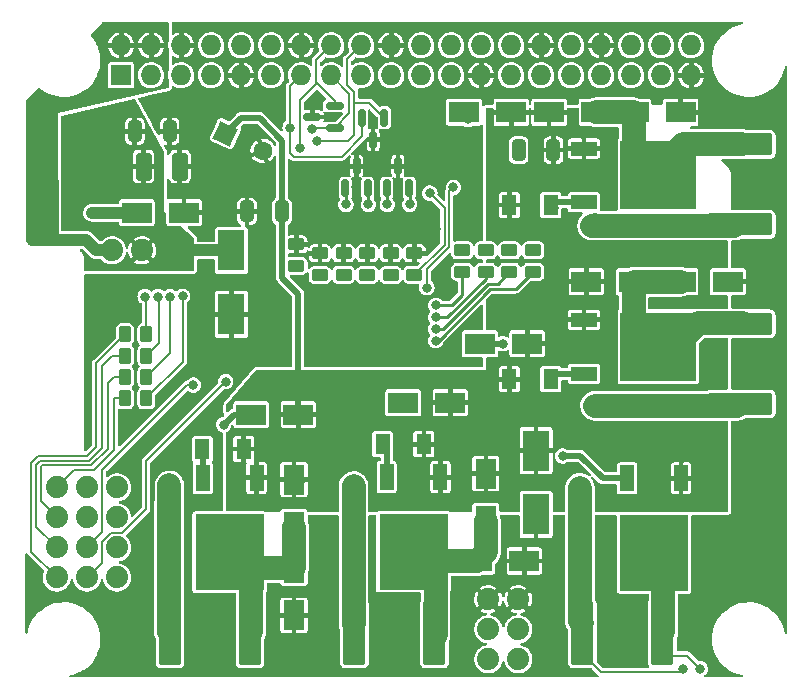
<source format=gbl>
G04 #@! TF.GenerationSoftware,KiCad,Pcbnew,6.0.7+dfsg-1+b1*
G04 #@! TF.CreationDate,2022-09-08T18:59:39+01:00*
G04 #@! TF.ProjectId,owl-driver-board,6f776c2d-6472-4697-9665-722d626f6172,rev?*
G04 #@! TF.SameCoordinates,Original*
G04 #@! TF.FileFunction,Copper,L2,Bot*
G04 #@! TF.FilePolarity,Positive*
%FSLAX46Y46*%
G04 Gerber Fmt 4.6, Leading zero omitted, Abs format (unit mm)*
G04 Created by KiCad (PCBNEW 6.0.7+dfsg-1+b1) date 2022-09-08 18:59:39*
%MOMM*%
%LPD*%
G01*
G04 APERTURE LIST*
G04 Aperture macros list*
%AMRoundRect*
0 Rectangle with rounded corners*
0 $1 Rounding radius*
0 $2 $3 $4 $5 $6 $7 $8 $9 X,Y pos of 4 corners*
0 Add a 4 corners polygon primitive as box body*
4,1,4,$2,$3,$4,$5,$6,$7,$8,$9,$2,$3,0*
0 Add four circle primitives for the rounded corners*
1,1,$1+$1,$2,$3*
1,1,$1+$1,$4,$5*
1,1,$1+$1,$6,$7*
1,1,$1+$1,$8,$9*
0 Add four rect primitives between the rounded corners*
20,1,$1+$1,$2,$3,$4,$5,0*
20,1,$1+$1,$4,$5,$6,$7,0*
20,1,$1+$1,$6,$7,$8,$9,0*
20,1,$1+$1,$8,$9,$2,$3,0*%
%AMRotRect*
0 Rectangle, with rotation*
0 The origin of the aperture is its center*
0 $1 length*
0 $2 width*
0 $3 Rotation angle, in degrees counterclockwise*
0 Add horizontal line*
21,1,$1,$2,0,0,$3*%
G04 Aperture macros list end*
G04 #@! TA.AperFunction,ComponentPad*
%ADD10R,1.727200X1.727200*%
G04 #@! TD*
G04 #@! TA.AperFunction,ComponentPad*
%ADD11O,1.727200X1.727200*%
G04 #@! TD*
G04 #@! TA.AperFunction,ComponentPad*
%ADD12C,1.879600*%
G04 #@! TD*
G04 #@! TA.AperFunction,SMDPad,CuDef*
%ADD13R,2.500000X1.800000*%
G04 #@! TD*
G04 #@! TA.AperFunction,SMDPad,CuDef*
%ADD14R,1.800000X2.500000*%
G04 #@! TD*
G04 #@! TA.AperFunction,SMDPad,CuDef*
%ADD15RoundRect,0.150000X0.587500X0.150000X-0.587500X0.150000X-0.587500X-0.150000X0.587500X-0.150000X0*%
G04 #@! TD*
G04 #@! TA.AperFunction,SMDPad,CuDef*
%ADD16RoundRect,0.250000X-0.712500X-2.475000X0.712500X-2.475000X0.712500X2.475000X-0.712500X2.475000X0*%
G04 #@! TD*
G04 #@! TA.AperFunction,SMDPad,CuDef*
%ADD17RoundRect,0.250000X-0.450000X0.262500X-0.450000X-0.262500X0.450000X-0.262500X0.450000X0.262500X0*%
G04 #@! TD*
G04 #@! TA.AperFunction,SMDPad,CuDef*
%ADD18RoundRect,0.150000X0.150000X-0.587500X0.150000X0.587500X-0.150000X0.587500X-0.150000X-0.587500X0*%
G04 #@! TD*
G04 #@! TA.AperFunction,SMDPad,CuDef*
%ADD19R,1.200000X2.200000*%
G04 #@! TD*
G04 #@! TA.AperFunction,SMDPad,CuDef*
%ADD20R,5.800000X6.400000*%
G04 #@! TD*
G04 #@! TA.AperFunction,SMDPad,CuDef*
%ADD21RoundRect,0.250000X0.325000X0.650000X-0.325000X0.650000X-0.325000X-0.650000X0.325000X-0.650000X0*%
G04 #@! TD*
G04 #@! TA.AperFunction,SMDPad,CuDef*
%ADD22R,1.300000X1.700000*%
G04 #@! TD*
G04 #@! TA.AperFunction,SMDPad,CuDef*
%ADD23RoundRect,0.250000X0.262500X0.450000X-0.262500X0.450000X-0.262500X-0.450000X0.262500X-0.450000X0*%
G04 #@! TD*
G04 #@! TA.AperFunction,SMDPad,CuDef*
%ADD24R,2.300000X3.500000*%
G04 #@! TD*
G04 #@! TA.AperFunction,SMDPad,CuDef*
%ADD25R,2.200000X1.200000*%
G04 #@! TD*
G04 #@! TA.AperFunction,SMDPad,CuDef*
%ADD26R,6.400000X5.800000*%
G04 #@! TD*
G04 #@! TA.AperFunction,SMDPad,CuDef*
%ADD27RoundRect,0.250000X-0.325000X-0.650000X0.325000X-0.650000X0.325000X0.650000X-0.325000X0.650000X0*%
G04 #@! TD*
G04 #@! TA.AperFunction,SMDPad,CuDef*
%ADD28RoundRect,0.250000X-2.475000X0.712500X-2.475000X-0.712500X2.475000X-0.712500X2.475000X0.712500X0*%
G04 #@! TD*
G04 #@! TA.AperFunction,SMDPad,CuDef*
%ADD29RoundRect,0.250000X0.712500X2.475000X-0.712500X2.475000X-0.712500X-2.475000X0.712500X-2.475000X0*%
G04 #@! TD*
G04 #@! TA.AperFunction,SMDPad,CuDef*
%ADD30RoundRect,0.150000X-0.150000X0.587500X-0.150000X-0.587500X0.150000X-0.587500X0.150000X0.587500X0*%
G04 #@! TD*
G04 #@! TA.AperFunction,SMDPad,CuDef*
%ADD31RoundRect,0.250000X-0.412500X-0.925000X0.412500X-0.925000X0.412500X0.925000X-0.412500X0.925000X0*%
G04 #@! TD*
G04 #@! TA.AperFunction,ComponentPad*
%ADD32RotRect,1.600000X1.600000X335.000000*%
G04 #@! TD*
G04 #@! TA.AperFunction,ComponentPad*
%ADD33C,1.600000*%
G04 #@! TD*
G04 #@! TA.AperFunction,ViaPad*
%ADD34C,0.800000*%
G04 #@! TD*
G04 #@! TA.AperFunction,ViaPad*
%ADD35C,1.000000*%
G04 #@! TD*
G04 #@! TA.AperFunction,Conductor*
%ADD36C,0.500000*%
G04 #@! TD*
G04 #@! TA.AperFunction,Conductor*
%ADD37C,1.000000*%
G04 #@! TD*
G04 #@! TA.AperFunction,Conductor*
%ADD38C,0.250000*%
G04 #@! TD*
G04 #@! TA.AperFunction,Conductor*
%ADD39C,0.200000*%
G04 #@! TD*
G04 #@! TA.AperFunction,Conductor*
%ADD40C,2.000000*%
G04 #@! TD*
G04 APERTURE END LIST*
D10*
X8370000Y-5270000D03*
D11*
X8370000Y-2730000D03*
X10910000Y-5270000D03*
X10910000Y-2730000D03*
X13450000Y-5270000D03*
X13450000Y-2730000D03*
X15990000Y-5270000D03*
X15990000Y-2730000D03*
X18530000Y-5270000D03*
X18530000Y-2730000D03*
X21070000Y-5270000D03*
X21070000Y-2730000D03*
X23610000Y-5270000D03*
X23610000Y-2730000D03*
X26150000Y-5270000D03*
X26150000Y-2730000D03*
X28690000Y-5270000D03*
X28690000Y-2730000D03*
X31230000Y-5270000D03*
X31230000Y-2730000D03*
X33770000Y-5270000D03*
X33770000Y-2730000D03*
X36310000Y-5270000D03*
X36310000Y-2730000D03*
X38850000Y-5270000D03*
X38850000Y-2730000D03*
X41390000Y-5270000D03*
X41390000Y-2730000D03*
X43930000Y-5270000D03*
X43930000Y-2730000D03*
X46470000Y-5270000D03*
X46470000Y-2730000D03*
X49010000Y-5270000D03*
X49010000Y-2730000D03*
X51550000Y-5270000D03*
X51550000Y-2730000D03*
X54090000Y-5270000D03*
X54090000Y-2730000D03*
X56630000Y-5270000D03*
X56630000Y-2730000D03*
D12*
X2920000Y-40170000D03*
X2920000Y-42710000D03*
X2920000Y-45250000D03*
X2920000Y-47790000D03*
X41999379Y-54706800D03*
X39459379Y-54706800D03*
X41999379Y-52166800D03*
X39459379Y-52166800D03*
X41999379Y-49626800D03*
X39459379Y-49626800D03*
X10140000Y-20090000D03*
X7600000Y-20090000D03*
X8020000Y-47790000D03*
X5480000Y-47790000D03*
X8020000Y-45250000D03*
X5480000Y-45250000D03*
X8020000Y-42710000D03*
X5480000Y-42710000D03*
X8020000Y-40170000D03*
X5480000Y-40170000D03*
D13*
X51750000Y-8400000D03*
X55750000Y-8400000D03*
D14*
X23000000Y-39500000D03*
X23000000Y-43500000D03*
D15*
X26437500Y-7850000D03*
X26437500Y-9750000D03*
X24562500Y-8800000D03*
D16*
X47412500Y-52500000D03*
X54187500Y-52500000D03*
D17*
X41250000Y-20087500D03*
X41250000Y-21912500D03*
D13*
X44600000Y-8400000D03*
X48600000Y-8400000D03*
D18*
X32750000Y-14837500D03*
X30850000Y-14837500D03*
X31800000Y-12962500D03*
D19*
X30845000Y-39300000D03*
D20*
X33125000Y-45600000D03*
D19*
X35405000Y-39300000D03*
D14*
X23000000Y-47000000D03*
X23000000Y-51000000D03*
D17*
X27200000Y-20337500D03*
X27200000Y-22162500D03*
D21*
X21975000Y-16800000D03*
X19025000Y-16800000D03*
D22*
X34000000Y-36500000D03*
X30500000Y-36500000D03*
D23*
X10512500Y-27200000D03*
X8687500Y-27200000D03*
D22*
X41250000Y-31000000D03*
X44750000Y-31000000D03*
D14*
X39250000Y-39000000D03*
X39250000Y-43000000D03*
D22*
X18750000Y-36900000D03*
X15250000Y-36900000D03*
D13*
X36250000Y-33000000D03*
X32250000Y-33000000D03*
D19*
X15270000Y-39350000D03*
D20*
X17550000Y-45650000D03*
D19*
X19830000Y-39350000D03*
D23*
X10512500Y-32600000D03*
X8687500Y-32600000D03*
D22*
X41250000Y-16250000D03*
X44750000Y-16250000D03*
D13*
X55750000Y-22750000D03*
X59750000Y-22750000D03*
D17*
X39250000Y-20087500D03*
X39250000Y-21912500D03*
D13*
X47750000Y-22750000D03*
X51750000Y-22750000D03*
D17*
X43250000Y-20087500D03*
X43250000Y-21912500D03*
D13*
X41400000Y-8400000D03*
X37400000Y-8400000D03*
D24*
X43500000Y-37050000D03*
X43500000Y-42450000D03*
D25*
X47550000Y-30530000D03*
D26*
X53850000Y-28250000D03*
D25*
X47550000Y-25970000D03*
D23*
X10512500Y-30800000D03*
X8687500Y-30800000D03*
D27*
X12475000Y-10000000D03*
X9525000Y-10000000D03*
D28*
X60800000Y-11112500D03*
X60800000Y-17887500D03*
D17*
X25200000Y-20350000D03*
X25200000Y-22175000D03*
X29200000Y-20350000D03*
X29200000Y-22175000D03*
D29*
X34887500Y-52500000D03*
X28112500Y-52500000D03*
D18*
X29250000Y-14837500D03*
X27350000Y-14837500D03*
X28300000Y-12962500D03*
D17*
X31200000Y-20350000D03*
X31200000Y-22175000D03*
X33200000Y-20337500D03*
X33200000Y-22162500D03*
D19*
X51220000Y-39400000D03*
D20*
X53500000Y-45700000D03*
D19*
X55780000Y-39400000D03*
D13*
X42750000Y-28000000D03*
X38750000Y-28000000D03*
X38500000Y-46400000D03*
X42500000Y-46400000D03*
D17*
X37250000Y-20087500D03*
X37250000Y-21912500D03*
D23*
X10512500Y-29000000D03*
X8687500Y-29000000D03*
D17*
X23200000Y-19587500D03*
X23200000Y-21412500D03*
D30*
X28750000Y-8862500D03*
X30650000Y-8862500D03*
X29700000Y-10737500D03*
D13*
X9700000Y-16900000D03*
X13700000Y-16900000D03*
D21*
X44975000Y-11600000D03*
X42025000Y-11600000D03*
D29*
X19287500Y-52500000D03*
X12512500Y-52500000D03*
D25*
X47550000Y-16030000D03*
D26*
X53850000Y-13750000D03*
D25*
X47550000Y-11470000D03*
D31*
X13337500Y-13000000D03*
X10262500Y-13000000D03*
D32*
X17200000Y-10200000D03*
D33*
X20372077Y-11679164D03*
D13*
X23375000Y-34000000D03*
X19375000Y-34000000D03*
D24*
X17700000Y-20100000D03*
X17700000Y-25500000D03*
D28*
X60800000Y-26312500D03*
X60800000Y-33087500D03*
D34*
X40725000Y-28000000D03*
X48600000Y-22800000D03*
X45000000Y-13250000D03*
D35*
X39250000Y-39250000D03*
D34*
X33901745Y-36500000D03*
D35*
X23500000Y-39500000D03*
D34*
X18862500Y-36850000D03*
X49250001Y-37499999D03*
X45000000Y-29000000D03*
X31200000Y-28200000D03*
D35*
X12900000Y-8400000D03*
X57750000Y-43500000D03*
X16000000Y-16200000D03*
X16000000Y-15000000D03*
X50400000Y-54600000D03*
X16000000Y-12400000D03*
D34*
X21250000Y-50750000D03*
D35*
X31800000Y-51000000D03*
X19300000Y-10000000D03*
X16000000Y-13700000D03*
D34*
X21250000Y-51750000D03*
D35*
X16200000Y-51000000D03*
X16200000Y-53400000D03*
X31800000Y-53400000D03*
D34*
X31200000Y-29400000D03*
X26250000Y-14000000D03*
D35*
X20000000Y-13600000D03*
D34*
X25000000Y-7100000D03*
D35*
X16200000Y-54600000D03*
X16000000Y-41500000D03*
D34*
X20000000Y-28200000D03*
X33200000Y-29400000D03*
X22400000Y-29400000D03*
X18800000Y-28200000D03*
D35*
X20000000Y-15000000D03*
D34*
X14510072Y-32632727D03*
X17600000Y-29400000D03*
X42000000Y-11500000D03*
D35*
X50400000Y-53400000D03*
X14900000Y-13100000D03*
X17500000Y-8400000D03*
D34*
X21200000Y-28200000D03*
X17300000Y-17300000D03*
D35*
X11100000Y-7900000D03*
D34*
X21200000Y-29400000D03*
X28250000Y-14750000D03*
X34000000Y-16500000D03*
D35*
X15200000Y-8400000D03*
X16200000Y-52200000D03*
D34*
X33200000Y-28200000D03*
D35*
X31800000Y-52200000D03*
D34*
X35000000Y-18250000D03*
X19750500Y-20942888D03*
X34250000Y-14000000D03*
X18800000Y-29400000D03*
X20000000Y-29400000D03*
X13960444Y-10732669D03*
D35*
X50400000Y-52200000D03*
D34*
X22400000Y-28200000D03*
X15769522Y-30769522D03*
D35*
X14900000Y-11700000D03*
D34*
X23200000Y-19600000D03*
D35*
X31800000Y-54600000D03*
X7200000Y-9000000D03*
X6000000Y-13800000D03*
X9500000Y-10100000D03*
X7200000Y-12000000D03*
X13600000Y-19400000D03*
X13600000Y-20600000D03*
X6000000Y-9000000D03*
X12400000Y-19400000D03*
D34*
X11200000Y-15200000D03*
D35*
X4800000Y-9000000D03*
D34*
X9700000Y-15200000D03*
D35*
X4800000Y-12000000D03*
X10300000Y-12400000D03*
X12400000Y-20600000D03*
D34*
X15250000Y-36900000D03*
X44900000Y-30937500D03*
X45750001Y-37499999D03*
X30500000Y-36500000D03*
X45000000Y-16500000D03*
X37250000Y-20000000D03*
X32800000Y-16200000D03*
X38999998Y-20087500D03*
X30900000Y-16200000D03*
X29300000Y-16200000D03*
X41250000Y-20087500D03*
X27400000Y-16200000D03*
X43250000Y-20087500D03*
D35*
X47200000Y-53161281D03*
X47200000Y-51838002D03*
X47200000Y-54400000D03*
X47200000Y-41400000D03*
X47200000Y-40200000D03*
X47200000Y-42600000D03*
X47200000Y-50588002D03*
D34*
X55944234Y-55502050D03*
D35*
X12425000Y-41341982D03*
X12500000Y-51750000D03*
X12500000Y-53000000D03*
X12425000Y-42575000D03*
X12500000Y-54250000D03*
X12500000Y-50500000D03*
X12425000Y-40108964D03*
X48500000Y-33250000D03*
X51000000Y-33250000D03*
X62900000Y-33250000D03*
X60400000Y-33250000D03*
X59150000Y-33250000D03*
X61650000Y-33250000D03*
X49750000Y-33250000D03*
X28128007Y-41211308D03*
X28086300Y-54280571D03*
X28128007Y-42461308D03*
X28086300Y-51730571D03*
X28086300Y-50480571D03*
X28128007Y-40061308D03*
X28086300Y-52924019D03*
X60400000Y-18000000D03*
X61650000Y-18000000D03*
X50900000Y-18000000D03*
X49650000Y-18000000D03*
X48400000Y-18000000D03*
X59150000Y-18000000D03*
X62900000Y-18000000D03*
D34*
X15750000Y-48000000D03*
X56250000Y-30250000D03*
X31000000Y-48250000D03*
X56250000Y-15750000D03*
X35000000Y-27750000D03*
X17225000Y-31212500D03*
X35000000Y-26750000D03*
X14487032Y-31487032D03*
X35000000Y-25750000D03*
X35000000Y-24750497D03*
X36500000Y-14750000D03*
X34250000Y-23250000D03*
X34500000Y-15250000D03*
X33205477Y-22169897D03*
X31205477Y-22182397D03*
X29205477Y-22182397D03*
X27242258Y-22173573D03*
X25201088Y-22168407D03*
X23250000Y-21412500D03*
X10400000Y-24000000D03*
X22673691Y-9696288D03*
X13575418Y-23975418D03*
X24919623Y-10830380D03*
X17037500Y-34850000D03*
X23553206Y-11466872D03*
X12500000Y-24000000D03*
X11500000Y-24000000D03*
X24500000Y-9800000D03*
X32250000Y-32912500D03*
X37750000Y-9000000D03*
X57412705Y-55504790D03*
D35*
X5900000Y-16900000D03*
X7100000Y-16900000D03*
D36*
X38750000Y-28000000D02*
X40725000Y-28000000D01*
X20100000Y-8900000D02*
X18500000Y-8900000D01*
X18500000Y-8900000D02*
X17200000Y-10200000D01*
X22000000Y-10800000D02*
X20100000Y-8900000D01*
X23375000Y-23775000D02*
X22000000Y-22400000D01*
X23375000Y-34000000D02*
X23375000Y-23775000D01*
X22000000Y-22400000D02*
X22000000Y-10800000D01*
D37*
X17700000Y-20100000D02*
X13900000Y-20100000D01*
D36*
X15270000Y-39350000D02*
X15270000Y-36920000D01*
X44900000Y-30937500D02*
X45307500Y-30530000D01*
X45307500Y-30530000D02*
X47550000Y-30530000D01*
X51220000Y-39400000D02*
X49150000Y-39400000D01*
X49150000Y-39400000D02*
X47249999Y-37499999D01*
X47249999Y-37499999D02*
X45750001Y-37499999D01*
X30845000Y-39300000D02*
X30845000Y-37170000D01*
X44970000Y-16030000D02*
X47550000Y-16030000D01*
D38*
X32800000Y-16200000D02*
X32800000Y-14887500D01*
X30900000Y-14887500D02*
X30900000Y-16200000D01*
X29300000Y-16200000D02*
X29300000Y-14887500D01*
X27400000Y-16200000D02*
X27400000Y-14887500D01*
D39*
X55944234Y-55502050D02*
X55646284Y-55800000D01*
D40*
X47200000Y-41600000D02*
X47200000Y-40200000D01*
D39*
X55646284Y-55800000D02*
X49000000Y-55800000D01*
X49000000Y-55800000D02*
X47400000Y-54200000D01*
D40*
X47200000Y-43000000D02*
X47200000Y-41600000D01*
X47200000Y-40200000D02*
X47200000Y-40600000D01*
X47200000Y-51438002D02*
X47200000Y-43000000D01*
X47400000Y-51638002D02*
X47200000Y-51438002D01*
X12425000Y-52400000D02*
X12425000Y-42575000D01*
X12425000Y-42575000D02*
X12425000Y-41418448D01*
X12449998Y-41393450D02*
X12449998Y-40359285D01*
X12425000Y-41418448D02*
X12449998Y-41393450D01*
X12448820Y-40000000D02*
X12448820Y-40358107D01*
X59250000Y-33250000D02*
X51000000Y-33250000D01*
X60500000Y-33250000D02*
X59250000Y-33250000D01*
X51000000Y-33250000D02*
X49750000Y-33250000D01*
X49750000Y-33250000D02*
X48500000Y-33250000D01*
X28050000Y-42450000D02*
X28050000Y-41200000D01*
X28050000Y-51700000D02*
X28050000Y-50450000D01*
X28050000Y-41200000D02*
X28050000Y-40050000D01*
X28050000Y-50450000D02*
X28050000Y-42450000D01*
X50750000Y-18000000D02*
X49500000Y-18000000D01*
X49500000Y-18000000D02*
X48250000Y-18000000D01*
X48250000Y-18000000D02*
X48475000Y-17975000D01*
X60250000Y-18000000D02*
X59000000Y-18000000D01*
X59000000Y-18000000D02*
X50750000Y-18000000D01*
D37*
X6270923Y-20090000D02*
X5380923Y-19200000D01*
X2300000Y-19200000D02*
X2100000Y-19000000D01*
X7600000Y-20090000D02*
X6270923Y-20090000D01*
X5380923Y-19200000D02*
X2300000Y-19200000D01*
D40*
X23000000Y-47000000D02*
X18900000Y-47000000D01*
X23000000Y-43500000D02*
X23000000Y-47000000D01*
X19375000Y-52400000D02*
X19375000Y-47475000D01*
X51750000Y-26150000D02*
X53850000Y-28250000D01*
X55250000Y-28250000D02*
X57225000Y-26275000D01*
X51750000Y-22750000D02*
X55750000Y-22750000D01*
X57225000Y-26275000D02*
X61000000Y-26275000D01*
X51750000Y-22750000D02*
X51750000Y-26150000D01*
X35000000Y-52650000D02*
X35000000Y-47475000D01*
X39250000Y-43000000D02*
X39250000Y-45650000D01*
X39250000Y-45650000D02*
X38500000Y-46400000D01*
X38500000Y-46400000D02*
X33925000Y-46400000D01*
X51750000Y-8400000D02*
X51750000Y-11650000D01*
X51750000Y-8400000D02*
X48600000Y-8400000D01*
X60925000Y-11100000D02*
X55900000Y-11100000D01*
X51750000Y-11650000D02*
X53850000Y-13750000D01*
X55900000Y-11100000D02*
X54250000Y-12750000D01*
D39*
X7750000Y-37000000D02*
X7750000Y-32650000D01*
X2920000Y-40170000D02*
X4391497Y-38698503D01*
X6051497Y-38698503D02*
X7750000Y-37000000D01*
X7800000Y-32600000D02*
X7750000Y-32650000D01*
X8687500Y-32600000D02*
X7800000Y-32600000D01*
X4391497Y-38698503D02*
X6051497Y-38698503D01*
D38*
X43250000Y-21912500D02*
X41790122Y-23372378D01*
X35250000Y-27750000D02*
X35000000Y-27750000D01*
X39627622Y-23372378D02*
X35250000Y-27750000D01*
X41790122Y-23372378D02*
X39627622Y-23372378D01*
D39*
X17187500Y-31212500D02*
X17225000Y-31212500D01*
X8483342Y-44000000D02*
X10500000Y-41983342D01*
X7500000Y-44000000D02*
X8483342Y-44000000D01*
X5480000Y-47790000D02*
X6719800Y-46550200D01*
X10500000Y-37900000D02*
X17187500Y-31212500D01*
X6719800Y-46550200D02*
X6719800Y-44780200D01*
X6719800Y-44780200D02*
X7500000Y-44000000D01*
X10500000Y-41983342D02*
X10500000Y-37900000D01*
D38*
X40239623Y-22922877D02*
X39441433Y-22922877D01*
X39441433Y-22922877D02*
X35614310Y-26750000D01*
X35614310Y-26750000D02*
X35000000Y-26750000D01*
X41250000Y-21912500D02*
X40239623Y-22922877D01*
D39*
X6750000Y-43980000D02*
X6750000Y-38650000D01*
X5480000Y-45250000D02*
X6750000Y-43980000D01*
X13912968Y-31487032D02*
X14487032Y-31487032D01*
X6750000Y-38650000D02*
X13912968Y-31487032D01*
D38*
X35978620Y-25750000D02*
X35000000Y-25750000D01*
X39250000Y-21912500D02*
X39250000Y-22478620D01*
X39250000Y-22478620D02*
X35978620Y-25750000D01*
X37250000Y-23842930D02*
X36342433Y-24750497D01*
X37250000Y-21912500D02*
X37250000Y-23842930D01*
X36342433Y-24750497D02*
X35000000Y-24750497D01*
D39*
X36149501Y-15100499D02*
X36500000Y-14750000D01*
X34250000Y-23250000D02*
X34250000Y-21690354D01*
X36149501Y-19790853D02*
X36149501Y-15100499D01*
X34250000Y-21690354D02*
X36149501Y-19790853D01*
X1549002Y-41339002D02*
X1549002Y-38450998D01*
X1700998Y-38299002D02*
X5830958Y-38299002D01*
X7250000Y-36879960D02*
X7250000Y-31350000D01*
X7800000Y-30800000D02*
X8687500Y-30800000D01*
X7250000Y-31350000D02*
X7800000Y-30800000D01*
X1549002Y-38450998D02*
X1700998Y-38299002D01*
X2920000Y-42710000D02*
X1549002Y-41339002D01*
X5830958Y-38299002D02*
X7250000Y-36879960D01*
X1149501Y-38285519D02*
X1535519Y-37899501D01*
X2920000Y-45250000D02*
X1149501Y-43479501D01*
X6750000Y-29850000D02*
X7600000Y-29000000D01*
X1535519Y-37899501D02*
X5665479Y-37899501D01*
X7600000Y-29000000D02*
X8687500Y-29000000D01*
X1149501Y-43479501D02*
X1149501Y-38285519D01*
X6750000Y-36814980D02*
X6750000Y-29850000D01*
X5665479Y-37899501D02*
X6750000Y-36814980D01*
X5500000Y-37500000D02*
X6250000Y-36750000D01*
X6250000Y-36750000D02*
X6250000Y-29637500D01*
X750000Y-38120040D02*
X1370040Y-37500000D01*
X1370040Y-37500000D02*
X5500000Y-37500000D01*
X2920000Y-47790000D02*
X750000Y-45620000D01*
X6250000Y-29637500D02*
X8687500Y-27200000D01*
X750000Y-45620000D02*
X750000Y-38120040D01*
X35750000Y-19625374D02*
X33205477Y-22169897D01*
X35750000Y-16500000D02*
X35750000Y-19625374D01*
X34500000Y-15250000D02*
X35750000Y-16500000D01*
X27033628Y-12166372D02*
X28750000Y-10450000D01*
X22966372Y-12166372D02*
X27033628Y-12166372D01*
X10500000Y-24100000D02*
X10400000Y-24000000D01*
X10500000Y-27187500D02*
X10500000Y-24100000D01*
X22673691Y-9696288D02*
X22673691Y-11873691D01*
X23610000Y-5270000D02*
X22673691Y-6206309D01*
X22673691Y-6206309D02*
X22673691Y-9696288D01*
X28750000Y-10450000D02*
X28750000Y-8862500D01*
X22673691Y-11873691D02*
X22966372Y-12166372D01*
X28100000Y-10300000D02*
X27569620Y-10830380D01*
X27499501Y-3920499D02*
X27499501Y-6054521D01*
X27569620Y-10830380D02*
X24919623Y-10830380D01*
X29387500Y-7600000D02*
X28100000Y-7600000D01*
X27499501Y-6054521D02*
X28100000Y-6655020D01*
X28100000Y-6655020D02*
X28100000Y-7600000D01*
X28100000Y-7600000D02*
X28100000Y-10300000D01*
X30650000Y-8862500D02*
X29387500Y-7600000D01*
X13600000Y-24000000D02*
X13575418Y-23975418D01*
X13600000Y-29512500D02*
X13600000Y-24000000D01*
X10512500Y-32600000D02*
X13600000Y-29512500D01*
X28690000Y-2730000D02*
X27499501Y-3920499D01*
D36*
X17037500Y-34850000D02*
X17887500Y-34000000D01*
X17887500Y-34000000D02*
X18375000Y-34000000D01*
D39*
X23525000Y-11438666D02*
X23525000Y-7375000D01*
X24868761Y-4011239D02*
X24868761Y-5868761D01*
X24868761Y-4011239D02*
X26150000Y-2730000D01*
X26437500Y-7437500D02*
X26437500Y-7850000D01*
X12500000Y-28812500D02*
X12500000Y-24000000D01*
X23525000Y-7375000D02*
X24950000Y-5950000D01*
X10512500Y-30800000D02*
X12500000Y-28812500D01*
X23553206Y-11466872D02*
X23525000Y-11438666D01*
X24950000Y-5950000D02*
X26437500Y-7437500D01*
X24868761Y-5868761D02*
X24950000Y-5950000D01*
X27700000Y-6820000D02*
X26150000Y-5270000D01*
X26437500Y-9750000D02*
X24550000Y-9750000D01*
X24550000Y-9750000D02*
X24500000Y-9800000D01*
X26437500Y-9750000D02*
X27700000Y-8487500D01*
X10512500Y-29000000D02*
X11600000Y-27912500D01*
X11600000Y-24100000D02*
X11500000Y-24000000D01*
X27700000Y-8487500D02*
X27700000Y-6820000D01*
X11600000Y-27912500D02*
X11600000Y-24100000D01*
X56307915Y-54400000D02*
X54600000Y-54400000D01*
D40*
X54275000Y-52400000D02*
X54275000Y-46775000D01*
D39*
X57412705Y-55504790D02*
X56307915Y-54400000D01*
D37*
X7100000Y-16900000D02*
X5900000Y-16900000D01*
X9700000Y-16900000D02*
X7100000Y-16900000D01*
G04 #@! TA.AperFunction,Conductor*
G36*
X9487655Y-7268358D02*
G01*
X9535962Y-7311931D01*
X11987781Y-11777744D01*
X12000000Y-11825389D01*
X12000000Y-16800000D01*
X12120689Y-16905685D01*
X12165721Y-16945119D01*
X12197043Y-16997679D01*
X12199500Y-17019599D01*
X12199500Y-17824674D01*
X12214034Y-17897740D01*
X12269399Y-17980601D01*
X12352260Y-18035966D01*
X12425326Y-18050500D01*
X13390808Y-18050500D01*
X13448999Y-18069407D01*
X13456029Y-18075020D01*
X14479034Y-18970848D01*
X14510356Y-19023408D01*
X14512807Y-19044249D01*
X14542123Y-21734246D01*
X14523851Y-21792639D01*
X14474746Y-21829141D01*
X14443099Y-21834325D01*
X5349468Y-21831386D01*
X5291283Y-21812460D01*
X5255336Y-21762948D01*
X5250500Y-21732386D01*
X5250500Y-21034426D01*
X5252402Y-21015112D01*
X5253506Y-21009561D01*
X5255408Y-21000000D01*
X5253686Y-20991341D01*
X5253507Y-20989066D01*
X5253507Y-20987537D01*
X5253228Y-20985521D01*
X5239229Y-20807644D01*
X5239228Y-20807639D01*
X5238924Y-20803774D01*
X5202407Y-20651670D01*
X5193881Y-20616156D01*
X5193880Y-20616153D01*
X5192974Y-20612379D01*
X5179549Y-20579969D01*
X5119137Y-20434120D01*
X5119134Y-20434114D01*
X5117649Y-20430529D01*
X5085383Y-20377875D01*
X5076231Y-20362941D01*
X5014804Y-20262702D01*
X5004383Y-20250500D01*
X4887625Y-20113795D01*
X4864210Y-20057268D01*
X4878494Y-19997773D01*
X4925019Y-19958036D01*
X4962905Y-19950500D01*
X5029048Y-19950500D01*
X5087239Y-19969407D01*
X5099052Y-19979496D01*
X5694693Y-20575137D01*
X5704424Y-20586462D01*
X5714893Y-20600687D01*
X5714896Y-20600690D01*
X5718306Y-20605324D01*
X5722688Y-20609047D01*
X5722690Y-20609049D01*
X5758935Y-20639841D01*
X5764841Y-20645285D01*
X5771226Y-20651670D01*
X5793655Y-20669415D01*
X5796254Y-20671546D01*
X5851678Y-20718632D01*
X5856796Y-20721245D01*
X5861589Y-20724442D01*
X5861520Y-20724546D01*
X5864399Y-20726395D01*
X5864465Y-20726288D01*
X5869362Y-20729312D01*
X5873872Y-20732881D01*
X5879084Y-20735317D01*
X5939717Y-20763655D01*
X5942822Y-20765173D01*
X5951235Y-20769469D01*
X6007539Y-20798219D01*
X6013128Y-20799587D01*
X6018518Y-20801591D01*
X6018474Y-20801709D01*
X6021710Y-20802848D01*
X6021750Y-20802728D01*
X6027200Y-20804541D01*
X6032416Y-20806979D01*
X6056589Y-20812007D01*
X6103564Y-20821779D01*
X6106932Y-20822541D01*
X6173245Y-20838767D01*
X6173248Y-20838767D01*
X6177529Y-20839815D01*
X6181930Y-20840088D01*
X6188571Y-20840500D01*
X6188557Y-20840733D01*
X6192372Y-20841181D01*
X6192394Y-20840935D01*
X6198118Y-20841446D01*
X6203753Y-20842618D01*
X6280691Y-20840536D01*
X6283370Y-20840500D01*
X6624225Y-20840500D01*
X6682416Y-20859407D01*
X6693306Y-20868586D01*
X6847711Y-21019000D01*
X6851486Y-21021522D01*
X6851488Y-21021524D01*
X6912052Y-21061991D01*
X7029605Y-21140537D01*
X7033772Y-21142327D01*
X7033777Y-21142330D01*
X7126231Y-21182051D01*
X7230601Y-21226892D01*
X7443969Y-21275172D01*
X7553266Y-21279467D01*
X7658029Y-21283583D01*
X7658030Y-21283583D01*
X7662562Y-21283761D01*
X7770811Y-21268066D01*
X7874566Y-21253022D01*
X7874570Y-21253021D01*
X7879060Y-21252370D01*
X7960800Y-21224623D01*
X8081916Y-21183510D01*
X8081919Y-21183508D01*
X8086213Y-21182051D01*
X8090992Y-21179375D01*
X8273117Y-21077380D01*
X8277081Y-21075160D01*
X8292969Y-21061946D01*
X9456725Y-21061946D01*
X9456732Y-21061991D01*
X9462255Y-21068206D01*
X9566067Y-21137572D01*
X9574018Y-21141889D01*
X9766587Y-21224623D01*
X9775182Y-21227416D01*
X9979609Y-21273672D01*
X9988568Y-21274852D01*
X10198009Y-21283081D01*
X10207019Y-21282609D01*
X10414452Y-21252533D01*
X10423244Y-21250422D01*
X10621707Y-21183053D01*
X10629969Y-21179375D01*
X10812836Y-21076964D01*
X10818743Y-21072904D01*
X10825566Y-21062090D01*
X10825380Y-21059260D01*
X10823378Y-21056220D01*
X10151086Y-20383929D01*
X10139203Y-20377875D01*
X10134172Y-20378671D01*
X9462779Y-21050063D01*
X9456725Y-21061946D01*
X8292969Y-21061946D01*
X8445275Y-20935275D01*
X8585160Y-20767081D01*
X8612293Y-20718632D01*
X8689833Y-20580174D01*
X8689834Y-20580172D01*
X8692051Y-20576213D01*
X8762370Y-20369060D01*
X8763039Y-20364452D01*
X8771214Y-20308067D01*
X8798276Y-20253191D01*
X8852424Y-20224703D01*
X8912976Y-20233483D01*
X8956803Y-20276178D01*
X8965143Y-20297904D01*
X9012523Y-20484463D01*
X9015543Y-20492991D01*
X9103289Y-20683326D01*
X9107807Y-20691152D01*
X9160124Y-20765181D01*
X9170809Y-20773160D01*
X9171560Y-20773170D01*
X9177689Y-20769469D01*
X9846071Y-20101086D01*
X9851313Y-20090797D01*
X10427875Y-20090797D01*
X10428671Y-20095828D01*
X11102260Y-20769418D01*
X11114143Y-20775472D01*
X11116946Y-20775028D01*
X11119790Y-20772756D01*
X11121841Y-20770290D01*
X11126964Y-20762836D01*
X11229375Y-20579969D01*
X11233053Y-20571707D01*
X11300422Y-20373244D01*
X11302533Y-20364452D01*
X11332842Y-20155411D01*
X11333335Y-20149627D01*
X11334821Y-20092913D01*
X11334631Y-20087101D01*
X11315303Y-19876765D01*
X11313656Y-19867879D01*
X11256764Y-19666157D01*
X11253523Y-19657713D01*
X11160825Y-19469740D01*
X11156100Y-19462030D01*
X11120472Y-19414318D01*
X11109578Y-19406619D01*
X11108129Y-19406638D01*
X11103039Y-19409803D01*
X10433929Y-20078914D01*
X10427875Y-20090797D01*
X9851313Y-20090797D01*
X9852125Y-20089203D01*
X9851329Y-20084172D01*
X9179155Y-19411997D01*
X9167272Y-19405943D01*
X9165155Y-19406278D01*
X9161424Y-19409340D01*
X9140687Y-19435645D01*
X9135762Y-19443228D01*
X9038170Y-19628722D01*
X9034715Y-19637062D01*
X8972561Y-19837228D01*
X8970680Y-19846078D01*
X8969234Y-19858296D01*
X8943617Y-19913861D01*
X8890233Y-19943757D01*
X8829472Y-19936565D01*
X8784543Y-19895032D01*
X8776190Y-19871928D01*
X8775382Y-19872156D01*
X8717233Y-19665977D01*
X8716001Y-19661607D01*
X8619245Y-19465406D01*
X8488355Y-19290122D01*
X8327713Y-19141626D01*
X8323878Y-19139206D01*
X8289964Y-19117808D01*
X9454470Y-19117808D01*
X9459166Y-19126324D01*
X10128914Y-19796071D01*
X10140797Y-19802125D01*
X10145828Y-19801329D01*
X10818139Y-19129019D01*
X10824017Y-19117481D01*
X10817924Y-19110803D01*
X10686309Y-19027760D01*
X10678256Y-19023657D01*
X10483581Y-18945990D01*
X10474923Y-18943425D01*
X10269355Y-18902535D01*
X10260362Y-18901590D01*
X10050788Y-18898845D01*
X10041773Y-18899555D01*
X9835214Y-18935049D01*
X9826478Y-18937390D01*
X9629843Y-19009933D01*
X9621680Y-19013826D01*
X9462727Y-19108393D01*
X9454470Y-19117808D01*
X8289964Y-19117808D01*
X8146538Y-19027313D01*
X8146533Y-19027311D01*
X8142700Y-19024892D01*
X7939512Y-18943828D01*
X7724953Y-18901150D01*
X7615581Y-18899718D01*
X7510749Y-18898345D01*
X7510744Y-18898345D01*
X7506210Y-18898286D01*
X7501735Y-18899055D01*
X7501734Y-18899055D01*
X7295077Y-18934565D01*
X7295076Y-18934565D01*
X7290608Y-18935333D01*
X7263025Y-18945509D01*
X7089630Y-19009477D01*
X7089627Y-19009478D01*
X7085367Y-19011050D01*
X7081464Y-19013372D01*
X7081462Y-19013373D01*
X7057280Y-19027760D01*
X6897362Y-19122902D01*
X6893947Y-19125897D01*
X6893944Y-19125899D01*
X6813752Y-19196226D01*
X6732888Y-19267142D01*
X6730081Y-19270703D01*
X6730075Y-19270709D01*
X6705573Y-19301790D01*
X6654700Y-19335783D01*
X6627827Y-19339500D01*
X6622798Y-19339500D01*
X6564607Y-19320593D01*
X6552794Y-19310504D01*
X5957153Y-18714863D01*
X5947422Y-18703538D01*
X5936953Y-18689313D01*
X5936950Y-18689310D01*
X5933540Y-18684676D01*
X5929158Y-18680953D01*
X5929156Y-18680951D01*
X5892911Y-18650159D01*
X5887005Y-18644715D01*
X5880620Y-18638330D01*
X5858191Y-18620585D01*
X5855592Y-18618454D01*
X5800168Y-18571368D01*
X5795050Y-18568755D01*
X5790257Y-18565558D01*
X5790326Y-18565454D01*
X5787447Y-18563605D01*
X5787381Y-18563712D01*
X5782484Y-18560688D01*
X5777974Y-18557119D01*
X5712129Y-18526345D01*
X5709024Y-18524827D01*
X5649432Y-18494398D01*
X5644307Y-18491781D01*
X5638718Y-18490413D01*
X5633328Y-18488409D01*
X5633372Y-18488291D01*
X5630137Y-18487152D01*
X5630097Y-18487272D01*
X5624644Y-18485458D01*
X5619430Y-18483021D01*
X5613797Y-18481849D01*
X5613796Y-18481849D01*
X5548297Y-18468225D01*
X5544927Y-18467463D01*
X5478597Y-18451232D01*
X5478594Y-18451232D01*
X5474317Y-18450185D01*
X5469919Y-18449912D01*
X5469918Y-18449912D01*
X5463275Y-18449500D01*
X5463290Y-18449261D01*
X5459473Y-18448815D01*
X5459451Y-18449065D01*
X5453727Y-18448554D01*
X5448092Y-18447382D01*
X5372797Y-18449420D01*
X5371153Y-18449464D01*
X5368475Y-18449500D01*
X3412806Y-18449500D01*
X3354615Y-18430593D01*
X3318651Y-18381093D01*
X3313808Y-18351086D01*
X3305157Y-16889455D01*
X5144825Y-16889455D01*
X5146417Y-16905692D01*
X5146700Y-16921474D01*
X5145497Y-16940862D01*
X5155065Y-16996545D01*
X5156020Y-17003624D01*
X5161255Y-17057025D01*
X5167584Y-17076050D01*
X5171214Y-17090531D01*
X5175134Y-17113340D01*
X5177387Y-17118635D01*
X5195806Y-17161922D01*
X5198647Y-17169430D01*
X5214402Y-17216791D01*
X5217267Y-17221522D01*
X5217269Y-17221526D01*
X5226721Y-17237132D01*
X5233136Y-17249656D01*
X5241398Y-17269074D01*
X5241403Y-17269083D01*
X5243654Y-17274373D01*
X5247065Y-17279007D01*
X5247066Y-17279010D01*
X5272761Y-17313927D01*
X5277705Y-17321319D01*
X5298755Y-17356076D01*
X5298758Y-17356080D01*
X5301624Y-17360812D01*
X5320744Y-17380611D01*
X5329256Y-17390693D01*
X5347383Y-17415324D01*
X5381986Y-17444721D01*
X5389101Y-17451397D01*
X5405365Y-17468238D01*
X5418586Y-17481929D01*
X5444733Y-17499039D01*
X5454620Y-17506429D01*
X5476369Y-17524907D01*
X5476376Y-17524912D01*
X5480755Y-17528632D01*
X5517898Y-17547598D01*
X5527075Y-17552923D01*
X5559475Y-17574125D01*
X5592266Y-17586319D01*
X5602774Y-17590938D01*
X5631492Y-17605603D01*
X5631496Y-17605604D01*
X5636616Y-17608219D01*
X5642199Y-17609585D01*
X5642204Y-17609587D01*
X5673524Y-17617250D01*
X5684496Y-17620619D01*
X5717289Y-17632815D01*
X5722774Y-17633547D01*
X5722779Y-17633548D01*
X5755656Y-17637935D01*
X5766094Y-17639902D01*
X5802325Y-17648768D01*
X5802331Y-17648769D01*
X5806606Y-17649815D01*
X5811002Y-17650088D01*
X5811004Y-17650088D01*
X5816132Y-17650406D01*
X5816133Y-17650406D01*
X5817648Y-17650500D01*
X5843262Y-17650500D01*
X5856354Y-17651370D01*
X5884183Y-17655083D01*
X5889689Y-17654582D01*
X5889691Y-17654582D01*
X5930070Y-17650907D01*
X5939043Y-17650500D01*
X7043262Y-17650500D01*
X7056354Y-17651370D01*
X7084183Y-17655083D01*
X7089689Y-17654582D01*
X7089691Y-17654582D01*
X7130070Y-17650907D01*
X7139043Y-17650500D01*
X8100500Y-17650500D01*
X8158691Y-17669407D01*
X8194655Y-17718907D01*
X8199500Y-17749500D01*
X8199500Y-17824674D01*
X8214034Y-17897740D01*
X8269399Y-17980601D01*
X8352260Y-18035966D01*
X8425326Y-18050500D01*
X10974674Y-18050500D01*
X11047740Y-18035966D01*
X11130601Y-17980601D01*
X11185966Y-17897740D01*
X11200500Y-17824674D01*
X11200500Y-15975326D01*
X11185966Y-15902260D01*
X11130601Y-15819399D01*
X11047740Y-15764034D01*
X10974674Y-15749500D01*
X8425326Y-15749500D01*
X8352260Y-15764034D01*
X8269399Y-15819399D01*
X8214034Y-15902260D01*
X8199500Y-15975326D01*
X8199500Y-16050500D01*
X8180593Y-16108691D01*
X8131093Y-16144655D01*
X8100500Y-16149500D01*
X7150832Y-16149500D01*
X7139112Y-16148804D01*
X7128219Y-16147505D01*
X7110768Y-16145424D01*
X7110766Y-16145424D01*
X7105273Y-16144769D01*
X7066883Y-16148804D01*
X7065418Y-16148958D01*
X7055070Y-16149500D01*
X5950832Y-16149500D01*
X5939112Y-16148804D01*
X5928219Y-16147505D01*
X5910768Y-16145424D01*
X5910766Y-16145424D01*
X5905273Y-16144769D01*
X5864043Y-16149102D01*
X5859441Y-16149477D01*
X5859045Y-16149500D01*
X5856178Y-16149500D01*
X5819374Y-16153791D01*
X5818288Y-16153911D01*
X5779195Y-16158020D01*
X5743329Y-16161790D01*
X5743328Y-16161790D01*
X5737821Y-16162369D01*
X5734753Y-16163413D01*
X5733289Y-16163659D01*
X5731886Y-16163991D01*
X5726172Y-16164657D01*
X5652691Y-16191330D01*
X5650854Y-16191975D01*
X5578431Y-16216630D01*
X5573708Y-16219536D01*
X5573510Y-16219629D01*
X5568285Y-16221800D01*
X5567070Y-16222409D01*
X5561669Y-16224369D01*
X5556856Y-16227524D01*
X5556857Y-16227524D01*
X5499225Y-16265309D01*
X5496819Y-16266838D01*
X5439735Y-16301956D01*
X5439732Y-16301958D01*
X5435022Y-16304856D01*
X5431067Y-16308729D01*
X5426708Y-16312135D01*
X5426507Y-16311877D01*
X5424527Y-16313470D01*
X5424536Y-16313481D01*
X5420123Y-16317171D01*
X5415315Y-16320323D01*
X5411362Y-16324496D01*
X5366395Y-16371963D01*
X5363791Y-16374610D01*
X5314724Y-16422661D01*
X5311728Y-16427310D01*
X5310339Y-16429013D01*
X5300623Y-16441394D01*
X5294960Y-16447372D01*
X5292072Y-16452344D01*
X5261054Y-16505746D01*
X5258684Y-16509619D01*
X5223515Y-16564190D01*
X5221621Y-16569392D01*
X5221617Y-16569401D01*
X5220488Y-16572502D01*
X5213072Y-16588351D01*
X5209950Y-16593726D01*
X5209947Y-16593734D01*
X5207061Y-16598702D01*
X5188562Y-16659780D01*
X5186843Y-16664942D01*
X5165927Y-16722409D01*
X5164350Y-16734894D01*
X5160881Y-16751176D01*
X5156333Y-16766193D01*
X5155977Y-16771937D01*
X5152607Y-16826253D01*
X5152016Y-16832526D01*
X5144825Y-16889455D01*
X3305157Y-16889455D01*
X3287876Y-13969657D01*
X9350000Y-13969657D01*
X9350289Y-13974991D01*
X9355971Y-14027298D01*
X9358822Y-14039287D01*
X9404443Y-14160982D01*
X9411143Y-14173219D01*
X9488581Y-14276545D01*
X9498455Y-14286419D01*
X9601781Y-14363857D01*
X9614018Y-14370557D01*
X9735713Y-14416178D01*
X9747702Y-14419029D01*
X9800009Y-14424711D01*
X9805343Y-14425000D01*
X10046820Y-14425000D01*
X10059505Y-14420878D01*
X10062500Y-14416757D01*
X10062500Y-14409320D01*
X10462500Y-14409320D01*
X10466622Y-14422005D01*
X10470743Y-14425000D01*
X10719657Y-14425000D01*
X10724991Y-14424711D01*
X10777298Y-14419029D01*
X10789287Y-14416178D01*
X10910982Y-14370557D01*
X10923219Y-14363857D01*
X11026545Y-14286419D01*
X11036419Y-14276545D01*
X11113857Y-14173219D01*
X11120557Y-14160982D01*
X11166178Y-14039287D01*
X11169029Y-14027298D01*
X11174711Y-13974991D01*
X11175000Y-13969657D01*
X11175000Y-13215680D01*
X11170878Y-13202995D01*
X11166757Y-13200000D01*
X10478180Y-13200000D01*
X10465495Y-13204122D01*
X10462500Y-13208243D01*
X10462500Y-14409320D01*
X10062500Y-14409320D01*
X10062500Y-13215680D01*
X10058378Y-13202995D01*
X10054257Y-13200000D01*
X9365680Y-13200000D01*
X9352995Y-13204122D01*
X9350000Y-13208243D01*
X9350000Y-13969657D01*
X3287876Y-13969657D01*
X3280861Y-12784320D01*
X9350000Y-12784320D01*
X9354122Y-12797005D01*
X9358243Y-12800000D01*
X10046820Y-12800000D01*
X10059505Y-12795878D01*
X10062500Y-12791757D01*
X10062500Y-12784320D01*
X10462500Y-12784320D01*
X10466622Y-12797005D01*
X10470743Y-12800000D01*
X11159320Y-12800000D01*
X11172005Y-12795878D01*
X11175000Y-12791757D01*
X11175000Y-12030343D01*
X11174711Y-12025009D01*
X11169029Y-11972702D01*
X11166178Y-11960713D01*
X11120557Y-11839018D01*
X11113857Y-11826781D01*
X11036419Y-11723455D01*
X11026545Y-11713581D01*
X10923219Y-11636143D01*
X10910982Y-11629443D01*
X10789287Y-11583822D01*
X10777298Y-11580971D01*
X10724991Y-11575289D01*
X10719657Y-11575000D01*
X10478180Y-11575000D01*
X10465495Y-11579122D01*
X10462500Y-11583243D01*
X10462500Y-12784320D01*
X10062500Y-12784320D01*
X10062500Y-11590680D01*
X10058378Y-11577995D01*
X10054257Y-11575000D01*
X9805343Y-11575000D01*
X9800009Y-11575289D01*
X9747702Y-11580971D01*
X9735713Y-11583822D01*
X9614018Y-11629443D01*
X9601781Y-11636143D01*
X9498455Y-11713581D01*
X9488581Y-11723455D01*
X9411143Y-11826781D01*
X9404443Y-11839018D01*
X9358822Y-11960713D01*
X9355971Y-11972702D01*
X9350289Y-12025009D01*
X9350000Y-12030343D01*
X9350000Y-12784320D01*
X3280861Y-12784320D01*
X3268494Y-10694657D01*
X8700000Y-10694657D01*
X8700289Y-10699991D01*
X8705971Y-10752298D01*
X8708822Y-10764287D01*
X8754443Y-10885982D01*
X8761143Y-10898219D01*
X8838581Y-11001545D01*
X8848455Y-11011419D01*
X8951781Y-11088857D01*
X8964018Y-11095557D01*
X9085713Y-11141178D01*
X9097702Y-11144029D01*
X9150009Y-11149711D01*
X9155343Y-11150000D01*
X9309320Y-11150000D01*
X9322005Y-11145878D01*
X9325000Y-11141757D01*
X9325000Y-11134320D01*
X9725000Y-11134320D01*
X9729122Y-11147005D01*
X9733243Y-11150000D01*
X9894657Y-11150000D01*
X9899991Y-11149711D01*
X9952298Y-11144029D01*
X9964287Y-11141178D01*
X10085982Y-11095557D01*
X10098219Y-11088857D01*
X10201545Y-11011419D01*
X10211419Y-11001545D01*
X10288857Y-10898219D01*
X10295557Y-10885982D01*
X10341178Y-10764287D01*
X10344029Y-10752298D01*
X10349711Y-10699991D01*
X10350000Y-10694657D01*
X10350000Y-10215680D01*
X10345878Y-10202995D01*
X10341757Y-10200000D01*
X9740680Y-10200000D01*
X9727995Y-10204122D01*
X9725000Y-10208243D01*
X9725000Y-11134320D01*
X9325000Y-11134320D01*
X9325000Y-10215680D01*
X9320878Y-10202995D01*
X9316757Y-10200000D01*
X8715680Y-10200000D01*
X8702995Y-10204122D01*
X8700000Y-10208243D01*
X8700000Y-10694657D01*
X3268494Y-10694657D01*
X3263106Y-9784320D01*
X8700000Y-9784320D01*
X8704122Y-9797005D01*
X8708243Y-9800000D01*
X9309320Y-9800000D01*
X9322005Y-9795878D01*
X9325000Y-9791757D01*
X9325000Y-9784320D01*
X9725000Y-9784320D01*
X9729122Y-9797005D01*
X9733243Y-9800000D01*
X10334320Y-9800000D01*
X10347005Y-9795878D01*
X10350000Y-9791757D01*
X10350000Y-9305343D01*
X10349711Y-9300009D01*
X10344029Y-9247702D01*
X10341178Y-9235713D01*
X10295557Y-9114018D01*
X10288857Y-9101781D01*
X10211419Y-8998455D01*
X10201545Y-8988581D01*
X10098219Y-8911143D01*
X10085982Y-8904443D01*
X9964287Y-8858822D01*
X9952298Y-8855971D01*
X9899991Y-8850289D01*
X9894657Y-8850000D01*
X9740680Y-8850000D01*
X9727995Y-8854122D01*
X9725000Y-8858243D01*
X9725000Y-9784320D01*
X9325000Y-9784320D01*
X9325000Y-8865680D01*
X9320878Y-8852995D01*
X9316757Y-8850000D01*
X9155343Y-8850000D01*
X9150009Y-8850289D01*
X9097702Y-8855971D01*
X9085713Y-8858822D01*
X8964018Y-8904443D01*
X8951781Y-8911143D01*
X8848455Y-8988581D01*
X8838581Y-8998455D01*
X8761143Y-9101781D01*
X8754443Y-9114018D01*
X8708822Y-9235713D01*
X8705971Y-9247702D01*
X8700289Y-9300009D01*
X8700000Y-9305343D01*
X8700000Y-9784320D01*
X3263106Y-9784320D01*
X3257171Y-8781518D01*
X3275733Y-8723216D01*
X3325020Y-8686960D01*
X3333678Y-8684521D01*
X7715398Y-7662369D01*
X9426691Y-7263165D01*
X9487655Y-7268358D01*
G37*
G04 #@! TD.AperFunction*
G04 #@! TA.AperFunction,Conductor*
G36*
X60999725Y-769407D02*
G01*
X61035689Y-818907D01*
X61035689Y-880093D01*
X60999725Y-929593D01*
X60958299Y-947070D01*
X60804168Y-973554D01*
X60804162Y-973555D01*
X60801400Y-974030D01*
X60798710Y-974814D01*
X60798706Y-974815D01*
X60466030Y-1071782D01*
X60466026Y-1071783D01*
X60463341Y-1072566D01*
X60460760Y-1073648D01*
X60460758Y-1073649D01*
X60210257Y-1178693D01*
X60138610Y-1208737D01*
X60136152Y-1210114D01*
X60136149Y-1210115D01*
X59936353Y-1322006D01*
X59831381Y-1380793D01*
X59545605Y-1586523D01*
X59284954Y-1823281D01*
X59283101Y-1825394D01*
X59283098Y-1825397D01*
X59142867Y-1985300D01*
X59052781Y-2088023D01*
X58852071Y-2377347D01*
X58850744Y-2379817D01*
X58850742Y-2379820D01*
X58819996Y-2437041D01*
X58685402Y-2687532D01*
X58684362Y-2690138D01*
X58684360Y-2690143D01*
X58588814Y-2929632D01*
X58554919Y-3014590D01*
X58554182Y-3017292D01*
X58554182Y-3017293D01*
X58478978Y-3293140D01*
X58462299Y-3354317D01*
X58461874Y-3357078D01*
X58461873Y-3357083D01*
X58410133Y-3693245D01*
X58408732Y-3702345D01*
X58408622Y-3705143D01*
X58408622Y-3705144D01*
X58402817Y-3852909D01*
X58394908Y-4054200D01*
X58395116Y-4056998D01*
X58420796Y-4402566D01*
X58420797Y-4402575D01*
X58421004Y-4405358D01*
X58486684Y-4751304D01*
X58591104Y-5087592D01*
X58732921Y-5409897D01*
X58734333Y-5412319D01*
X58734335Y-5412322D01*
X58806101Y-5535381D01*
X58910313Y-5714076D01*
X59054336Y-5906946D01*
X59119264Y-5993895D01*
X59120999Y-5996219D01*
X59214604Y-6095724D01*
X59327514Y-6215750D01*
X59362270Y-6252697D01*
X59364414Y-6254512D01*
X59364415Y-6254513D01*
X59596154Y-6450694D01*
X59631024Y-6480214D01*
X59744269Y-6555882D01*
X59843025Y-6621868D01*
X59923807Y-6675845D01*
X59926294Y-6677126D01*
X59926301Y-6677130D01*
X60145228Y-6789885D01*
X60236853Y-6837075D01*
X60239479Y-6838070D01*
X60239486Y-6838073D01*
X60563509Y-6960834D01*
X60563516Y-6960836D01*
X60566139Y-6961830D01*
X60907430Y-7048507D01*
X61256340Y-7095992D01*
X61258700Y-7096085D01*
X61258703Y-7096085D01*
X61370127Y-7100463D01*
X61370151Y-7100463D01*
X61371081Y-7100500D01*
X61589198Y-7100500D01*
X61784220Y-7089426D01*
X61848762Y-7085761D01*
X61848764Y-7085761D01*
X61851560Y-7085602D01*
X61854323Y-7085127D01*
X61854325Y-7085127D01*
X62195832Y-7026446D01*
X62195838Y-7026445D01*
X62198600Y-7025970D01*
X62201290Y-7025186D01*
X62201294Y-7025185D01*
X62533970Y-6928218D01*
X62533974Y-6928217D01*
X62536659Y-6927434D01*
X62540341Y-6925890D01*
X62858791Y-6792353D01*
X62858793Y-6792352D01*
X62861390Y-6791263D01*
X63074781Y-6671759D01*
X63166162Y-6620583D01*
X63168619Y-6619207D01*
X63264138Y-6550443D01*
X63452124Y-6415112D01*
X63452125Y-6415111D01*
X63454395Y-6413477D01*
X63715046Y-6176719D01*
X63728154Y-6161773D01*
X63945366Y-5914090D01*
X63945366Y-5914089D01*
X63947219Y-5911977D01*
X64147929Y-5622653D01*
X64314598Y-5312468D01*
X64330379Y-5272914D01*
X64412888Y-5066102D01*
X64445081Y-4985410D01*
X64483046Y-4846155D01*
X64536965Y-4648384D01*
X64536966Y-4648378D01*
X64537701Y-4645683D01*
X64541017Y-4624143D01*
X64552652Y-4548545D01*
X64580192Y-4493908D01*
X64634587Y-4465892D01*
X64695060Y-4475200D01*
X64738513Y-4518276D01*
X64749500Y-4563605D01*
X64749500Y-52440500D01*
X64730593Y-52498691D01*
X64681093Y-52534655D01*
X64619907Y-52534655D01*
X64570407Y-52498691D01*
X64553237Y-52458966D01*
X64552794Y-52456630D01*
X64513316Y-52248696D01*
X64408896Y-51912408D01*
X64267079Y-51590103D01*
X64210116Y-51492426D01*
X64091100Y-51288347D01*
X64089687Y-51285924D01*
X63879001Y-51003781D01*
X63687303Y-50800000D01*
X63639654Y-50749348D01*
X63639652Y-50749346D01*
X63637730Y-50747303D01*
X63556680Y-50678689D01*
X63371119Y-50521600D01*
X63371117Y-50521599D01*
X63368976Y-50519786D01*
X63076193Y-50324155D01*
X63073706Y-50322874D01*
X63073699Y-50322870D01*
X62765644Y-50164211D01*
X62765643Y-50164211D01*
X62763147Y-50162925D01*
X62760521Y-50161930D01*
X62760514Y-50161927D01*
X62436491Y-50039166D01*
X62436484Y-50039164D01*
X62433861Y-50038170D01*
X62092570Y-49951493D01*
X61743660Y-49904008D01*
X61741300Y-49903915D01*
X61741297Y-49903915D01*
X61629873Y-49899537D01*
X61629849Y-49899537D01*
X61628919Y-49899500D01*
X61410802Y-49899500D01*
X61215780Y-49910574D01*
X61151238Y-49914239D01*
X61151236Y-49914239D01*
X61148440Y-49914398D01*
X61145677Y-49914873D01*
X61145675Y-49914873D01*
X60804168Y-49973554D01*
X60804162Y-49973555D01*
X60801400Y-49974030D01*
X60798710Y-49974814D01*
X60798706Y-49974815D01*
X60466030Y-50071782D01*
X60466026Y-50071783D01*
X60463341Y-50072566D01*
X60460760Y-50073648D01*
X60460758Y-50073649D01*
X60357929Y-50116769D01*
X60138610Y-50208737D01*
X60136152Y-50210114D01*
X60136149Y-50210115D01*
X59958584Y-50309556D01*
X59831381Y-50380793D01*
X59545605Y-50586523D01*
X59284954Y-50823281D01*
X59283101Y-50825394D01*
X59283098Y-50825397D01*
X59140309Y-50988217D01*
X59052781Y-51088023D01*
X58852071Y-51377347D01*
X58850744Y-51379817D01*
X58850742Y-51379820D01*
X58847731Y-51385424D01*
X58685402Y-51687532D01*
X58684362Y-51690138D01*
X58684360Y-51690143D01*
X58595081Y-51913924D01*
X58554919Y-52014590D01*
X58554182Y-52017292D01*
X58554182Y-52017293D01*
X58491095Y-52248696D01*
X58462299Y-52354317D01*
X58461874Y-52357078D01*
X58461873Y-52357083D01*
X58421722Y-52617951D01*
X58408732Y-52702345D01*
X58408622Y-52705143D01*
X58408622Y-52705144D01*
X58396701Y-53008576D01*
X58394908Y-53054200D01*
X58395116Y-53056998D01*
X58420796Y-53402566D01*
X58420797Y-53402575D01*
X58421004Y-53405358D01*
X58486684Y-53751304D01*
X58591104Y-54087592D01*
X58732921Y-54409897D01*
X58734333Y-54412319D01*
X58734335Y-54412322D01*
X58779027Y-54488956D01*
X58910313Y-54714076D01*
X59012645Y-54851115D01*
X59113264Y-54985860D01*
X59120999Y-54996219D01*
X59148109Y-55025038D01*
X59329465Y-55217824D01*
X59362270Y-55252697D01*
X59364414Y-55254512D01*
X59364415Y-55254513D01*
X59625456Y-55475500D01*
X59631024Y-55480214D01*
X59652264Y-55494406D01*
X59917526Y-55671648D01*
X59923807Y-55675845D01*
X59926294Y-55677126D01*
X59926301Y-55677130D01*
X60178913Y-55807234D01*
X60236853Y-55837075D01*
X60239479Y-55838070D01*
X60239486Y-55838073D01*
X60563509Y-55960834D01*
X60563516Y-55960836D01*
X60566139Y-55961830D01*
X60907430Y-56048507D01*
X60936065Y-56052404D01*
X60991174Y-56078986D01*
X61020134Y-56132884D01*
X61011883Y-56193510D01*
X60969572Y-56237708D01*
X60922714Y-56249500D01*
X57797005Y-56249500D01*
X57738814Y-56230593D01*
X57702850Y-56181093D01*
X57702850Y-56119907D01*
X57738814Y-56070407D01*
X57752523Y-56062056D01*
X57770001Y-56053265D01*
X57775330Y-56050585D01*
X57788982Y-56038925D01*
X57890515Y-55952208D01*
X57890516Y-55952207D01*
X57895053Y-55948332D01*
X57969525Y-55844693D01*
X57983445Y-55825322D01*
X57983446Y-55825320D01*
X57986929Y-55820473D01*
X57998234Y-55792353D01*
X58043431Y-55679921D01*
X58043432Y-55679919D01*
X58045655Y-55674388D01*
X58048497Y-55654423D01*
X58067383Y-55521719D01*
X58067383Y-55521715D01*
X58067839Y-55518513D01*
X58067983Y-55504790D01*
X58056209Y-55407496D01*
X58049785Y-55354406D01*
X58049784Y-55354403D01*
X58049068Y-55348484D01*
X58013560Y-55254513D01*
X57995525Y-55206786D01*
X57993415Y-55201202D01*
X57904236Y-55071447D01*
X57899783Y-55067480D01*
X57899780Y-55067476D01*
X57817276Y-54993968D01*
X57786681Y-54966709D01*
X57710100Y-54926161D01*
X57652810Y-54895827D01*
X57652807Y-54895826D01*
X57647536Y-54893035D01*
X57553166Y-54869331D01*
X57500623Y-54856133D01*
X57500620Y-54856133D01*
X57494833Y-54854679D01*
X57415269Y-54854263D01*
X57343355Y-54853886D01*
X57343353Y-54853886D01*
X57337389Y-54853855D01*
X57331589Y-54855247D01*
X57331584Y-54855248D01*
X57326841Y-54856387D01*
X57265844Y-54851588D01*
X57233724Y-54830127D01*
X56589660Y-54186063D01*
X56576495Y-54169760D01*
X56575182Y-54167726D01*
X56575179Y-54167722D01*
X56570740Y-54160848D01*
X56545583Y-54141015D01*
X56541178Y-54137101D01*
X56541177Y-54137102D01*
X56538046Y-54134449D01*
X56535169Y-54131572D01*
X56520314Y-54120956D01*
X56516596Y-54118165D01*
X56485529Y-54093673D01*
X56485528Y-54093673D01*
X56479104Y-54088608D01*
X56471797Y-54086042D01*
X56470552Y-54085395D01*
X56464246Y-54080889D01*
X56427959Y-54070037D01*
X56418500Y-54067208D01*
X56414064Y-54065767D01*
X56374882Y-54052007D01*
X56374879Y-54052006D01*
X56369009Y-54049945D01*
X56363871Y-54049500D01*
X56361733Y-54049500D01*
X56360014Y-54049426D01*
X56358653Y-54049311D01*
X56352451Y-54047456D01*
X56344280Y-54047777D01*
X56302361Y-54049424D01*
X56298474Y-54049500D01*
X55499500Y-54049500D01*
X55441309Y-54030593D01*
X55405345Y-53981093D01*
X55400500Y-53950500D01*
X55400500Y-52972266D01*
X55407644Y-52935341D01*
X55475320Y-52766990D01*
X55475320Y-52766988D01*
X55476966Y-52762895D01*
X55482489Y-52736228D01*
X55498901Y-52656974D01*
X55522233Y-52544310D01*
X55525500Y-52487651D01*
X55525500Y-49249500D01*
X55544407Y-49191309D01*
X55593907Y-49155345D01*
X55624500Y-49150500D01*
X56424674Y-49150500D01*
X56497740Y-49135966D01*
X56580601Y-49080601D01*
X56588081Y-49069407D01*
X56630549Y-49005847D01*
X56635966Y-48997740D01*
X56650500Y-48924674D01*
X56650500Y-42604500D01*
X56669407Y-42546309D01*
X56718907Y-42510345D01*
X56749500Y-42505500D01*
X59651000Y-42505500D01*
X59690965Y-42502355D01*
X59721558Y-42497510D01*
X59725761Y-42496674D01*
X59735519Y-42494733D01*
X59735520Y-42494733D01*
X59741239Y-42493595D01*
X59831773Y-42451859D01*
X59861606Y-42430184D01*
X59878924Y-42417602D01*
X59878928Y-42417599D01*
X59881273Y-42415895D01*
X59883404Y-42413925D01*
X59883409Y-42413921D01*
X59919655Y-42380415D01*
X59919657Y-42380413D01*
X59925378Y-42375124D01*
X59974088Y-42288143D01*
X59992995Y-42229952D01*
X60005500Y-42151000D01*
X60005500Y-34599500D01*
X60024407Y-34541309D01*
X60073907Y-34505345D01*
X60104500Y-34500500D01*
X60556630Y-34500500D01*
X60558824Y-34500304D01*
X60558828Y-34500304D01*
X60717951Y-34486103D01*
X60717955Y-34486102D01*
X60722339Y-34485711D01*
X60726584Y-34484550D01*
X60726588Y-34484549D01*
X60933400Y-34427971D01*
X60933401Y-34427971D01*
X60937651Y-34426808D01*
X60977896Y-34407612D01*
X61135151Y-34332606D01*
X61135156Y-34332603D01*
X61139129Y-34330708D01*
X61155279Y-34319103D01*
X61213050Y-34300499D01*
X63322376Y-34300499D01*
X63325035Y-34300210D01*
X63325038Y-34300210D01*
X63377405Y-34294522D01*
X63377407Y-34294522D01*
X63383580Y-34293851D01*
X63442678Y-34271697D01*
X63511215Y-34246004D01*
X63511218Y-34246003D01*
X63517824Y-34243526D01*
X63632546Y-34157546D01*
X63718526Y-34042824D01*
X63734551Y-34000078D01*
X63764672Y-33919727D01*
X63768851Y-33908580D01*
X63775500Y-33847377D01*
X63775499Y-32327624D01*
X63768851Y-32266420D01*
X63718526Y-32132176D01*
X63632546Y-32017454D01*
X63517824Y-31931474D01*
X63511218Y-31928997D01*
X63511215Y-31928996D01*
X63453008Y-31907176D01*
X63383580Y-31881149D01*
X63322377Y-31874500D01*
X63248442Y-31874500D01*
X60104500Y-31874501D01*
X60046309Y-31855594D01*
X60010345Y-31806094D01*
X60005500Y-31775501D01*
X60005500Y-27624500D01*
X60024407Y-27566309D01*
X60073907Y-27530345D01*
X60104500Y-27525500D01*
X61056630Y-27525500D01*
X61056634Y-27525499D01*
X63322376Y-27525499D01*
X63325035Y-27525210D01*
X63325038Y-27525210D01*
X63377405Y-27519522D01*
X63377407Y-27519522D01*
X63383580Y-27518851D01*
X63444861Y-27495878D01*
X63511215Y-27471004D01*
X63511218Y-27471003D01*
X63517824Y-27468526D01*
X63632546Y-27382546D01*
X63718526Y-27267824D01*
X63725096Y-27250300D01*
X63753993Y-27173214D01*
X63768851Y-27133580D01*
X63775500Y-27072377D01*
X63775499Y-25552624D01*
X63768851Y-25491420D01*
X63746697Y-25432322D01*
X63721004Y-25363785D01*
X63721003Y-25363782D01*
X63718526Y-25357176D01*
X63632546Y-25242454D01*
X63517824Y-25156474D01*
X63511218Y-25153997D01*
X63511215Y-25153996D01*
X63436525Y-25125997D01*
X63383580Y-25106149D01*
X63322377Y-25099500D01*
X61447886Y-25099500D01*
X61410961Y-25092356D01*
X61366990Y-25074680D01*
X61366989Y-25074680D01*
X61362895Y-25073034D01*
X61358576Y-25072140D01*
X61358574Y-25072139D01*
X61241948Y-25047987D01*
X61144310Y-25027767D01*
X61087651Y-25024500D01*
X60104500Y-25024500D01*
X60046309Y-25005593D01*
X60010345Y-24956093D01*
X60005500Y-24925500D01*
X60005500Y-23999500D01*
X60006531Y-23999500D01*
X60022126Y-23944057D01*
X60070149Y-23906143D01*
X60104480Y-23900000D01*
X61019766Y-23900000D01*
X61029388Y-23899052D01*
X61087983Y-23887397D01*
X61105651Y-23880078D01*
X61172130Y-23835659D01*
X61185659Y-23822130D01*
X61230078Y-23755651D01*
X61237397Y-23737983D01*
X61249052Y-23679388D01*
X61250000Y-23669766D01*
X61250000Y-22965680D01*
X61245878Y-22952995D01*
X61241757Y-22950000D01*
X59649000Y-22950000D01*
X59590809Y-22931093D01*
X59554845Y-22881593D01*
X59550000Y-22851000D01*
X59550000Y-22649000D01*
X59568907Y-22590809D01*
X59618407Y-22554845D01*
X59649000Y-22550000D01*
X61234320Y-22550000D01*
X61247005Y-22545878D01*
X61250000Y-22541757D01*
X61250000Y-21830234D01*
X61249052Y-21820612D01*
X61237397Y-21762017D01*
X61230078Y-21744349D01*
X61185659Y-21677870D01*
X61172130Y-21664341D01*
X61105651Y-21619922D01*
X61087983Y-21612603D01*
X61029388Y-21600948D01*
X61019766Y-21600000D01*
X60104461Y-21600000D01*
X60046270Y-21581093D01*
X60010306Y-21531593D01*
X60006615Y-21500500D01*
X60005500Y-21500500D01*
X60005500Y-19349500D01*
X60024407Y-19291309D01*
X60073907Y-19255345D01*
X60104500Y-19250500D01*
X60306630Y-19250500D01*
X60308824Y-19250304D01*
X60308828Y-19250304D01*
X60467951Y-19236103D01*
X60467955Y-19236102D01*
X60472339Y-19235711D01*
X60476584Y-19234550D01*
X60476588Y-19234549D01*
X60683400Y-19177971D01*
X60683401Y-19177971D01*
X60687651Y-19176808D01*
X60827416Y-19110143D01*
X60870037Y-19100499D01*
X63322376Y-19100499D01*
X63325035Y-19100210D01*
X63325038Y-19100210D01*
X63377405Y-19094522D01*
X63377407Y-19094522D01*
X63383580Y-19093851D01*
X63442678Y-19071697D01*
X63511215Y-19046004D01*
X63511218Y-19046003D01*
X63517824Y-19043526D01*
X63632546Y-18957546D01*
X63718526Y-18842824D01*
X63721617Y-18834580D01*
X63756446Y-18741670D01*
X63768851Y-18708580D01*
X63775500Y-18647377D01*
X63775499Y-17127624D01*
X63772824Y-17102995D01*
X63769522Y-17072595D01*
X63769522Y-17072593D01*
X63768851Y-17066420D01*
X63718526Y-16932176D01*
X63632546Y-16817454D01*
X63617816Y-16806414D01*
X63523472Y-16735707D01*
X63517824Y-16731474D01*
X63511218Y-16728997D01*
X63511215Y-16728996D01*
X63459317Y-16709541D01*
X63383580Y-16681149D01*
X63322377Y-16674500D01*
X63248442Y-16674500D01*
X60104500Y-16674501D01*
X60046309Y-16655594D01*
X60010345Y-16606094D01*
X60005500Y-16575501D01*
X60005500Y-13538274D01*
X60005117Y-13524291D01*
X60004524Y-13513472D01*
X59982319Y-13422420D01*
X59957166Y-13366644D01*
X59913309Y-13299811D01*
X59836827Y-13215680D01*
X59200840Y-12516095D01*
X59175687Y-12460319D01*
X59188122Y-12400410D01*
X59233396Y-12359252D01*
X59274094Y-12350500D01*
X60981630Y-12350500D01*
X60983824Y-12350304D01*
X60983828Y-12350304D01*
X61028743Y-12346295D01*
X61147339Y-12335711D01*
X61151596Y-12334546D01*
X61151598Y-12334546D01*
X61171841Y-12329008D01*
X61197965Y-12325499D01*
X63322376Y-12325499D01*
X63325035Y-12325210D01*
X63325038Y-12325210D01*
X63377405Y-12319522D01*
X63377407Y-12319522D01*
X63383580Y-12318851D01*
X63478849Y-12283137D01*
X63511215Y-12271004D01*
X63511218Y-12271003D01*
X63517824Y-12268526D01*
X63632546Y-12182546D01*
X63718526Y-12067824D01*
X63727524Y-12043823D01*
X63740459Y-12009317D01*
X63768851Y-11933580D01*
X63775500Y-11872377D01*
X63775499Y-10352624D01*
X63773800Y-10336983D01*
X63769522Y-10297595D01*
X63769522Y-10297593D01*
X63768851Y-10291420D01*
X63736125Y-10204122D01*
X63721004Y-10163785D01*
X63721003Y-10163782D01*
X63718526Y-10157176D01*
X63632546Y-10042454D01*
X63517824Y-9956474D01*
X63511218Y-9953997D01*
X63511215Y-9953996D01*
X63459317Y-9934541D01*
X63383580Y-9906149D01*
X63322377Y-9899500D01*
X61305117Y-9899500D01*
X61285041Y-9897443D01*
X61257908Y-9891824D01*
X61069310Y-9852767D01*
X61012651Y-9849500D01*
X56659098Y-9849500D01*
X56600907Y-9830593D01*
X56564943Y-9781093D01*
X56560471Y-9741911D01*
X56560678Y-9739535D01*
X56561354Y-9731773D01*
X56547368Y-9671308D01*
X56552676Y-9610355D01*
X56592799Y-9564161D01*
X56643822Y-9550000D01*
X57019766Y-9550000D01*
X57029388Y-9549052D01*
X57087983Y-9537397D01*
X57105651Y-9530078D01*
X57172130Y-9485659D01*
X57185659Y-9472130D01*
X57230078Y-9405651D01*
X57237397Y-9387983D01*
X57249052Y-9329388D01*
X57250000Y-9319766D01*
X57250000Y-8615680D01*
X57245878Y-8602995D01*
X57241757Y-8600000D01*
X55649000Y-8600000D01*
X55590809Y-8581093D01*
X55554845Y-8531593D01*
X55550000Y-8501000D01*
X55550000Y-8184320D01*
X55950000Y-8184320D01*
X55954122Y-8197005D01*
X55958243Y-8200000D01*
X57234320Y-8200000D01*
X57247005Y-8195878D01*
X57250000Y-8191757D01*
X57250000Y-7480234D01*
X57249052Y-7470612D01*
X57237397Y-7412017D01*
X57230078Y-7394349D01*
X57185659Y-7327870D01*
X57172130Y-7314341D01*
X57105651Y-7269922D01*
X57087983Y-7262603D01*
X57029388Y-7250948D01*
X57019766Y-7250000D01*
X55965680Y-7250000D01*
X55952995Y-7254122D01*
X55950000Y-7258243D01*
X55950000Y-8184320D01*
X55550000Y-8184320D01*
X55550000Y-7265680D01*
X55545878Y-7252995D01*
X55541757Y-7250000D01*
X54480234Y-7250000D01*
X54470612Y-7250948D01*
X54412017Y-7262603D01*
X54394349Y-7269922D01*
X54327870Y-7314341D01*
X54314341Y-7327870D01*
X54269922Y-7394349D01*
X54262603Y-7412017D01*
X54250948Y-7470612D01*
X54250000Y-7480234D01*
X54250000Y-7645539D01*
X54231093Y-7703730D01*
X54181593Y-7739694D01*
X54150500Y-7743385D01*
X54150500Y-7744500D01*
X53349500Y-7744500D01*
X53291309Y-7725593D01*
X53255345Y-7676093D01*
X53250500Y-7645500D01*
X53250500Y-7475326D01*
X53235966Y-7402260D01*
X53180601Y-7319399D01*
X53170257Y-7312487D01*
X53122523Y-7280593D01*
X53097740Y-7264034D01*
X53024674Y-7249500D01*
X52261169Y-7249500D01*
X52221376Y-7241151D01*
X52215991Y-7238787D01*
X52150471Y-7210026D01*
X52138311Y-7207107D01*
X52124494Y-7202697D01*
X52116991Y-7199680D01*
X52116985Y-7199678D01*
X52112895Y-7198034D01*
X52024337Y-7179695D01*
X52021354Y-7179028D01*
X51933415Y-7157915D01*
X51929009Y-7157661D01*
X51920928Y-7157195D01*
X51906555Y-7155302D01*
X51897873Y-7153504D01*
X51897861Y-7153502D01*
X51894310Y-7152767D01*
X51890688Y-7152558D01*
X51890687Y-7152558D01*
X51875905Y-7151706D01*
X51837651Y-7149500D01*
X51790320Y-7149500D01*
X51784621Y-7149336D01*
X51775029Y-7148783D01*
X51710562Y-7145066D01*
X51706192Y-7145595D01*
X51706187Y-7145595D01*
X51679846Y-7148783D01*
X51667953Y-7149500D01*
X48543370Y-7149500D01*
X48541176Y-7149696D01*
X48541172Y-7149696D01*
X48382049Y-7163897D01*
X48382045Y-7163898D01*
X48377661Y-7164289D01*
X48373416Y-7165450D01*
X48373412Y-7165451D01*
X48173297Y-7220197D01*
X48162349Y-7223192D01*
X48158376Y-7225087D01*
X48158368Y-7225090D01*
X48127411Y-7239856D01*
X48084791Y-7249500D01*
X47325326Y-7249500D01*
X47252260Y-7264034D01*
X47227477Y-7280593D01*
X47179744Y-7312487D01*
X47169399Y-7319399D01*
X47114034Y-7402260D01*
X47099500Y-7475326D01*
X47099500Y-7645500D01*
X47080593Y-7703691D01*
X47031093Y-7739655D01*
X47000500Y-7744500D01*
X46199500Y-7744500D01*
X46141309Y-7725593D01*
X46105345Y-7676093D01*
X46100500Y-7645500D01*
X46100500Y-7475326D01*
X46085966Y-7402260D01*
X46030601Y-7319399D01*
X46020257Y-7312487D01*
X45972523Y-7280593D01*
X45947740Y-7264034D01*
X45874674Y-7249500D01*
X43325326Y-7249500D01*
X43252260Y-7264034D01*
X43227477Y-7280593D01*
X43179744Y-7312487D01*
X43169399Y-7319399D01*
X43114034Y-7402260D01*
X43099500Y-7475326D01*
X43099500Y-7645500D01*
X43080593Y-7703691D01*
X43031093Y-7739655D01*
X43000500Y-7744500D01*
X42999500Y-7744500D01*
X42941309Y-7725593D01*
X42905345Y-7676093D01*
X42900500Y-7645500D01*
X42900500Y-7475326D01*
X42885966Y-7402260D01*
X42830601Y-7319399D01*
X42820257Y-7312487D01*
X42772523Y-7280593D01*
X42747740Y-7264034D01*
X42674674Y-7249500D01*
X40125326Y-7249500D01*
X40052260Y-7264034D01*
X40027477Y-7280593D01*
X39979744Y-7312487D01*
X39969399Y-7319399D01*
X39914034Y-7402260D01*
X39899500Y-7475326D01*
X39899500Y-7645500D01*
X39880593Y-7703691D01*
X39831093Y-7739655D01*
X39800500Y-7744500D01*
X39349000Y-7744500D01*
X39309035Y-7747645D01*
X39278442Y-7752490D01*
X39277480Y-7752681D01*
X39277482Y-7752681D01*
X39264481Y-7755267D01*
X39264480Y-7755267D01*
X39258761Y-7756405D01*
X39168227Y-7798141D01*
X39118727Y-7834105D01*
X39116596Y-7836075D01*
X39116591Y-7836079D01*
X39097118Y-7854080D01*
X39074622Y-7874876D01*
X39074271Y-7875504D01*
X39026375Y-7907508D01*
X38965237Y-7905108D01*
X38917186Y-7867230D01*
X38900500Y-7812226D01*
X38900500Y-7475326D01*
X38885966Y-7402260D01*
X38830601Y-7319399D01*
X38820257Y-7312487D01*
X38772523Y-7280593D01*
X38747740Y-7264034D01*
X38674674Y-7249500D01*
X36125326Y-7249500D01*
X36052260Y-7264034D01*
X36027477Y-7280593D01*
X35979744Y-7312487D01*
X35969399Y-7319399D01*
X35914034Y-7402260D01*
X35899500Y-7475326D01*
X35899500Y-9324674D01*
X35914034Y-9397740D01*
X35969399Y-9480601D01*
X35977509Y-9486020D01*
X36010381Y-9507984D01*
X36052260Y-9535966D01*
X36125326Y-9550500D01*
X37375407Y-9550500D01*
X37422645Y-9562497D01*
X37426582Y-9564634D01*
X37503530Y-9606414D01*
X37503532Y-9606415D01*
X37508776Y-9609262D01*
X37588534Y-9630186D01*
X37655300Y-9647702D01*
X37655304Y-9647702D01*
X37661069Y-9649215D01*
X37667030Y-9649309D01*
X37667033Y-9649309D01*
X37739782Y-9650451D01*
X37818495Y-9651688D01*
X37835899Y-9647702D01*
X37966149Y-9617871D01*
X37966151Y-9617870D01*
X37971968Y-9616538D01*
X37977297Y-9613858D01*
X37977302Y-9613856D01*
X38082283Y-9561056D01*
X38126765Y-9550500D01*
X38674674Y-9550500D01*
X38747740Y-9535966D01*
X38789619Y-9507984D01*
X38822491Y-9486020D01*
X38830601Y-9480601D01*
X38830790Y-9480317D01*
X38880013Y-9455238D01*
X38940445Y-9464809D01*
X38983710Y-9508074D01*
X38994500Y-9553019D01*
X38994500Y-19225501D01*
X38975593Y-19283692D01*
X38926093Y-19319656D01*
X38895500Y-19324501D01*
X38752624Y-19324501D01*
X38749965Y-19324790D01*
X38749962Y-19324790D01*
X38697595Y-19330478D01*
X38697593Y-19330478D01*
X38691420Y-19331149D01*
X38642468Y-19349500D01*
X38563785Y-19378996D01*
X38563782Y-19378997D01*
X38557176Y-19381474D01*
X38442454Y-19467454D01*
X38356474Y-19582176D01*
X38353997Y-19588782D01*
X38353996Y-19588785D01*
X38342700Y-19618919D01*
X38304570Y-19666770D01*
X38245596Y-19683070D01*
X38188304Y-19661593D01*
X38157300Y-19618919D01*
X38146004Y-19588785D01*
X38146003Y-19588782D01*
X38143526Y-19582176D01*
X38057546Y-19467454D01*
X37942824Y-19381474D01*
X37936218Y-19378997D01*
X37936215Y-19378996D01*
X37873508Y-19355489D01*
X37808580Y-19331149D01*
X37747377Y-19324500D01*
X37250186Y-19324500D01*
X36752624Y-19324501D01*
X36749965Y-19324790D01*
X36749962Y-19324790D01*
X36697595Y-19330478D01*
X36697593Y-19330478D01*
X36691420Y-19331149D01*
X36633750Y-19352768D01*
X36572627Y-19355489D01*
X36521576Y-19321763D01*
X36500001Y-19260067D01*
X36500001Y-15496264D01*
X36518908Y-15438073D01*
X36568408Y-15402109D01*
X36576894Y-15399764D01*
X36640402Y-15385219D01*
X36716149Y-15367871D01*
X36716151Y-15367870D01*
X36721968Y-15366538D01*
X36727299Y-15363857D01*
X36857299Y-15298474D01*
X36857301Y-15298473D01*
X36862625Y-15295795D01*
X36920005Y-15246788D01*
X36977810Y-15197418D01*
X36977811Y-15197417D01*
X36982348Y-15193542D01*
X37042422Y-15109940D01*
X37070740Y-15070532D01*
X37070741Y-15070530D01*
X37074224Y-15065683D01*
X37077902Y-15056535D01*
X37130726Y-14925131D01*
X37130727Y-14925129D01*
X37132950Y-14919598D01*
X37135876Y-14899043D01*
X37154678Y-14766929D01*
X37154678Y-14766925D01*
X37155134Y-14763723D01*
X37155278Y-14750000D01*
X37136363Y-14593694D01*
X37080710Y-14446412D01*
X36991531Y-14316657D01*
X36987078Y-14312690D01*
X36987075Y-14312686D01*
X36919557Y-14252531D01*
X36873976Y-14211919D01*
X36861462Y-14205293D01*
X36740105Y-14141037D01*
X36740102Y-14141036D01*
X36734831Y-14138245D01*
X36653248Y-14117753D01*
X36587918Y-14101343D01*
X36587915Y-14101343D01*
X36582128Y-14099889D01*
X36502564Y-14099473D01*
X36430650Y-14099096D01*
X36430648Y-14099096D01*
X36424684Y-14099065D01*
X36271588Y-14135820D01*
X36199128Y-14173219D01*
X36136985Y-14205293D01*
X36136983Y-14205295D01*
X36131679Y-14208032D01*
X36013034Y-14311533D01*
X35922501Y-14440348D01*
X35865309Y-14587039D01*
X35864531Y-14592950D01*
X35864530Y-14592953D01*
X35858526Y-14638558D01*
X35844758Y-14743138D01*
X35845413Y-14749071D01*
X35845413Y-14749075D01*
X35857583Y-14859305D01*
X35845936Y-14917861D01*
X35843174Y-14922885D01*
X35838109Y-14929310D01*
X35835543Y-14936617D01*
X35834896Y-14937862D01*
X35830390Y-14944168D01*
X35828046Y-14952007D01*
X35816709Y-14989914D01*
X35815268Y-14994350D01*
X35799446Y-15039405D01*
X35799001Y-15044543D01*
X35799001Y-15046681D01*
X35798927Y-15048400D01*
X35798812Y-15049761D01*
X35796957Y-15055963D01*
X35797278Y-15064134D01*
X35798925Y-15106053D01*
X35799001Y-15109940D01*
X35799001Y-15814311D01*
X35780094Y-15872502D01*
X35730594Y-15908466D01*
X35669408Y-15908466D01*
X35629997Y-15884315D01*
X35171956Y-15426274D01*
X35144179Y-15371757D01*
X35143948Y-15342321D01*
X35154678Y-15266929D01*
X35154678Y-15266925D01*
X35155134Y-15263723D01*
X35155278Y-15250000D01*
X35136363Y-15093694D01*
X35117791Y-15044543D01*
X35082820Y-14951996D01*
X35080710Y-14946412D01*
X34991531Y-14816657D01*
X34987078Y-14812690D01*
X34987075Y-14812686D01*
X34902370Y-14737217D01*
X34873976Y-14711919D01*
X34861462Y-14705293D01*
X34740105Y-14641037D01*
X34740102Y-14641036D01*
X34734831Y-14638245D01*
X34658479Y-14619067D01*
X34587918Y-14601343D01*
X34587915Y-14601343D01*
X34582128Y-14599889D01*
X34502564Y-14599473D01*
X34430650Y-14599096D01*
X34430648Y-14599096D01*
X34424684Y-14599065D01*
X34271588Y-14635820D01*
X34199035Y-14673267D01*
X34136985Y-14705293D01*
X34136983Y-14705295D01*
X34131679Y-14708032D01*
X34013034Y-14811533D01*
X33922501Y-14940348D01*
X33865309Y-15087039D01*
X33864531Y-15092950D01*
X33864530Y-15092953D01*
X33862551Y-15107987D01*
X33844758Y-15243138D01*
X33845413Y-15249071D01*
X33845413Y-15249075D01*
X33850571Y-15295795D01*
X33862035Y-15399633D01*
X33916143Y-15547490D01*
X33919472Y-15552444D01*
X34000629Y-15673219D01*
X34000632Y-15673223D01*
X34003958Y-15678172D01*
X34008369Y-15682186D01*
X34008371Y-15682188D01*
X34115995Y-15780118D01*
X34120410Y-15784135D01*
X34135732Y-15792454D01*
X34253530Y-15856414D01*
X34253532Y-15856415D01*
X34258776Y-15859262D01*
X34338534Y-15880186D01*
X34405300Y-15897702D01*
X34405304Y-15897702D01*
X34411069Y-15899215D01*
X34417030Y-15899309D01*
X34417033Y-15899309D01*
X34489782Y-15900451D01*
X34568495Y-15901688D01*
X34586317Y-15897606D01*
X34647257Y-15903044D01*
X34678422Y-15924103D01*
X35370504Y-16616185D01*
X35398281Y-16670702D01*
X35399500Y-16686189D01*
X35399500Y-19439184D01*
X35380593Y-19497375D01*
X35370504Y-19509188D01*
X34307523Y-20572169D01*
X34253006Y-20599946D01*
X34192574Y-20590375D01*
X34149309Y-20547110D01*
X34146866Y-20541213D01*
X34141757Y-20537500D01*
X33415680Y-20537500D01*
X33402995Y-20541622D01*
X33400000Y-20545743D01*
X33400000Y-21084320D01*
X33404122Y-21097005D01*
X33408243Y-21100000D01*
X33540684Y-21100000D01*
X33598875Y-21118907D01*
X33634839Y-21168407D01*
X33634839Y-21229593D01*
X33610688Y-21269004D01*
X33509188Y-21370504D01*
X33454671Y-21398281D01*
X33439184Y-21399500D01*
X32750273Y-21399501D01*
X32702624Y-21399501D01*
X32699965Y-21399790D01*
X32699962Y-21399790D01*
X32647595Y-21405478D01*
X32647593Y-21405478D01*
X32641420Y-21406149D01*
X32602258Y-21420830D01*
X32513785Y-21453996D01*
X32513782Y-21453997D01*
X32507176Y-21456474D01*
X32392454Y-21542454D01*
X32306474Y-21657176D01*
X32303997Y-21663782D01*
X32303996Y-21663785D01*
X32290357Y-21700169D01*
X32252227Y-21748020D01*
X32193253Y-21764320D01*
X32135961Y-21742843D01*
X32104957Y-21700169D01*
X32096004Y-21676285D01*
X32096003Y-21676282D01*
X32093526Y-21669676D01*
X32027136Y-21581093D01*
X32011779Y-21560602D01*
X32007546Y-21554954D01*
X31892824Y-21468974D01*
X31886218Y-21466497D01*
X31886215Y-21466496D01*
X31825989Y-21443919D01*
X31758580Y-21418649D01*
X31697377Y-21412000D01*
X31200186Y-21412000D01*
X30702624Y-21412001D01*
X30699965Y-21412290D01*
X30699962Y-21412290D01*
X30647595Y-21417978D01*
X30647593Y-21417978D01*
X30641420Y-21418649D01*
X30582322Y-21440803D01*
X30513785Y-21466496D01*
X30513782Y-21466497D01*
X30507176Y-21468974D01*
X30392454Y-21554954D01*
X30388221Y-21560602D01*
X30372864Y-21581093D01*
X30306474Y-21669676D01*
X30303997Y-21676282D01*
X30303996Y-21676285D01*
X30292700Y-21706419D01*
X30254570Y-21754270D01*
X30195596Y-21770570D01*
X30138304Y-21749093D01*
X30107300Y-21706419D01*
X30096004Y-21676285D01*
X30096003Y-21676282D01*
X30093526Y-21669676D01*
X30027136Y-21581093D01*
X30011779Y-21560602D01*
X30007546Y-21554954D01*
X29892824Y-21468974D01*
X29886218Y-21466497D01*
X29886215Y-21466496D01*
X29825989Y-21443919D01*
X29758580Y-21418649D01*
X29697377Y-21412000D01*
X29200186Y-21412000D01*
X28702624Y-21412001D01*
X28699965Y-21412290D01*
X28699962Y-21412290D01*
X28647595Y-21417978D01*
X28647593Y-21417978D01*
X28641420Y-21418649D01*
X28582322Y-21440803D01*
X28513785Y-21466496D01*
X28513782Y-21466497D01*
X28507176Y-21468974D01*
X28392454Y-21554954D01*
X28388221Y-21560602D01*
X28372864Y-21581093D01*
X28306474Y-21669676D01*
X28303997Y-21676282D01*
X28303996Y-21676285D01*
X28295043Y-21700169D01*
X28256913Y-21748020D01*
X28197939Y-21764320D01*
X28140647Y-21742843D01*
X28109643Y-21700169D01*
X28096004Y-21663785D01*
X28096003Y-21663782D01*
X28093526Y-21657176D01*
X28007546Y-21542454D01*
X27892824Y-21456474D01*
X27886218Y-21453997D01*
X27886215Y-21453996D01*
X27834317Y-21434541D01*
X27758580Y-21406149D01*
X27697377Y-21399500D01*
X27200186Y-21399500D01*
X26702624Y-21399501D01*
X26699965Y-21399790D01*
X26699962Y-21399790D01*
X26647595Y-21405478D01*
X26647593Y-21405478D01*
X26641420Y-21406149D01*
X26602258Y-21420830D01*
X26513785Y-21453996D01*
X26513782Y-21453997D01*
X26507176Y-21456474D01*
X26392454Y-21542454D01*
X26306474Y-21657176D01*
X26303997Y-21663782D01*
X26303996Y-21663785D01*
X26290357Y-21700169D01*
X26252227Y-21748020D01*
X26193253Y-21764320D01*
X26135961Y-21742843D01*
X26104957Y-21700169D01*
X26096004Y-21676285D01*
X26096003Y-21676282D01*
X26093526Y-21669676D01*
X26027136Y-21581093D01*
X26011779Y-21560602D01*
X26007546Y-21554954D01*
X25892824Y-21468974D01*
X25886218Y-21466497D01*
X25886215Y-21466496D01*
X25825989Y-21443919D01*
X25758580Y-21418649D01*
X25697377Y-21412000D01*
X25200186Y-21412000D01*
X24702624Y-21412001D01*
X24699965Y-21412290D01*
X24699962Y-21412290D01*
X24647595Y-21417978D01*
X24647593Y-21417978D01*
X24641420Y-21418649D01*
X24582322Y-21440803D01*
X24513785Y-21466496D01*
X24513782Y-21466497D01*
X24507176Y-21468974D01*
X24392454Y-21554954D01*
X24328718Y-21639996D01*
X24278692Y-21675219D01*
X24217514Y-21674311D01*
X24168553Y-21637617D01*
X24150500Y-21580621D01*
X24150499Y-21105301D01*
X24150499Y-21102624D01*
X24149766Y-21095878D01*
X24144522Y-21047595D01*
X24144522Y-21047593D01*
X24143851Y-21041420D01*
X24114845Y-20964045D01*
X24096004Y-20913785D01*
X24096003Y-20913782D01*
X24093526Y-20907176D01*
X24007546Y-20792454D01*
X23892824Y-20706474D01*
X23886218Y-20703997D01*
X23886215Y-20703996D01*
X23834317Y-20684541D01*
X23761269Y-20657157D01*
X24250000Y-20657157D01*
X24250289Y-20662491D01*
X24255971Y-20714798D01*
X24258822Y-20726787D01*
X24304443Y-20848482D01*
X24311143Y-20860719D01*
X24388581Y-20964045D01*
X24398455Y-20973919D01*
X24501781Y-21051357D01*
X24514018Y-21058057D01*
X24635713Y-21103678D01*
X24647702Y-21106529D01*
X24700009Y-21112211D01*
X24705343Y-21112500D01*
X24984320Y-21112500D01*
X24997005Y-21108378D01*
X25000000Y-21104257D01*
X25000000Y-21096820D01*
X25400000Y-21096820D01*
X25404122Y-21109505D01*
X25408243Y-21112500D01*
X25694657Y-21112500D01*
X25699991Y-21112211D01*
X25752298Y-21106529D01*
X25764287Y-21103678D01*
X25885982Y-21058057D01*
X25898219Y-21051357D01*
X26001545Y-20973919D01*
X26011419Y-20964045D01*
X26088857Y-20860719D01*
X26095557Y-20848482D01*
X26109643Y-20810907D01*
X26147773Y-20763057D01*
X26206748Y-20746757D01*
X26264040Y-20768235D01*
X26295043Y-20810907D01*
X26304443Y-20835982D01*
X26311143Y-20848219D01*
X26388581Y-20951545D01*
X26398455Y-20961419D01*
X26501781Y-21038857D01*
X26514018Y-21045557D01*
X26635713Y-21091178D01*
X26647702Y-21094029D01*
X26700009Y-21099711D01*
X26705343Y-21100000D01*
X26984320Y-21100000D01*
X26997005Y-21095878D01*
X27000000Y-21091757D01*
X27000000Y-21084320D01*
X27400000Y-21084320D01*
X27404122Y-21097005D01*
X27408243Y-21100000D01*
X27694657Y-21100000D01*
X27699991Y-21099711D01*
X27752298Y-21094029D01*
X27764287Y-21091178D01*
X27885982Y-21045557D01*
X27898219Y-21038857D01*
X28001545Y-20961419D01*
X28011419Y-20951545D01*
X28088857Y-20848219D01*
X28095557Y-20835982D01*
X28104957Y-20810907D01*
X28143087Y-20763057D01*
X28202062Y-20746757D01*
X28259354Y-20768235D01*
X28290357Y-20810907D01*
X28304443Y-20848482D01*
X28311143Y-20860719D01*
X28388581Y-20964045D01*
X28398455Y-20973919D01*
X28501781Y-21051357D01*
X28514018Y-21058057D01*
X28635713Y-21103678D01*
X28647702Y-21106529D01*
X28700009Y-21112211D01*
X28705343Y-21112500D01*
X28984320Y-21112500D01*
X28997005Y-21108378D01*
X29000000Y-21104257D01*
X29000000Y-21096820D01*
X29400000Y-21096820D01*
X29404122Y-21109505D01*
X29408243Y-21112500D01*
X29694657Y-21112500D01*
X29699991Y-21112211D01*
X29752298Y-21106529D01*
X29764287Y-21103678D01*
X29885982Y-21058057D01*
X29898219Y-21051357D01*
X30001545Y-20973919D01*
X30011419Y-20964045D01*
X30088857Y-20860719D01*
X30095557Y-20848482D01*
X30107300Y-20817157D01*
X30145430Y-20769307D01*
X30204405Y-20753007D01*
X30261697Y-20774485D01*
X30292700Y-20817157D01*
X30304443Y-20848482D01*
X30311143Y-20860719D01*
X30388581Y-20964045D01*
X30398455Y-20973919D01*
X30501781Y-21051357D01*
X30514018Y-21058057D01*
X30635713Y-21103678D01*
X30647702Y-21106529D01*
X30700009Y-21112211D01*
X30705343Y-21112500D01*
X30984320Y-21112500D01*
X30997005Y-21108378D01*
X31000000Y-21104257D01*
X31000000Y-21096820D01*
X31400000Y-21096820D01*
X31404122Y-21109505D01*
X31408243Y-21112500D01*
X31694657Y-21112500D01*
X31699991Y-21112211D01*
X31752298Y-21106529D01*
X31764287Y-21103678D01*
X31885982Y-21058057D01*
X31898219Y-21051357D01*
X32001545Y-20973919D01*
X32011419Y-20964045D01*
X32088857Y-20860719D01*
X32095557Y-20848482D01*
X32109643Y-20810907D01*
X32147773Y-20763057D01*
X32206748Y-20746757D01*
X32264040Y-20768235D01*
X32295043Y-20810907D01*
X32304443Y-20835982D01*
X32311143Y-20848219D01*
X32388581Y-20951545D01*
X32398455Y-20961419D01*
X32501781Y-21038857D01*
X32514018Y-21045557D01*
X32635713Y-21091178D01*
X32647702Y-21094029D01*
X32700009Y-21099711D01*
X32705343Y-21100000D01*
X32984320Y-21100000D01*
X32997005Y-21095878D01*
X33000000Y-21091757D01*
X33000000Y-20121820D01*
X33400000Y-20121820D01*
X33404122Y-20134505D01*
X33408243Y-20137500D01*
X34134320Y-20137500D01*
X34147005Y-20133378D01*
X34150000Y-20129257D01*
X34150000Y-20030343D01*
X34149711Y-20025009D01*
X34144029Y-19972702D01*
X34141178Y-19960713D01*
X34095557Y-19839018D01*
X34088857Y-19826781D01*
X34011419Y-19723455D01*
X34001545Y-19713581D01*
X33898219Y-19636143D01*
X33885982Y-19629443D01*
X33764287Y-19583822D01*
X33752298Y-19580971D01*
X33699991Y-19575289D01*
X33694657Y-19575000D01*
X33415680Y-19575000D01*
X33402995Y-19579122D01*
X33400000Y-19583243D01*
X33400000Y-20121820D01*
X33000000Y-20121820D01*
X33000000Y-19590680D01*
X32995878Y-19577995D01*
X32991757Y-19575000D01*
X32705343Y-19575000D01*
X32700009Y-19575289D01*
X32647702Y-19580971D01*
X32635713Y-19583822D01*
X32514018Y-19629443D01*
X32501781Y-19636143D01*
X32398455Y-19713581D01*
X32388581Y-19723455D01*
X32311143Y-19826781D01*
X32304443Y-19839018D01*
X32290357Y-19876593D01*
X32252227Y-19924443D01*
X32193252Y-19940743D01*
X32135960Y-19919265D01*
X32104957Y-19876593D01*
X32095557Y-19851518D01*
X32088857Y-19839281D01*
X32011419Y-19735955D01*
X32001545Y-19726081D01*
X31898219Y-19648643D01*
X31885982Y-19641943D01*
X31764287Y-19596322D01*
X31752298Y-19593471D01*
X31699991Y-19587789D01*
X31694657Y-19587500D01*
X31415680Y-19587500D01*
X31402995Y-19591622D01*
X31400000Y-19595743D01*
X31400000Y-21096820D01*
X31000000Y-21096820D01*
X31000000Y-19603180D01*
X30995878Y-19590495D01*
X30991757Y-19587500D01*
X30705343Y-19587500D01*
X30700009Y-19587789D01*
X30647702Y-19593471D01*
X30635713Y-19596322D01*
X30514018Y-19641943D01*
X30501781Y-19648643D01*
X30398455Y-19726081D01*
X30388581Y-19735955D01*
X30311143Y-19839281D01*
X30304443Y-19851518D01*
X30292700Y-19882843D01*
X30254570Y-19930693D01*
X30195595Y-19946993D01*
X30138303Y-19925515D01*
X30107300Y-19882843D01*
X30095557Y-19851518D01*
X30088857Y-19839281D01*
X30011419Y-19735955D01*
X30001545Y-19726081D01*
X29898219Y-19648643D01*
X29885982Y-19641943D01*
X29764287Y-19596322D01*
X29752298Y-19593471D01*
X29699991Y-19587789D01*
X29694657Y-19587500D01*
X29415680Y-19587500D01*
X29402995Y-19591622D01*
X29400000Y-19595743D01*
X29400000Y-21096820D01*
X29000000Y-21096820D01*
X29000000Y-19603180D01*
X28995878Y-19590495D01*
X28991757Y-19587500D01*
X28705343Y-19587500D01*
X28700009Y-19587789D01*
X28647702Y-19593471D01*
X28635713Y-19596322D01*
X28514018Y-19641943D01*
X28501781Y-19648643D01*
X28398455Y-19726081D01*
X28388581Y-19735955D01*
X28311143Y-19839281D01*
X28304443Y-19851518D01*
X28295043Y-19876593D01*
X28256913Y-19924443D01*
X28197938Y-19940743D01*
X28140646Y-19919265D01*
X28109643Y-19876593D01*
X28095557Y-19839018D01*
X28088857Y-19826781D01*
X28011419Y-19723455D01*
X28001545Y-19713581D01*
X27898219Y-19636143D01*
X27885982Y-19629443D01*
X27764287Y-19583822D01*
X27752298Y-19580971D01*
X27699991Y-19575289D01*
X27694657Y-19575000D01*
X27415680Y-19575000D01*
X27402995Y-19579122D01*
X27400000Y-19583243D01*
X27400000Y-21084320D01*
X27000000Y-21084320D01*
X27000000Y-19590680D01*
X26995878Y-19577995D01*
X26991757Y-19575000D01*
X26705343Y-19575000D01*
X26700009Y-19575289D01*
X26647702Y-19580971D01*
X26635713Y-19583822D01*
X26514018Y-19629443D01*
X26501781Y-19636143D01*
X26398455Y-19713581D01*
X26388581Y-19723455D01*
X26311143Y-19826781D01*
X26304443Y-19839018D01*
X26290357Y-19876593D01*
X26252227Y-19924443D01*
X26193252Y-19940743D01*
X26135960Y-19919265D01*
X26104957Y-19876593D01*
X26095557Y-19851518D01*
X26088857Y-19839281D01*
X26011419Y-19735955D01*
X26001545Y-19726081D01*
X25898219Y-19648643D01*
X25885982Y-19641943D01*
X25764287Y-19596322D01*
X25752298Y-19593471D01*
X25699991Y-19587789D01*
X25694657Y-19587500D01*
X25415680Y-19587500D01*
X25402995Y-19591622D01*
X25400000Y-19595743D01*
X25400000Y-21096820D01*
X25000000Y-21096820D01*
X25000000Y-20565680D01*
X24995878Y-20552995D01*
X24991757Y-20550000D01*
X24265680Y-20550000D01*
X24252995Y-20554122D01*
X24250000Y-20558243D01*
X24250000Y-20657157D01*
X23761269Y-20657157D01*
X23758580Y-20656149D01*
X23697377Y-20649500D01*
X23200186Y-20649500D01*
X22702624Y-20649501D01*
X22699965Y-20649790D01*
X22699962Y-20649790D01*
X22647595Y-20655478D01*
X22647593Y-20655478D01*
X22641420Y-20656149D01*
X22635604Y-20658329D01*
X22635601Y-20658330D01*
X22634246Y-20658838D01*
X22633286Y-20658881D01*
X22629571Y-20659764D01*
X22629402Y-20659053D01*
X22573121Y-20661557D01*
X22522072Y-20627828D01*
X22500500Y-20566136D01*
X22500500Y-20433330D01*
X22519407Y-20375139D01*
X22568907Y-20339175D01*
X22629492Y-20340525D01*
X22629678Y-20339743D01*
X22633325Y-20340610D01*
X22634256Y-20340631D01*
X22635718Y-20341179D01*
X22647702Y-20344029D01*
X22700009Y-20349711D01*
X22705343Y-20350000D01*
X22984320Y-20350000D01*
X22997005Y-20345878D01*
X23000000Y-20341757D01*
X23000000Y-20334320D01*
X23400000Y-20334320D01*
X23404122Y-20347005D01*
X23408243Y-20350000D01*
X23694657Y-20350000D01*
X23699991Y-20349711D01*
X23752298Y-20344029D01*
X23764287Y-20341178D01*
X23885982Y-20295557D01*
X23898219Y-20288857D01*
X24001545Y-20211419D01*
X24011419Y-20201545D01*
X24078665Y-20111819D01*
X24128694Y-20076594D01*
X24189872Y-20077502D01*
X24238833Y-20114196D01*
X24252041Y-20140601D01*
X24254122Y-20147005D01*
X24258243Y-20150000D01*
X24984320Y-20150000D01*
X24997005Y-20145878D01*
X25000000Y-20141757D01*
X25000000Y-19603180D01*
X24995878Y-19590495D01*
X24991757Y-19587500D01*
X24705343Y-19587500D01*
X24700009Y-19587789D01*
X24647702Y-19593471D01*
X24635713Y-19596322D01*
X24514018Y-19641943D01*
X24501781Y-19648643D01*
X24398455Y-19726081D01*
X24388581Y-19735955D01*
X24321335Y-19825681D01*
X24271306Y-19860906D01*
X24210128Y-19859998D01*
X24161167Y-19823304D01*
X24147959Y-19796899D01*
X24145878Y-19790495D01*
X24141757Y-19787500D01*
X23415680Y-19787500D01*
X23402995Y-19791622D01*
X23400000Y-19795743D01*
X23400000Y-20334320D01*
X23000000Y-20334320D01*
X23000000Y-19371820D01*
X23400000Y-19371820D01*
X23404122Y-19384505D01*
X23408243Y-19387500D01*
X24134320Y-19387500D01*
X24147005Y-19383378D01*
X24150000Y-19379257D01*
X24150000Y-19280343D01*
X24149711Y-19275009D01*
X24144029Y-19222702D01*
X24141178Y-19210713D01*
X24095557Y-19089018D01*
X24088857Y-19076781D01*
X24011419Y-18973455D01*
X24001545Y-18963581D01*
X23898219Y-18886143D01*
X23885982Y-18879443D01*
X23764287Y-18833822D01*
X23752298Y-18830971D01*
X23699991Y-18825289D01*
X23694657Y-18825000D01*
X23415680Y-18825000D01*
X23402995Y-18829122D01*
X23400000Y-18833243D01*
X23400000Y-19371820D01*
X23000000Y-19371820D01*
X23000000Y-18840680D01*
X22995878Y-18827995D01*
X22991757Y-18825000D01*
X22705343Y-18825000D01*
X22700009Y-18825289D01*
X22647702Y-18830971D01*
X22635718Y-18833821D01*
X22634256Y-18834369D01*
X22633218Y-18834415D01*
X22629678Y-18835257D01*
X22629517Y-18834580D01*
X22573131Y-18837094D01*
X22522078Y-18803370D01*
X22500500Y-18741670D01*
X22500500Y-17974223D01*
X22519407Y-17916032D01*
X22543680Y-17894668D01*
X22542824Y-17893526D01*
X22651898Y-17811779D01*
X22657546Y-17807546D01*
X22743526Y-17692824D01*
X22793851Y-17558580D01*
X22800500Y-17497377D01*
X22800499Y-16193138D01*
X26744758Y-16193138D01*
X26745413Y-16199071D01*
X26745413Y-16199075D01*
X26761330Y-16343251D01*
X26762035Y-16349633D01*
X26816143Y-16497490D01*
X26819472Y-16502444D01*
X26900629Y-16623219D01*
X26900632Y-16623223D01*
X26903958Y-16628172D01*
X26908369Y-16632186D01*
X26908371Y-16632188D01*
X26982896Y-16700000D01*
X27020410Y-16734135D01*
X27089593Y-16771698D01*
X27153530Y-16806414D01*
X27153532Y-16806415D01*
X27158776Y-16809262D01*
X27238534Y-16830186D01*
X27305300Y-16847702D01*
X27305304Y-16847702D01*
X27311069Y-16849215D01*
X27317030Y-16849309D01*
X27317033Y-16849309D01*
X27389782Y-16850451D01*
X27468495Y-16851688D01*
X27485899Y-16847702D01*
X27616149Y-16817871D01*
X27616151Y-16817870D01*
X27621968Y-16816538D01*
X27627299Y-16813857D01*
X27757299Y-16748474D01*
X27757301Y-16748473D01*
X27762625Y-16745795D01*
X27779393Y-16731474D01*
X27877810Y-16647418D01*
X27877811Y-16647417D01*
X27882348Y-16643542D01*
X27974224Y-16515683D01*
X28032950Y-16369598D01*
X28034994Y-16355240D01*
X28054678Y-16216929D01*
X28054678Y-16216925D01*
X28055134Y-16213723D01*
X28055278Y-16200000D01*
X28043178Y-16100009D01*
X28037080Y-16049616D01*
X28037079Y-16049613D01*
X28036363Y-16043694D01*
X27980710Y-15896412D01*
X27913143Y-15798102D01*
X27894912Y-15771576D01*
X27894911Y-15771575D01*
X27891531Y-15766657D01*
X27877462Y-15754122D01*
X27868692Y-15746308D01*
X27837822Y-15693481D01*
X27846340Y-15627446D01*
X27882110Y-15557244D01*
X27882110Y-15557243D01*
X27885646Y-15550304D01*
X27900500Y-15456519D01*
X27900499Y-14218482D01*
X27899466Y-14211956D01*
X27893331Y-14173219D01*
X27885646Y-14124696D01*
X27882111Y-14117758D01*
X27882110Y-14117755D01*
X27844727Y-14044388D01*
X27835155Y-13983955D01*
X27862932Y-13929439D01*
X27917448Y-13901661D01*
X27977881Y-13911232D01*
X28017912Y-13931629D01*
X28032547Y-13936384D01*
X28084512Y-13944614D01*
X28097687Y-13942527D01*
X28098463Y-13941751D01*
X28100000Y-13935349D01*
X28100000Y-13931386D01*
X28500000Y-13931386D01*
X28504122Y-13944071D01*
X28505010Y-13944716D01*
X28511574Y-13945233D01*
X28567449Y-13936384D01*
X28582091Y-13931627D01*
X28622119Y-13911232D01*
X28682551Y-13901661D01*
X28737067Y-13929438D01*
X28764845Y-13983955D01*
X28755273Y-14044388D01*
X28717891Y-14117753D01*
X28717890Y-14117756D01*
X28714354Y-14124696D01*
X28699500Y-14218481D01*
X28699501Y-15456518D01*
X28714354Y-15550304D01*
X28741331Y-15603249D01*
X28752810Y-15625777D01*
X28771950Y-15663342D01*
X28777760Y-15669152D01*
X28777955Y-15669535D01*
X28782039Y-15675156D01*
X28781149Y-15675803D01*
X28805537Y-15723669D01*
X28795966Y-15784101D01*
X28788756Y-15796077D01*
X28722501Y-15890348D01*
X28665309Y-16037039D01*
X28664531Y-16042950D01*
X28664530Y-16042953D01*
X28657025Y-16099962D01*
X28644758Y-16193138D01*
X28645413Y-16199071D01*
X28645413Y-16199075D01*
X28661330Y-16343251D01*
X28662035Y-16349633D01*
X28716143Y-16497490D01*
X28719472Y-16502444D01*
X28800629Y-16623219D01*
X28800632Y-16623223D01*
X28803958Y-16628172D01*
X28808369Y-16632186D01*
X28808371Y-16632188D01*
X28882896Y-16700000D01*
X28920410Y-16734135D01*
X28989593Y-16771698D01*
X29053530Y-16806414D01*
X29053532Y-16806415D01*
X29058776Y-16809262D01*
X29138534Y-16830186D01*
X29205300Y-16847702D01*
X29205304Y-16847702D01*
X29211069Y-16849215D01*
X29217030Y-16849309D01*
X29217033Y-16849309D01*
X29289782Y-16850451D01*
X29368495Y-16851688D01*
X29385899Y-16847702D01*
X29516149Y-16817871D01*
X29516151Y-16817870D01*
X29521968Y-16816538D01*
X29527299Y-16813857D01*
X29657299Y-16748474D01*
X29657301Y-16748473D01*
X29662625Y-16745795D01*
X29679393Y-16731474D01*
X29777810Y-16647418D01*
X29777811Y-16647417D01*
X29782348Y-16643542D01*
X29874224Y-16515683D01*
X29932950Y-16369598D01*
X29934994Y-16355240D01*
X29954678Y-16216929D01*
X29954678Y-16216925D01*
X29955134Y-16213723D01*
X29955278Y-16200000D01*
X29954448Y-16193138D01*
X30244758Y-16193138D01*
X30245413Y-16199071D01*
X30245413Y-16199075D01*
X30261330Y-16343251D01*
X30262035Y-16349633D01*
X30316143Y-16497490D01*
X30319472Y-16502444D01*
X30400629Y-16623219D01*
X30400632Y-16623223D01*
X30403958Y-16628172D01*
X30408369Y-16632186D01*
X30408371Y-16632188D01*
X30482896Y-16700000D01*
X30520410Y-16734135D01*
X30589593Y-16771698D01*
X30653530Y-16806414D01*
X30653532Y-16806415D01*
X30658776Y-16809262D01*
X30738534Y-16830186D01*
X30805300Y-16847702D01*
X30805304Y-16847702D01*
X30811069Y-16849215D01*
X30817030Y-16849309D01*
X30817033Y-16849309D01*
X30889782Y-16850451D01*
X30968495Y-16851688D01*
X30985899Y-16847702D01*
X31116149Y-16817871D01*
X31116151Y-16817870D01*
X31121968Y-16816538D01*
X31127299Y-16813857D01*
X31257299Y-16748474D01*
X31257301Y-16748473D01*
X31262625Y-16745795D01*
X31279393Y-16731474D01*
X31377810Y-16647418D01*
X31377811Y-16647417D01*
X31382348Y-16643542D01*
X31474224Y-16515683D01*
X31532950Y-16369598D01*
X31534994Y-16355240D01*
X31554678Y-16216929D01*
X31554678Y-16216925D01*
X31555134Y-16213723D01*
X31555278Y-16200000D01*
X31543178Y-16100009D01*
X31537080Y-16049616D01*
X31537079Y-16049613D01*
X31536363Y-16043694D01*
X31480710Y-15896412D01*
X31413143Y-15798102D01*
X31394912Y-15771576D01*
X31394911Y-15771575D01*
X31391531Y-15766657D01*
X31377462Y-15754122D01*
X31368692Y-15746308D01*
X31337822Y-15693481D01*
X31346340Y-15627446D01*
X31382110Y-15557244D01*
X31382110Y-15557243D01*
X31385646Y-15550304D01*
X31400500Y-15456519D01*
X31400499Y-14218482D01*
X31399466Y-14211956D01*
X31393331Y-14173219D01*
X31385646Y-14124696D01*
X31382111Y-14117758D01*
X31382110Y-14117755D01*
X31344727Y-14044388D01*
X31335155Y-13983955D01*
X31362932Y-13929439D01*
X31417448Y-13901661D01*
X31477881Y-13911232D01*
X31517912Y-13931629D01*
X31532547Y-13936384D01*
X31584512Y-13944614D01*
X31597687Y-13942527D01*
X31598463Y-13941751D01*
X31600000Y-13935349D01*
X31600000Y-13931386D01*
X32000000Y-13931386D01*
X32004122Y-13944071D01*
X32005010Y-13944716D01*
X32011574Y-13945233D01*
X32067449Y-13936384D01*
X32082091Y-13931627D01*
X32122119Y-13911232D01*
X32182551Y-13901661D01*
X32237067Y-13929438D01*
X32264845Y-13983955D01*
X32255273Y-14044388D01*
X32217891Y-14117753D01*
X32217890Y-14117756D01*
X32214354Y-14124696D01*
X32199500Y-14218481D01*
X32199501Y-15456518D01*
X32214354Y-15550304D01*
X32241331Y-15603249D01*
X32252810Y-15625777D01*
X32271950Y-15663342D01*
X32277760Y-15669152D01*
X32277955Y-15669535D01*
X32282039Y-15675156D01*
X32281149Y-15675803D01*
X32305537Y-15723669D01*
X32295966Y-15784101D01*
X32288756Y-15796077D01*
X32222501Y-15890348D01*
X32165309Y-16037039D01*
X32164531Y-16042950D01*
X32164530Y-16042953D01*
X32157025Y-16099962D01*
X32144758Y-16193138D01*
X32145413Y-16199071D01*
X32145413Y-16199075D01*
X32161330Y-16343251D01*
X32162035Y-16349633D01*
X32216143Y-16497490D01*
X32219472Y-16502444D01*
X32300629Y-16623219D01*
X32300632Y-16623223D01*
X32303958Y-16628172D01*
X32308369Y-16632186D01*
X32308371Y-16632188D01*
X32382896Y-16700000D01*
X32420410Y-16734135D01*
X32489593Y-16771698D01*
X32553530Y-16806414D01*
X32553532Y-16806415D01*
X32558776Y-16809262D01*
X32638534Y-16830186D01*
X32705300Y-16847702D01*
X32705304Y-16847702D01*
X32711069Y-16849215D01*
X32717030Y-16849309D01*
X32717033Y-16849309D01*
X32789782Y-16850451D01*
X32868495Y-16851688D01*
X32885899Y-16847702D01*
X33016149Y-16817871D01*
X33016151Y-16817870D01*
X33021968Y-16816538D01*
X33027299Y-16813857D01*
X33157299Y-16748474D01*
X33157301Y-16748473D01*
X33162625Y-16745795D01*
X33179393Y-16731474D01*
X33277810Y-16647418D01*
X33277811Y-16647417D01*
X33282348Y-16643542D01*
X33374224Y-16515683D01*
X33432950Y-16369598D01*
X33434994Y-16355240D01*
X33454678Y-16216929D01*
X33454678Y-16216925D01*
X33455134Y-16213723D01*
X33455278Y-16200000D01*
X33443178Y-16100009D01*
X33437080Y-16049616D01*
X33437079Y-16049613D01*
X33436363Y-16043694D01*
X33380710Y-15896412D01*
X33313143Y-15798102D01*
X33294912Y-15771576D01*
X33294911Y-15771575D01*
X33291531Y-15766657D01*
X33277462Y-15754122D01*
X33268692Y-15746308D01*
X33237822Y-15693481D01*
X33246340Y-15627446D01*
X33282110Y-15557244D01*
X33282110Y-15557243D01*
X33285646Y-15550304D01*
X33300500Y-15456519D01*
X33300499Y-14218482D01*
X33299466Y-14211956D01*
X33293331Y-14173219D01*
X33285646Y-14124696D01*
X33228050Y-14011658D01*
X33138342Y-13921950D01*
X33131405Y-13918415D01*
X33131403Y-13918414D01*
X33032244Y-13867890D01*
X33032243Y-13867890D01*
X33025304Y-13864354D01*
X33017610Y-13863135D01*
X33017609Y-13863135D01*
X32935365Y-13850109D01*
X32935363Y-13850109D01*
X32931519Y-13849500D01*
X32750024Y-13849500D01*
X32568482Y-13849501D01*
X32564639Y-13850110D01*
X32564634Y-13850110D01*
X32527783Y-13855947D01*
X32474696Y-13864354D01*
X32467755Y-13867891D01*
X32467754Y-13867891D01*
X32427509Y-13888396D01*
X32367077Y-13897967D01*
X32312561Y-13870189D01*
X32284784Y-13815672D01*
X32294356Y-13755240D01*
X32331628Y-13682091D01*
X32336384Y-13667453D01*
X32349391Y-13585327D01*
X32350000Y-13577588D01*
X32350000Y-13178180D01*
X32345878Y-13165495D01*
X32341757Y-13162500D01*
X32015680Y-13162500D01*
X32002995Y-13166622D01*
X32000000Y-13170743D01*
X32000000Y-13931386D01*
X31600000Y-13931386D01*
X31600000Y-13178180D01*
X31595878Y-13165495D01*
X31591757Y-13162500D01*
X31265681Y-13162500D01*
X31252996Y-13166622D01*
X31250001Y-13170743D01*
X31250001Y-13577585D01*
X31250611Y-13585329D01*
X31263616Y-13667449D01*
X31268373Y-13682093D01*
X31305644Y-13755240D01*
X31315216Y-13815672D01*
X31287439Y-13870189D01*
X31232923Y-13897967D01*
X31172491Y-13888396D01*
X31132247Y-13867891D01*
X31132243Y-13867890D01*
X31125304Y-13864354D01*
X31117610Y-13863135D01*
X31117609Y-13863135D01*
X31035365Y-13850109D01*
X31035363Y-13850109D01*
X31031519Y-13849500D01*
X30850024Y-13849500D01*
X30668482Y-13849501D01*
X30664639Y-13850110D01*
X30664634Y-13850110D01*
X30627783Y-13855947D01*
X30574696Y-13864354D01*
X30527511Y-13888396D01*
X30468597Y-13918414D01*
X30468595Y-13918415D01*
X30461658Y-13921950D01*
X30371950Y-14011658D01*
X30368415Y-14018595D01*
X30368414Y-14018597D01*
X30326994Y-14099889D01*
X30314354Y-14124696D01*
X30299500Y-14218481D01*
X30299501Y-15456518D01*
X30314354Y-15550304D01*
X30341331Y-15603249D01*
X30352810Y-15625777D01*
X30371950Y-15663342D01*
X30377760Y-15669152D01*
X30377955Y-15669535D01*
X30382039Y-15675156D01*
X30381149Y-15675803D01*
X30405537Y-15723669D01*
X30395966Y-15784101D01*
X30388756Y-15796077D01*
X30322501Y-15890348D01*
X30265309Y-16037039D01*
X30264531Y-16042950D01*
X30264530Y-16042953D01*
X30257025Y-16099962D01*
X30244758Y-16193138D01*
X29954448Y-16193138D01*
X29943178Y-16100009D01*
X29937080Y-16049616D01*
X29937079Y-16049613D01*
X29936363Y-16043694D01*
X29880710Y-15896412D01*
X29813143Y-15798102D01*
X29794912Y-15771576D01*
X29794911Y-15771575D01*
X29791531Y-15766657D01*
X29777462Y-15754122D01*
X29768692Y-15746308D01*
X29737822Y-15693481D01*
X29746340Y-15627446D01*
X29782110Y-15557244D01*
X29782110Y-15557243D01*
X29785646Y-15550304D01*
X29800500Y-15456519D01*
X29800499Y-14218482D01*
X29799466Y-14211956D01*
X29793331Y-14173219D01*
X29785646Y-14124696D01*
X29728050Y-14011658D01*
X29638342Y-13921950D01*
X29631405Y-13918415D01*
X29631403Y-13918414D01*
X29532244Y-13867890D01*
X29532243Y-13867890D01*
X29525304Y-13864354D01*
X29517610Y-13863135D01*
X29517609Y-13863135D01*
X29435365Y-13850109D01*
X29435363Y-13850109D01*
X29431519Y-13849500D01*
X29250024Y-13849500D01*
X29068482Y-13849501D01*
X29064639Y-13850110D01*
X29064634Y-13850110D01*
X29027783Y-13855947D01*
X28974696Y-13864354D01*
X28967755Y-13867891D01*
X28967754Y-13867891D01*
X28927509Y-13888396D01*
X28867077Y-13897967D01*
X28812561Y-13870189D01*
X28784784Y-13815672D01*
X28794356Y-13755240D01*
X28831628Y-13682091D01*
X28836384Y-13667453D01*
X28849391Y-13585327D01*
X28850000Y-13577588D01*
X28850000Y-13178180D01*
X28845878Y-13165495D01*
X28841757Y-13162500D01*
X28515680Y-13162500D01*
X28502995Y-13166622D01*
X28500000Y-13170743D01*
X28500000Y-13931386D01*
X28100000Y-13931386D01*
X28100000Y-13178180D01*
X28095878Y-13165495D01*
X28091757Y-13162500D01*
X27765681Y-13162500D01*
X27752996Y-13166622D01*
X27750001Y-13170743D01*
X27750001Y-13577585D01*
X27750611Y-13585329D01*
X27763616Y-13667449D01*
X27768373Y-13682093D01*
X27805644Y-13755240D01*
X27815216Y-13815672D01*
X27787439Y-13870189D01*
X27732923Y-13897967D01*
X27672491Y-13888396D01*
X27632247Y-13867891D01*
X27632243Y-13867890D01*
X27625304Y-13864354D01*
X27617610Y-13863135D01*
X27617609Y-13863135D01*
X27535365Y-13850109D01*
X27535363Y-13850109D01*
X27531519Y-13849500D01*
X27350024Y-13849500D01*
X27168482Y-13849501D01*
X27164639Y-13850110D01*
X27164634Y-13850110D01*
X27127783Y-13855947D01*
X27074696Y-13864354D01*
X27027511Y-13888396D01*
X26968597Y-13918414D01*
X26968595Y-13918415D01*
X26961658Y-13921950D01*
X26871950Y-14011658D01*
X26868415Y-14018595D01*
X26868414Y-14018597D01*
X26826994Y-14099889D01*
X26814354Y-14124696D01*
X26799500Y-14218481D01*
X26799501Y-15456518D01*
X26814354Y-15550304D01*
X26841331Y-15603249D01*
X26852810Y-15625777D01*
X26871950Y-15663342D01*
X26877760Y-15669152D01*
X26877955Y-15669535D01*
X26882039Y-15675156D01*
X26881149Y-15675803D01*
X26905537Y-15723669D01*
X26895966Y-15784101D01*
X26888756Y-15796077D01*
X26822501Y-15890348D01*
X26765309Y-16037039D01*
X26764531Y-16042950D01*
X26764530Y-16042953D01*
X26757025Y-16099962D01*
X26744758Y-16193138D01*
X22800499Y-16193138D01*
X22800499Y-16102624D01*
X22800210Y-16099962D01*
X22794522Y-16047595D01*
X22794522Y-16047593D01*
X22793851Y-16041420D01*
X22743526Y-15907176D01*
X22657546Y-15792454D01*
X22542824Y-15706474D01*
X22544305Y-15704498D01*
X22509991Y-15668074D01*
X22500500Y-15625777D01*
X22500500Y-12435190D01*
X22519407Y-12376999D01*
X22568907Y-12341035D01*
X22630093Y-12341035D01*
X22669504Y-12365186D01*
X22684627Y-12380309D01*
X22697792Y-12396612D01*
X22699105Y-12398646D01*
X22699108Y-12398650D01*
X22703547Y-12405524D01*
X22728704Y-12425357D01*
X22733109Y-12429271D01*
X22733110Y-12429270D01*
X22736241Y-12431923D01*
X22739118Y-12434800D01*
X22753973Y-12445416D01*
X22757684Y-12448202D01*
X22795183Y-12477764D01*
X22802490Y-12480330D01*
X22803736Y-12480977D01*
X22810041Y-12485483D01*
X22854153Y-12498675D01*
X22855775Y-12499160D01*
X22860211Y-12500601D01*
X22899405Y-12514365D01*
X22899408Y-12514366D01*
X22905278Y-12516427D01*
X22910416Y-12516872D01*
X22912552Y-12516872D01*
X22914291Y-12516947D01*
X22915634Y-12517061D01*
X22921835Y-12518915D01*
X22930010Y-12518594D01*
X22930011Y-12518594D01*
X22971910Y-12516948D01*
X22975796Y-12516872D01*
X26985680Y-12516872D01*
X27006516Y-12519090D01*
X27007798Y-12519366D01*
X27016889Y-12521323D01*
X27048699Y-12517558D01*
X27054591Y-12517211D01*
X27054591Y-12517208D01*
X27058658Y-12516872D01*
X27062743Y-12516872D01*
X27066769Y-12516202D01*
X27066780Y-12516201D01*
X27080747Y-12513876D01*
X27085354Y-12513220D01*
X27108317Y-12510502D01*
X27124640Y-12508570D01*
X27124641Y-12508570D01*
X27132766Y-12507608D01*
X27139750Y-12504254D01*
X27141082Y-12503833D01*
X27148731Y-12502560D01*
X27190788Y-12479867D01*
X27194911Y-12477767D01*
X27232345Y-12459792D01*
X27232349Y-12459790D01*
X27237954Y-12457098D01*
X27241902Y-12453780D01*
X27243410Y-12452272D01*
X27244699Y-12451090D01*
X27245725Y-12450224D01*
X27251422Y-12447150D01*
X27256973Y-12441145D01*
X27256978Y-12441141D01*
X27285437Y-12410354D01*
X27288131Y-12407551D01*
X27654244Y-12041438D01*
X27708761Y-12013661D01*
X27769193Y-12023232D01*
X27812458Y-12066497D01*
X27822029Y-12126929D01*
X27812458Y-12156387D01*
X27768371Y-12242912D01*
X27763616Y-12257547D01*
X27750609Y-12339673D01*
X27750000Y-12347412D01*
X27750000Y-12746820D01*
X27754122Y-12759505D01*
X27758243Y-12762500D01*
X28084320Y-12762500D01*
X28097005Y-12758378D01*
X28100000Y-12754257D01*
X28100000Y-12746820D01*
X28500000Y-12746820D01*
X28504122Y-12759505D01*
X28508243Y-12762500D01*
X28834319Y-12762500D01*
X28847004Y-12758378D01*
X28849999Y-12754257D01*
X28849999Y-12746820D01*
X31250000Y-12746820D01*
X31254122Y-12759505D01*
X31258243Y-12762500D01*
X31584320Y-12762500D01*
X31597005Y-12758378D01*
X31600000Y-12754257D01*
X31600000Y-12746820D01*
X32000000Y-12746820D01*
X32004122Y-12759505D01*
X32008243Y-12762500D01*
X32334319Y-12762500D01*
X32347004Y-12758378D01*
X32349999Y-12754257D01*
X32349999Y-12347415D01*
X32349389Y-12339671D01*
X32336384Y-12257551D01*
X32331627Y-12242909D01*
X32281177Y-12143894D01*
X32272135Y-12131449D01*
X32193551Y-12052865D01*
X32181106Y-12043823D01*
X32082088Y-11993371D01*
X32067453Y-11988616D01*
X32015488Y-11980386D01*
X32002313Y-11982473D01*
X32001537Y-11983249D01*
X32000000Y-11989651D01*
X32000000Y-12746820D01*
X31600000Y-12746820D01*
X31600000Y-11993614D01*
X31595878Y-11980929D01*
X31594990Y-11980284D01*
X31588426Y-11979767D01*
X31532551Y-11988616D01*
X31517909Y-11993373D01*
X31418894Y-12043823D01*
X31406449Y-12052865D01*
X31327865Y-12131449D01*
X31318823Y-12143894D01*
X31268371Y-12242912D01*
X31263616Y-12257547D01*
X31250609Y-12339673D01*
X31250000Y-12347412D01*
X31250000Y-12746820D01*
X28849999Y-12746820D01*
X28849999Y-12347415D01*
X28849389Y-12339671D01*
X28836384Y-12257551D01*
X28831627Y-12242909D01*
X28781177Y-12143894D01*
X28772135Y-12131449D01*
X28693551Y-12052865D01*
X28681106Y-12043823D01*
X28582088Y-11993371D01*
X28567453Y-11988616D01*
X28515488Y-11980386D01*
X28502313Y-11982473D01*
X28501537Y-11983249D01*
X28500000Y-11989651D01*
X28500000Y-12746820D01*
X28100000Y-12746820D01*
X28100000Y-11993614D01*
X28095878Y-11980929D01*
X28094990Y-11980284D01*
X28088426Y-11979767D01*
X28032551Y-11988616D01*
X28017909Y-11993373D01*
X27931387Y-12037458D01*
X27870955Y-12047029D01*
X27816439Y-12019252D01*
X27788661Y-11964735D01*
X27798232Y-11904303D01*
X27816438Y-11879244D01*
X28343097Y-11352585D01*
X29150001Y-11352585D01*
X29150611Y-11360329D01*
X29163616Y-11442449D01*
X29168373Y-11457091D01*
X29218823Y-11556106D01*
X29227865Y-11568551D01*
X29306449Y-11647135D01*
X29318894Y-11656177D01*
X29417912Y-11706629D01*
X29432547Y-11711384D01*
X29484512Y-11719614D01*
X29497687Y-11717527D01*
X29498463Y-11716751D01*
X29500000Y-11710349D01*
X29500000Y-11706386D01*
X29900000Y-11706386D01*
X29904122Y-11719071D01*
X29905010Y-11719716D01*
X29911574Y-11720233D01*
X29967449Y-11711384D01*
X29982091Y-11706627D01*
X30081106Y-11656177D01*
X30093551Y-11647135D01*
X30172135Y-11568551D01*
X30181177Y-11556106D01*
X30231629Y-11457088D01*
X30236384Y-11442453D01*
X30249391Y-11360327D01*
X30250000Y-11352588D01*
X30250000Y-10953180D01*
X30245878Y-10940495D01*
X30241757Y-10937500D01*
X29915680Y-10937500D01*
X29902995Y-10941622D01*
X29900000Y-10945743D01*
X29900000Y-11706386D01*
X29500000Y-11706386D01*
X29500000Y-10953180D01*
X29495878Y-10940495D01*
X29491757Y-10937500D01*
X29165681Y-10937500D01*
X29152996Y-10941622D01*
X29150001Y-10945743D01*
X29150001Y-11352585D01*
X28343097Y-11352585D01*
X28963937Y-10731745D01*
X28980240Y-10718580D01*
X28982274Y-10717267D01*
X28982278Y-10717264D01*
X28989152Y-10712825D01*
X29008984Y-10687668D01*
X29012900Y-10683262D01*
X29012899Y-10683261D01*
X29015550Y-10680132D01*
X29018429Y-10677253D01*
X29021230Y-10673333D01*
X29029037Y-10662409D01*
X29031836Y-10658681D01*
X29047812Y-10638415D01*
X29061392Y-10621189D01*
X29063957Y-10613886D01*
X29064609Y-10612631D01*
X29069111Y-10606330D01*
X29071455Y-10598491D01*
X29074169Y-10592951D01*
X29116746Y-10549010D01*
X29163076Y-10537500D01*
X29484320Y-10537500D01*
X29497005Y-10533378D01*
X29500000Y-10529257D01*
X29500000Y-9768614D01*
X29495878Y-9755929D01*
X29494990Y-9755284D01*
X29488426Y-9754767D01*
X29432551Y-9763616D01*
X29417909Y-9768373D01*
X29377881Y-9788768D01*
X29317449Y-9798339D01*
X29262933Y-9770562D01*
X29235155Y-9716045D01*
X29244727Y-9655612D01*
X29282109Y-9582247D01*
X29282110Y-9582243D01*
X29285646Y-9575304D01*
X29287675Y-9562497D01*
X29299891Y-9485365D01*
X29299891Y-9485363D01*
X29300500Y-9481519D01*
X29300499Y-8247689D01*
X29319406Y-8189498D01*
X29368906Y-8153534D01*
X29430092Y-8153534D01*
X29469503Y-8177685D01*
X30070504Y-8778686D01*
X30098281Y-8833203D01*
X30099500Y-8848690D01*
X30099501Y-9163177D01*
X30099501Y-9481518D01*
X30100110Y-9485361D01*
X30100110Y-9485366D01*
X30100214Y-9486020D01*
X30114354Y-9575304D01*
X30117889Y-9582242D01*
X30117890Y-9582245D01*
X30155273Y-9655612D01*
X30164845Y-9716045D01*
X30137068Y-9770561D01*
X30082552Y-9798339D01*
X30022119Y-9788768D01*
X29982088Y-9768371D01*
X29967453Y-9763616D01*
X29915488Y-9755386D01*
X29902313Y-9757473D01*
X29901537Y-9758249D01*
X29900000Y-9764651D01*
X29900000Y-10521820D01*
X29904122Y-10534505D01*
X29908243Y-10537500D01*
X30234319Y-10537500D01*
X30247004Y-10533378D01*
X30249999Y-10529257D01*
X30249999Y-10122415D01*
X30249389Y-10114671D01*
X30236384Y-10032551D01*
X30231627Y-10017907D01*
X30194356Y-9944760D01*
X30184784Y-9884328D01*
X30212561Y-9829811D01*
X30267077Y-9802033D01*
X30327509Y-9811604D01*
X30367753Y-9832109D01*
X30367757Y-9832110D01*
X30374696Y-9835646D01*
X30382390Y-9836865D01*
X30382391Y-9836865D01*
X30464635Y-9849891D01*
X30464637Y-9849891D01*
X30468481Y-9850500D01*
X30649976Y-9850500D01*
X30831518Y-9850499D01*
X30835361Y-9849890D01*
X30835366Y-9849890D01*
X30872217Y-9844053D01*
X30925304Y-9835646D01*
X31017307Y-9788768D01*
X31031403Y-9781586D01*
X31031405Y-9781585D01*
X31038342Y-9778050D01*
X31128050Y-9688342D01*
X31136729Y-9671310D01*
X31182110Y-9582244D01*
X31182110Y-9582243D01*
X31185646Y-9575304D01*
X31187675Y-9562497D01*
X31199891Y-9485365D01*
X31199891Y-9485363D01*
X31200500Y-9481519D01*
X31200499Y-8243482D01*
X31185646Y-8149696D01*
X31128050Y-8036658D01*
X31038342Y-7946950D01*
X31031405Y-7943415D01*
X31031403Y-7943414D01*
X30932244Y-7892890D01*
X30932243Y-7892890D01*
X30925304Y-7889354D01*
X30917610Y-7888135D01*
X30917609Y-7888135D01*
X30835365Y-7875109D01*
X30835363Y-7875109D01*
X30831519Y-7874500D01*
X30650024Y-7874500D01*
X30468482Y-7874501D01*
X30464639Y-7875110D01*
X30464634Y-7875110D01*
X30427783Y-7880947D01*
X30374696Y-7889354D01*
X30367758Y-7892889D01*
X30367755Y-7892890D01*
X30304863Y-7924936D01*
X30244431Y-7934508D01*
X30189913Y-7906731D01*
X29669245Y-7386063D01*
X29656080Y-7369760D01*
X29654767Y-7367726D01*
X29654764Y-7367722D01*
X29650325Y-7360848D01*
X29625168Y-7341015D01*
X29620763Y-7337101D01*
X29620762Y-7337102D01*
X29617631Y-7334449D01*
X29614754Y-7331572D01*
X29609574Y-7327870D01*
X29607703Y-7326533D01*
X29599899Y-7320956D01*
X29596181Y-7318165D01*
X29591331Y-7314341D01*
X29558689Y-7288608D01*
X29551382Y-7286042D01*
X29550137Y-7285395D01*
X29543831Y-7280889D01*
X29512042Y-7271382D01*
X29498085Y-7267208D01*
X29493649Y-7265767D01*
X29454467Y-7252007D01*
X29454464Y-7252006D01*
X29448594Y-7249945D01*
X29443456Y-7249500D01*
X29441318Y-7249500D01*
X29439599Y-7249426D01*
X29438238Y-7249311D01*
X29432036Y-7247456D01*
X29423865Y-7247777D01*
X29381946Y-7249424D01*
X29378059Y-7249500D01*
X28549500Y-7249500D01*
X28491309Y-7230593D01*
X28455345Y-7181093D01*
X28450500Y-7150500D01*
X28450500Y-6702968D01*
X28452718Y-6682132D01*
X28453228Y-6679761D01*
X28454951Y-6671759D01*
X28451186Y-6639949D01*
X28450839Y-6634057D01*
X28450836Y-6634057D01*
X28450500Y-6629990D01*
X28450500Y-6625905D01*
X28449830Y-6621879D01*
X28449829Y-6621868D01*
X28447504Y-6607901D01*
X28446846Y-6603282D01*
X28442198Y-6564008D01*
X28442198Y-6564007D01*
X28441236Y-6555882D01*
X28437882Y-6548898D01*
X28437461Y-6547566D01*
X28436188Y-6539917D01*
X28425879Y-6520811D01*
X28414886Y-6460621D01*
X28441372Y-6405465D01*
X28495219Y-6376411D01*
X28534854Y-6377241D01*
X28543958Y-6379301D01*
X28646257Y-6383320D01*
X28744024Y-6387162D01*
X28744025Y-6387162D01*
X28748557Y-6387340D01*
X28951196Y-6357958D01*
X28955495Y-6356499D01*
X28955498Y-6356498D01*
X29140786Y-6293601D01*
X29145087Y-6292141D01*
X29300467Y-6205125D01*
X29319775Y-6194312D01*
X29319777Y-6194311D01*
X29323737Y-6192093D01*
X29481163Y-6061163D01*
X29490466Y-6049978D01*
X29533476Y-5998263D01*
X29612093Y-5903737D01*
X29712141Y-5725087D01*
X29738497Y-5647446D01*
X29776498Y-5535498D01*
X29776499Y-5535495D01*
X29777958Y-5531196D01*
X29791108Y-5440504D01*
X29806920Y-5331456D01*
X29806920Y-5331450D01*
X29807340Y-5328557D01*
X29807697Y-5314942D01*
X29808797Y-5272914D01*
X29808797Y-5272909D01*
X29808873Y-5270000D01*
X29806182Y-5240711D01*
X30111510Y-5240711D01*
X30111807Y-5245239D01*
X30122431Y-5407326D01*
X30124902Y-5445030D01*
X30126018Y-5449423D01*
X30126018Y-5449425D01*
X30147848Y-5535381D01*
X30175304Y-5643487D01*
X30261028Y-5829436D01*
X30379202Y-5996650D01*
X30525870Y-6139528D01*
X30529645Y-6142050D01*
X30529647Y-6142052D01*
X30595046Y-6185750D01*
X30696120Y-6253285D01*
X30700292Y-6255078D01*
X30700295Y-6255079D01*
X30880070Y-6332316D01*
X30880074Y-6332317D01*
X30884249Y-6334111D01*
X30888683Y-6335114D01*
X30888682Y-6335114D01*
X31079532Y-6378300D01*
X31079537Y-6378301D01*
X31083958Y-6379301D01*
X31186257Y-6383320D01*
X31284024Y-6387162D01*
X31284025Y-6387162D01*
X31288557Y-6387340D01*
X31491196Y-6357958D01*
X31495495Y-6356499D01*
X31495498Y-6356498D01*
X31680786Y-6293601D01*
X31685087Y-6292141D01*
X31840467Y-6205125D01*
X31859775Y-6194312D01*
X31859777Y-6194311D01*
X31863737Y-6192093D01*
X32021163Y-6061163D01*
X32030466Y-6049978D01*
X32073476Y-5998263D01*
X32152093Y-5903737D01*
X32252141Y-5725087D01*
X32278497Y-5647446D01*
X32316498Y-5535498D01*
X32316499Y-5535495D01*
X32317958Y-5531196D01*
X32331108Y-5440504D01*
X32346920Y-5331456D01*
X32346920Y-5331450D01*
X32347340Y-5328557D01*
X32347697Y-5314942D01*
X32348797Y-5272914D01*
X32348797Y-5272909D01*
X32348873Y-5270000D01*
X32346182Y-5240711D01*
X32651510Y-5240711D01*
X32651807Y-5245239D01*
X32662431Y-5407326D01*
X32664902Y-5445030D01*
X32666018Y-5449423D01*
X32666018Y-5449425D01*
X32687848Y-5535381D01*
X32715304Y-5643487D01*
X32801028Y-5829436D01*
X32919202Y-5996650D01*
X33065870Y-6139528D01*
X33069645Y-6142050D01*
X33069647Y-6142052D01*
X33135046Y-6185750D01*
X33236120Y-6253285D01*
X33240292Y-6255078D01*
X33240295Y-6255079D01*
X33420070Y-6332316D01*
X33420074Y-6332317D01*
X33424249Y-6334111D01*
X33428683Y-6335114D01*
X33428682Y-6335114D01*
X33619532Y-6378300D01*
X33619537Y-6378301D01*
X33623958Y-6379301D01*
X33726257Y-6383320D01*
X33824024Y-6387162D01*
X33824025Y-6387162D01*
X33828557Y-6387340D01*
X34031196Y-6357958D01*
X34035495Y-6356499D01*
X34035498Y-6356498D01*
X34220786Y-6293601D01*
X34225087Y-6292141D01*
X34380467Y-6205125D01*
X34399775Y-6194312D01*
X34399777Y-6194311D01*
X34403737Y-6192093D01*
X34561163Y-6061163D01*
X34570466Y-6049978D01*
X34613476Y-5998263D01*
X34692093Y-5903737D01*
X34792141Y-5725087D01*
X34818497Y-5647446D01*
X34856498Y-5535498D01*
X34856499Y-5535495D01*
X34857958Y-5531196D01*
X34871108Y-5440504D01*
X34886920Y-5331456D01*
X34886920Y-5331450D01*
X34887340Y-5328557D01*
X34887697Y-5314942D01*
X34888797Y-5272914D01*
X34888797Y-5272909D01*
X34888873Y-5270000D01*
X34886182Y-5240711D01*
X35191510Y-5240711D01*
X35191807Y-5245239D01*
X35202431Y-5407326D01*
X35204902Y-5445030D01*
X35206018Y-5449423D01*
X35206018Y-5449425D01*
X35227848Y-5535381D01*
X35255304Y-5643487D01*
X35341028Y-5829436D01*
X35459202Y-5996650D01*
X35605870Y-6139528D01*
X35609645Y-6142050D01*
X35609647Y-6142052D01*
X35675046Y-6185750D01*
X35776120Y-6253285D01*
X35780292Y-6255078D01*
X35780295Y-6255079D01*
X35960070Y-6332316D01*
X35960074Y-6332317D01*
X35964249Y-6334111D01*
X35968683Y-6335114D01*
X35968682Y-6335114D01*
X36159532Y-6378300D01*
X36159537Y-6378301D01*
X36163958Y-6379301D01*
X36266257Y-6383320D01*
X36364024Y-6387162D01*
X36364025Y-6387162D01*
X36368557Y-6387340D01*
X36571196Y-6357958D01*
X36575495Y-6356499D01*
X36575498Y-6356498D01*
X36760786Y-6293601D01*
X36765087Y-6292141D01*
X36920467Y-6205125D01*
X36939775Y-6194312D01*
X36939777Y-6194311D01*
X36943737Y-6192093D01*
X37101163Y-6061163D01*
X37110466Y-6049978D01*
X37153476Y-5998263D01*
X37232093Y-5903737D01*
X37332141Y-5725087D01*
X37358497Y-5647446D01*
X37396498Y-5535498D01*
X37396499Y-5535495D01*
X37397958Y-5531196D01*
X37404861Y-5483591D01*
X37755211Y-5483591D01*
X37794659Y-5638918D01*
X37797679Y-5647446D01*
X37879562Y-5825063D01*
X37884080Y-5832889D01*
X37996968Y-5992622D01*
X38002832Y-5999488D01*
X38142937Y-6135973D01*
X38149960Y-6141660D01*
X38312577Y-6250317D01*
X38320538Y-6254639D01*
X38500225Y-6331839D01*
X38508836Y-6334637D01*
X38634706Y-6363118D01*
X38647603Y-6361933D01*
X38650000Y-6353215D01*
X38650000Y-6350646D01*
X39050000Y-6350646D01*
X39054122Y-6363331D01*
X39055292Y-6364182D01*
X39061272Y-6364692D01*
X39106582Y-6358122D01*
X39115381Y-6356010D01*
X39300581Y-6293143D01*
X39308843Y-6289465D01*
X39479491Y-6193897D01*
X39486946Y-6188773D01*
X39637309Y-6063718D01*
X39643718Y-6057309D01*
X39768773Y-5906946D01*
X39773897Y-5899491D01*
X39869465Y-5728843D01*
X39873143Y-5720581D01*
X39936010Y-5535381D01*
X39938122Y-5526582D01*
X39944076Y-5485518D01*
X39941817Y-5472372D01*
X39940782Y-5471363D01*
X39934935Y-5470000D01*
X39065680Y-5470000D01*
X39052995Y-5474122D01*
X39050000Y-5478243D01*
X39050000Y-6350646D01*
X38650000Y-6350646D01*
X38650000Y-5485680D01*
X38645878Y-5472995D01*
X38641757Y-5470000D01*
X37767439Y-5470000D01*
X37755529Y-5473870D01*
X37755211Y-5483591D01*
X37404861Y-5483591D01*
X37411108Y-5440504D01*
X37426920Y-5331456D01*
X37426920Y-5331450D01*
X37427340Y-5328557D01*
X37427697Y-5314942D01*
X37428797Y-5272914D01*
X37428797Y-5272909D01*
X37428873Y-5270000D01*
X37426182Y-5240711D01*
X40271510Y-5240711D01*
X40271807Y-5245239D01*
X40282431Y-5407326D01*
X40284902Y-5445030D01*
X40286018Y-5449423D01*
X40286018Y-5449425D01*
X40307848Y-5535381D01*
X40335304Y-5643487D01*
X40421028Y-5829436D01*
X40539202Y-5996650D01*
X40685870Y-6139528D01*
X40689645Y-6142050D01*
X40689647Y-6142052D01*
X40755046Y-6185750D01*
X40856120Y-6253285D01*
X40860292Y-6255078D01*
X40860295Y-6255079D01*
X41040070Y-6332316D01*
X41040074Y-6332317D01*
X41044249Y-6334111D01*
X41048683Y-6335114D01*
X41048682Y-6335114D01*
X41239532Y-6378300D01*
X41239537Y-6378301D01*
X41243958Y-6379301D01*
X41346257Y-6383320D01*
X41444024Y-6387162D01*
X41444025Y-6387162D01*
X41448557Y-6387340D01*
X41651196Y-6357958D01*
X41655495Y-6356499D01*
X41655498Y-6356498D01*
X41840786Y-6293601D01*
X41845087Y-6292141D01*
X42000467Y-6205125D01*
X42019775Y-6194312D01*
X42019777Y-6194311D01*
X42023737Y-6192093D01*
X42181163Y-6061163D01*
X42190466Y-6049978D01*
X42233476Y-5998263D01*
X42312093Y-5903737D01*
X42412141Y-5725087D01*
X42438497Y-5647446D01*
X42476498Y-5535498D01*
X42476499Y-5535495D01*
X42477958Y-5531196D01*
X42491108Y-5440504D01*
X42506920Y-5331456D01*
X42506920Y-5331450D01*
X42507340Y-5328557D01*
X42507697Y-5314942D01*
X42508797Y-5272914D01*
X42508797Y-5272909D01*
X42508873Y-5270000D01*
X42506182Y-5240711D01*
X42811510Y-5240711D01*
X42811807Y-5245239D01*
X42822431Y-5407326D01*
X42824902Y-5445030D01*
X42826018Y-5449423D01*
X42826018Y-5449425D01*
X42847848Y-5535381D01*
X42875304Y-5643487D01*
X42961028Y-5829436D01*
X43079202Y-5996650D01*
X43225870Y-6139528D01*
X43229645Y-6142050D01*
X43229647Y-6142052D01*
X43295046Y-6185750D01*
X43396120Y-6253285D01*
X43400292Y-6255078D01*
X43400295Y-6255079D01*
X43580070Y-6332316D01*
X43580074Y-6332317D01*
X43584249Y-6334111D01*
X43588683Y-6335114D01*
X43588682Y-6335114D01*
X43779532Y-6378300D01*
X43779537Y-6378301D01*
X43783958Y-6379301D01*
X43886257Y-6383320D01*
X43984024Y-6387162D01*
X43984025Y-6387162D01*
X43988557Y-6387340D01*
X44191196Y-6357958D01*
X44195495Y-6356499D01*
X44195498Y-6356498D01*
X44380786Y-6293601D01*
X44385087Y-6292141D01*
X44540467Y-6205125D01*
X44559775Y-6194312D01*
X44559777Y-6194311D01*
X44563737Y-6192093D01*
X44721163Y-6061163D01*
X44730466Y-6049978D01*
X44773476Y-5998263D01*
X44852093Y-5903737D01*
X44952141Y-5725087D01*
X44978497Y-5647446D01*
X45016498Y-5535498D01*
X45016499Y-5535495D01*
X45017958Y-5531196D01*
X45031108Y-5440504D01*
X45046920Y-5331456D01*
X45046920Y-5331450D01*
X45047340Y-5328557D01*
X45047697Y-5314942D01*
X45048797Y-5272914D01*
X45048797Y-5272909D01*
X45048873Y-5270000D01*
X45046182Y-5240711D01*
X45351510Y-5240711D01*
X45351807Y-5245239D01*
X45362431Y-5407326D01*
X45364902Y-5445030D01*
X45366018Y-5449423D01*
X45366018Y-5449425D01*
X45387848Y-5535381D01*
X45415304Y-5643487D01*
X45501028Y-5829436D01*
X45619202Y-5996650D01*
X45765870Y-6139528D01*
X45769645Y-6142050D01*
X45769647Y-6142052D01*
X45835046Y-6185750D01*
X45936120Y-6253285D01*
X45940292Y-6255078D01*
X45940295Y-6255079D01*
X46120070Y-6332316D01*
X46120074Y-6332317D01*
X46124249Y-6334111D01*
X46128683Y-6335114D01*
X46128682Y-6335114D01*
X46319532Y-6378300D01*
X46319537Y-6378301D01*
X46323958Y-6379301D01*
X46426257Y-6383320D01*
X46524024Y-6387162D01*
X46524025Y-6387162D01*
X46528557Y-6387340D01*
X46731196Y-6357958D01*
X46735495Y-6356499D01*
X46735498Y-6356498D01*
X46920786Y-6293601D01*
X46925087Y-6292141D01*
X47080467Y-6205125D01*
X47099775Y-6194312D01*
X47099777Y-6194311D01*
X47103737Y-6192093D01*
X47261163Y-6061163D01*
X47270466Y-6049978D01*
X47313476Y-5998263D01*
X47392093Y-5903737D01*
X47492141Y-5725087D01*
X47518497Y-5647446D01*
X47556498Y-5535498D01*
X47556499Y-5535495D01*
X47557958Y-5531196D01*
X47571108Y-5440504D01*
X47586920Y-5331456D01*
X47586920Y-5331450D01*
X47587340Y-5328557D01*
X47587697Y-5314942D01*
X47588797Y-5272914D01*
X47588797Y-5272909D01*
X47588873Y-5270000D01*
X47586182Y-5240711D01*
X47891510Y-5240711D01*
X47891807Y-5245239D01*
X47902431Y-5407326D01*
X47904902Y-5445030D01*
X47906018Y-5449423D01*
X47906018Y-5449425D01*
X47927848Y-5535381D01*
X47955304Y-5643487D01*
X48041028Y-5829436D01*
X48159202Y-5996650D01*
X48305870Y-6139528D01*
X48309645Y-6142050D01*
X48309647Y-6142052D01*
X48375046Y-6185750D01*
X48476120Y-6253285D01*
X48480292Y-6255078D01*
X48480295Y-6255079D01*
X48660070Y-6332316D01*
X48660074Y-6332317D01*
X48664249Y-6334111D01*
X48668683Y-6335114D01*
X48668682Y-6335114D01*
X48859532Y-6378300D01*
X48859537Y-6378301D01*
X48863958Y-6379301D01*
X48966257Y-6383320D01*
X49064024Y-6387162D01*
X49064025Y-6387162D01*
X49068557Y-6387340D01*
X49271196Y-6357958D01*
X49275495Y-6356499D01*
X49275498Y-6356498D01*
X49460786Y-6293601D01*
X49465087Y-6292141D01*
X49620467Y-6205125D01*
X49639775Y-6194312D01*
X49639777Y-6194311D01*
X49643737Y-6192093D01*
X49801163Y-6061163D01*
X49810466Y-6049978D01*
X49853476Y-5998263D01*
X49932093Y-5903737D01*
X50032141Y-5725087D01*
X50058497Y-5647446D01*
X50096498Y-5535498D01*
X50096499Y-5535495D01*
X50097958Y-5531196D01*
X50111108Y-5440504D01*
X50126920Y-5331456D01*
X50126920Y-5331450D01*
X50127340Y-5328557D01*
X50127697Y-5314942D01*
X50128797Y-5272914D01*
X50128797Y-5272909D01*
X50128873Y-5270000D01*
X50126182Y-5240711D01*
X50431510Y-5240711D01*
X50431807Y-5245239D01*
X50442431Y-5407326D01*
X50444902Y-5445030D01*
X50446018Y-5449423D01*
X50446018Y-5449425D01*
X50467848Y-5535381D01*
X50495304Y-5643487D01*
X50581028Y-5829436D01*
X50699202Y-5996650D01*
X50845870Y-6139528D01*
X50849645Y-6142050D01*
X50849647Y-6142052D01*
X50915046Y-6185750D01*
X51016120Y-6253285D01*
X51020292Y-6255078D01*
X51020295Y-6255079D01*
X51200070Y-6332316D01*
X51200074Y-6332317D01*
X51204249Y-6334111D01*
X51208683Y-6335114D01*
X51208682Y-6335114D01*
X51399532Y-6378300D01*
X51399537Y-6378301D01*
X51403958Y-6379301D01*
X51506257Y-6383320D01*
X51604024Y-6387162D01*
X51604025Y-6387162D01*
X51608557Y-6387340D01*
X51811196Y-6357958D01*
X51815495Y-6356499D01*
X51815498Y-6356498D01*
X52000786Y-6293601D01*
X52005087Y-6292141D01*
X52160467Y-6205125D01*
X52179775Y-6194312D01*
X52179777Y-6194311D01*
X52183737Y-6192093D01*
X52341163Y-6061163D01*
X52350466Y-6049978D01*
X52393476Y-5998263D01*
X52472093Y-5903737D01*
X52572141Y-5725087D01*
X52598497Y-5647446D01*
X52636498Y-5535498D01*
X52636499Y-5535495D01*
X52637958Y-5531196D01*
X52651108Y-5440504D01*
X52666920Y-5331456D01*
X52666920Y-5331450D01*
X52667340Y-5328557D01*
X52667697Y-5314942D01*
X52668797Y-5272914D01*
X52668797Y-5272909D01*
X52668873Y-5270000D01*
X52666182Y-5240711D01*
X52971510Y-5240711D01*
X52971807Y-5245239D01*
X52982431Y-5407326D01*
X52984902Y-5445030D01*
X52986018Y-5449423D01*
X52986018Y-5449425D01*
X53007848Y-5535381D01*
X53035304Y-5643487D01*
X53121028Y-5829436D01*
X53239202Y-5996650D01*
X53385870Y-6139528D01*
X53389645Y-6142050D01*
X53389647Y-6142052D01*
X53455046Y-6185750D01*
X53556120Y-6253285D01*
X53560292Y-6255078D01*
X53560295Y-6255079D01*
X53740070Y-6332316D01*
X53740074Y-6332317D01*
X53744249Y-6334111D01*
X53748683Y-6335114D01*
X53748682Y-6335114D01*
X53939532Y-6378300D01*
X53939537Y-6378301D01*
X53943958Y-6379301D01*
X54046257Y-6383320D01*
X54144024Y-6387162D01*
X54144025Y-6387162D01*
X54148557Y-6387340D01*
X54351196Y-6357958D01*
X54355495Y-6356499D01*
X54355498Y-6356498D01*
X54540786Y-6293601D01*
X54545087Y-6292141D01*
X54700467Y-6205125D01*
X54719775Y-6194312D01*
X54719777Y-6194311D01*
X54723737Y-6192093D01*
X54881163Y-6061163D01*
X54890466Y-6049978D01*
X54933476Y-5998263D01*
X55012093Y-5903737D01*
X55112141Y-5725087D01*
X55138497Y-5647446D01*
X55176498Y-5535498D01*
X55176499Y-5535495D01*
X55177958Y-5531196D01*
X55184861Y-5483591D01*
X55535211Y-5483591D01*
X55574659Y-5638918D01*
X55577679Y-5647446D01*
X55659562Y-5825063D01*
X55664080Y-5832889D01*
X55776968Y-5992622D01*
X55782832Y-5999488D01*
X55922937Y-6135973D01*
X55929960Y-6141660D01*
X56092577Y-6250317D01*
X56100538Y-6254639D01*
X56280225Y-6331839D01*
X56288836Y-6334637D01*
X56414706Y-6363118D01*
X56427603Y-6361933D01*
X56430000Y-6353215D01*
X56430000Y-6350646D01*
X56830000Y-6350646D01*
X56834122Y-6363331D01*
X56835292Y-6364182D01*
X56841272Y-6364692D01*
X56886582Y-6358122D01*
X56895381Y-6356010D01*
X57080581Y-6293143D01*
X57088843Y-6289465D01*
X57259491Y-6193897D01*
X57266946Y-6188773D01*
X57417309Y-6063718D01*
X57423718Y-6057309D01*
X57548773Y-5906946D01*
X57553897Y-5899491D01*
X57649465Y-5728843D01*
X57653143Y-5720581D01*
X57716010Y-5535381D01*
X57718122Y-5526582D01*
X57724076Y-5485518D01*
X57721817Y-5472372D01*
X57720782Y-5471363D01*
X57714935Y-5470000D01*
X56845680Y-5470000D01*
X56832995Y-5474122D01*
X56830000Y-5478243D01*
X56830000Y-6350646D01*
X56430000Y-6350646D01*
X56430000Y-5485680D01*
X56425878Y-5472995D01*
X56421757Y-5470000D01*
X55547439Y-5470000D01*
X55535529Y-5473870D01*
X55535211Y-5483591D01*
X55184861Y-5483591D01*
X55191108Y-5440504D01*
X55206920Y-5331456D01*
X55206920Y-5331450D01*
X55207340Y-5328557D01*
X55207697Y-5314942D01*
X55208797Y-5272914D01*
X55208797Y-5272909D01*
X55208873Y-5270000D01*
X55190137Y-5066102D01*
X55186845Y-5054428D01*
X55534062Y-5054428D01*
X55536664Y-5067510D01*
X55538239Y-5068966D01*
X55542953Y-5070000D01*
X56414320Y-5070000D01*
X56427005Y-5065878D01*
X56430000Y-5061757D01*
X56430000Y-5054320D01*
X56830000Y-5054320D01*
X56834122Y-5067005D01*
X56838243Y-5070000D01*
X57714314Y-5070000D01*
X57726999Y-5065878D01*
X57728667Y-5063583D01*
X57728694Y-5063344D01*
X57728412Y-5061826D01*
X57675321Y-4873581D01*
X57672080Y-4865138D01*
X57585579Y-4689730D01*
X57580849Y-4682012D01*
X57463827Y-4525300D01*
X57457779Y-4518583D01*
X57314151Y-4385816D01*
X57306986Y-4380317D01*
X57141567Y-4275945D01*
X57133514Y-4271842D01*
X56951847Y-4199365D01*
X56943189Y-4196800D01*
X56845379Y-4177344D01*
X56832133Y-4178912D01*
X56832099Y-4178943D01*
X56830000Y-4186989D01*
X56830000Y-5054320D01*
X56430000Y-5054320D01*
X56430000Y-4190046D01*
X56425878Y-4177361D01*
X56425274Y-4176922D01*
X56418127Y-4176406D01*
X56345016Y-4188969D01*
X56336289Y-4191307D01*
X56152788Y-4259004D01*
X56144626Y-4262897D01*
X55976545Y-4362895D01*
X55969220Y-4368216D01*
X55822176Y-4497170D01*
X55815950Y-4503731D01*
X55694867Y-4657324D01*
X55689942Y-4664907D01*
X55598871Y-4838007D01*
X55595416Y-4846347D01*
X55537415Y-5033139D01*
X55535534Y-5041989D01*
X55534062Y-5054428D01*
X55186845Y-5054428D01*
X55134558Y-4869032D01*
X55075140Y-4748544D01*
X55046007Y-4689467D01*
X55046005Y-4689463D01*
X55043996Y-4685390D01*
X54921485Y-4521328D01*
X54855272Y-4460121D01*
X54774457Y-4385416D01*
X54774456Y-4385415D01*
X54771127Y-4382338D01*
X54748745Y-4368216D01*
X54601796Y-4275498D01*
X54601791Y-4275496D01*
X54597958Y-4273077D01*
X54407777Y-4197202D01*
X54206954Y-4157256D01*
X54104584Y-4155916D01*
X54006753Y-4154635D01*
X54006748Y-4154635D01*
X54002214Y-4154576D01*
X53997739Y-4155345D01*
X53997738Y-4155345D01*
X53981461Y-4158142D01*
X53800414Y-4189252D01*
X53608313Y-4260122D01*
X53432343Y-4364813D01*
X53428928Y-4367808D01*
X53428925Y-4367810D01*
X53364674Y-4424157D01*
X53278398Y-4499819D01*
X53151634Y-4660618D01*
X53149521Y-4664633D01*
X53149521Y-4664634D01*
X53102509Y-4753990D01*
X53056296Y-4841826D01*
X52995577Y-5037373D01*
X52971510Y-5240711D01*
X52666182Y-5240711D01*
X52650137Y-5066102D01*
X52594558Y-4869032D01*
X52535140Y-4748544D01*
X52506007Y-4689467D01*
X52506005Y-4689463D01*
X52503996Y-4685390D01*
X52381485Y-4521328D01*
X52315272Y-4460121D01*
X52234457Y-4385416D01*
X52234456Y-4385415D01*
X52231127Y-4382338D01*
X52208745Y-4368216D01*
X52061796Y-4275498D01*
X52061791Y-4275496D01*
X52057958Y-4273077D01*
X51867777Y-4197202D01*
X51666954Y-4157256D01*
X51564584Y-4155916D01*
X51466753Y-4154635D01*
X51466748Y-4154635D01*
X51462214Y-4154576D01*
X51457739Y-4155345D01*
X51457738Y-4155345D01*
X51441461Y-4158142D01*
X51260414Y-4189252D01*
X51068313Y-4260122D01*
X50892343Y-4364813D01*
X50888928Y-4367808D01*
X50888925Y-4367810D01*
X50824674Y-4424157D01*
X50738398Y-4499819D01*
X50611634Y-4660618D01*
X50609521Y-4664633D01*
X50609521Y-4664634D01*
X50562509Y-4753990D01*
X50516296Y-4841826D01*
X50455577Y-5037373D01*
X50431510Y-5240711D01*
X50126182Y-5240711D01*
X50110137Y-5066102D01*
X50054558Y-4869032D01*
X49995140Y-4748544D01*
X49966007Y-4689467D01*
X49966005Y-4689463D01*
X49963996Y-4685390D01*
X49841485Y-4521328D01*
X49775272Y-4460121D01*
X49694457Y-4385416D01*
X49694456Y-4385415D01*
X49691127Y-4382338D01*
X49668745Y-4368216D01*
X49521796Y-4275498D01*
X49521791Y-4275496D01*
X49517958Y-4273077D01*
X49327777Y-4197202D01*
X49126954Y-4157256D01*
X49024584Y-4155916D01*
X48926753Y-4154635D01*
X48926748Y-4154635D01*
X48922214Y-4154576D01*
X48917739Y-4155345D01*
X48917738Y-4155345D01*
X48901461Y-4158142D01*
X48720414Y-4189252D01*
X48528313Y-4260122D01*
X48352343Y-4364813D01*
X48348928Y-4367808D01*
X48348925Y-4367810D01*
X48284674Y-4424157D01*
X48198398Y-4499819D01*
X48071634Y-4660618D01*
X48069521Y-4664633D01*
X48069521Y-4664634D01*
X48022509Y-4753990D01*
X47976296Y-4841826D01*
X47915577Y-5037373D01*
X47891510Y-5240711D01*
X47586182Y-5240711D01*
X47570137Y-5066102D01*
X47514558Y-4869032D01*
X47455140Y-4748544D01*
X47426007Y-4689467D01*
X47426005Y-4689463D01*
X47423996Y-4685390D01*
X47301485Y-4521328D01*
X47235272Y-4460121D01*
X47154457Y-4385416D01*
X47154456Y-4385415D01*
X47151127Y-4382338D01*
X47128745Y-4368216D01*
X46981796Y-4275498D01*
X46981791Y-4275496D01*
X46977958Y-4273077D01*
X46787777Y-4197202D01*
X46586954Y-4157256D01*
X46484584Y-4155916D01*
X46386753Y-4154635D01*
X46386748Y-4154635D01*
X46382214Y-4154576D01*
X46377739Y-4155345D01*
X46377738Y-4155345D01*
X46361461Y-4158142D01*
X46180414Y-4189252D01*
X45988313Y-4260122D01*
X45812343Y-4364813D01*
X45808928Y-4367808D01*
X45808925Y-4367810D01*
X45744674Y-4424157D01*
X45658398Y-4499819D01*
X45531634Y-4660618D01*
X45529521Y-4664633D01*
X45529521Y-4664634D01*
X45482509Y-4753990D01*
X45436296Y-4841826D01*
X45375577Y-5037373D01*
X45351510Y-5240711D01*
X45046182Y-5240711D01*
X45030137Y-5066102D01*
X44974558Y-4869032D01*
X44915140Y-4748544D01*
X44886007Y-4689467D01*
X44886005Y-4689463D01*
X44883996Y-4685390D01*
X44761485Y-4521328D01*
X44695272Y-4460121D01*
X44614457Y-4385416D01*
X44614456Y-4385415D01*
X44611127Y-4382338D01*
X44588745Y-4368216D01*
X44441796Y-4275498D01*
X44441791Y-4275496D01*
X44437958Y-4273077D01*
X44247777Y-4197202D01*
X44046954Y-4157256D01*
X43944584Y-4155916D01*
X43846753Y-4154635D01*
X43846748Y-4154635D01*
X43842214Y-4154576D01*
X43837739Y-4155345D01*
X43837738Y-4155345D01*
X43821461Y-4158142D01*
X43640414Y-4189252D01*
X43448313Y-4260122D01*
X43272343Y-4364813D01*
X43268928Y-4367808D01*
X43268925Y-4367810D01*
X43204674Y-4424157D01*
X43118398Y-4499819D01*
X42991634Y-4660618D01*
X42989521Y-4664633D01*
X42989521Y-4664634D01*
X42942509Y-4753990D01*
X42896296Y-4841826D01*
X42835577Y-5037373D01*
X42811510Y-5240711D01*
X42506182Y-5240711D01*
X42490137Y-5066102D01*
X42434558Y-4869032D01*
X42375140Y-4748544D01*
X42346007Y-4689467D01*
X42346005Y-4689463D01*
X42343996Y-4685390D01*
X42221485Y-4521328D01*
X42155272Y-4460121D01*
X42074457Y-4385416D01*
X42074456Y-4385415D01*
X42071127Y-4382338D01*
X42048745Y-4368216D01*
X41901796Y-4275498D01*
X41901791Y-4275496D01*
X41897958Y-4273077D01*
X41707777Y-4197202D01*
X41506954Y-4157256D01*
X41404584Y-4155916D01*
X41306753Y-4154635D01*
X41306748Y-4154635D01*
X41302214Y-4154576D01*
X41297739Y-4155345D01*
X41297738Y-4155345D01*
X41281461Y-4158142D01*
X41100414Y-4189252D01*
X40908313Y-4260122D01*
X40732343Y-4364813D01*
X40728928Y-4367808D01*
X40728925Y-4367810D01*
X40664674Y-4424157D01*
X40578398Y-4499819D01*
X40451634Y-4660618D01*
X40449521Y-4664633D01*
X40449521Y-4664634D01*
X40402509Y-4753990D01*
X40356296Y-4841826D01*
X40295577Y-5037373D01*
X40271510Y-5240711D01*
X37426182Y-5240711D01*
X37410137Y-5066102D01*
X37406845Y-5054428D01*
X37754062Y-5054428D01*
X37756664Y-5067510D01*
X37758239Y-5068966D01*
X37762953Y-5070000D01*
X38634320Y-5070000D01*
X38647005Y-5065878D01*
X38650000Y-5061757D01*
X38650000Y-5054320D01*
X39050000Y-5054320D01*
X39054122Y-5067005D01*
X39058243Y-5070000D01*
X39934314Y-5070000D01*
X39946999Y-5065878D01*
X39948667Y-5063583D01*
X39948694Y-5063344D01*
X39948412Y-5061826D01*
X39895321Y-4873581D01*
X39892080Y-4865138D01*
X39805579Y-4689730D01*
X39800849Y-4682012D01*
X39683827Y-4525300D01*
X39677779Y-4518583D01*
X39534151Y-4385816D01*
X39526986Y-4380317D01*
X39361567Y-4275945D01*
X39353514Y-4271842D01*
X39171847Y-4199365D01*
X39163189Y-4196800D01*
X39065379Y-4177344D01*
X39052133Y-4178912D01*
X39052099Y-4178943D01*
X39050000Y-4186989D01*
X39050000Y-5054320D01*
X38650000Y-5054320D01*
X38650000Y-4190046D01*
X38645878Y-4177361D01*
X38645274Y-4176922D01*
X38638127Y-4176406D01*
X38565016Y-4188969D01*
X38556289Y-4191307D01*
X38372788Y-4259004D01*
X38364626Y-4262897D01*
X38196545Y-4362895D01*
X38189220Y-4368216D01*
X38042176Y-4497170D01*
X38035950Y-4503731D01*
X37914867Y-4657324D01*
X37909942Y-4664907D01*
X37818871Y-4838007D01*
X37815416Y-4846347D01*
X37757415Y-5033139D01*
X37755534Y-5041989D01*
X37754062Y-5054428D01*
X37406845Y-5054428D01*
X37354558Y-4869032D01*
X37295140Y-4748544D01*
X37266007Y-4689467D01*
X37266005Y-4689463D01*
X37263996Y-4685390D01*
X37141485Y-4521328D01*
X37075272Y-4460121D01*
X36994457Y-4385416D01*
X36994456Y-4385415D01*
X36991127Y-4382338D01*
X36968745Y-4368216D01*
X36821796Y-4275498D01*
X36821791Y-4275496D01*
X36817958Y-4273077D01*
X36627777Y-4197202D01*
X36426954Y-4157256D01*
X36324584Y-4155916D01*
X36226753Y-4154635D01*
X36226748Y-4154635D01*
X36222214Y-4154576D01*
X36217739Y-4155345D01*
X36217738Y-4155345D01*
X36201461Y-4158142D01*
X36020414Y-4189252D01*
X35828313Y-4260122D01*
X35652343Y-4364813D01*
X35648928Y-4367808D01*
X35648925Y-4367810D01*
X35584674Y-4424157D01*
X35498398Y-4499819D01*
X35371634Y-4660618D01*
X35369521Y-4664633D01*
X35369521Y-4664634D01*
X35322509Y-4753990D01*
X35276296Y-4841826D01*
X35215577Y-5037373D01*
X35191510Y-5240711D01*
X34886182Y-5240711D01*
X34870137Y-5066102D01*
X34814558Y-4869032D01*
X34755140Y-4748544D01*
X34726007Y-4689467D01*
X34726005Y-4689463D01*
X34723996Y-4685390D01*
X34601485Y-4521328D01*
X34535272Y-4460121D01*
X34454457Y-4385416D01*
X34454456Y-4385415D01*
X34451127Y-4382338D01*
X34428745Y-4368216D01*
X34281796Y-4275498D01*
X34281791Y-4275496D01*
X34277958Y-4273077D01*
X34087777Y-4197202D01*
X33886954Y-4157256D01*
X33784584Y-4155916D01*
X33686753Y-4154635D01*
X33686748Y-4154635D01*
X33682214Y-4154576D01*
X33677739Y-4155345D01*
X33677738Y-4155345D01*
X33661461Y-4158142D01*
X33480414Y-4189252D01*
X33288313Y-4260122D01*
X33112343Y-4364813D01*
X33108928Y-4367808D01*
X33108925Y-4367810D01*
X33044674Y-4424157D01*
X32958398Y-4499819D01*
X32831634Y-4660618D01*
X32829521Y-4664633D01*
X32829521Y-4664634D01*
X32782509Y-4753990D01*
X32736296Y-4841826D01*
X32675577Y-5037373D01*
X32651510Y-5240711D01*
X32346182Y-5240711D01*
X32330137Y-5066102D01*
X32274558Y-4869032D01*
X32215140Y-4748544D01*
X32186007Y-4689467D01*
X32186005Y-4689463D01*
X32183996Y-4685390D01*
X32061485Y-4521328D01*
X31995272Y-4460121D01*
X31914457Y-4385416D01*
X31914456Y-4385415D01*
X31911127Y-4382338D01*
X31888745Y-4368216D01*
X31741796Y-4275498D01*
X31741791Y-4275496D01*
X31737958Y-4273077D01*
X31547777Y-4197202D01*
X31346954Y-4157256D01*
X31244584Y-4155916D01*
X31146753Y-4154635D01*
X31146748Y-4154635D01*
X31142214Y-4154576D01*
X31137739Y-4155345D01*
X31137738Y-4155345D01*
X31121461Y-4158142D01*
X30940414Y-4189252D01*
X30748313Y-4260122D01*
X30572343Y-4364813D01*
X30568928Y-4367808D01*
X30568925Y-4367810D01*
X30504674Y-4424157D01*
X30418398Y-4499819D01*
X30291634Y-4660618D01*
X30289521Y-4664633D01*
X30289521Y-4664634D01*
X30242509Y-4753990D01*
X30196296Y-4841826D01*
X30135577Y-5037373D01*
X30111510Y-5240711D01*
X29806182Y-5240711D01*
X29790137Y-5066102D01*
X29734558Y-4869032D01*
X29675140Y-4748544D01*
X29646007Y-4689467D01*
X29646005Y-4689463D01*
X29643996Y-4685390D01*
X29521485Y-4521328D01*
X29455272Y-4460121D01*
X29374457Y-4385416D01*
X29374456Y-4385415D01*
X29371127Y-4382338D01*
X29348745Y-4368216D01*
X29201796Y-4275498D01*
X29201791Y-4275496D01*
X29197958Y-4273077D01*
X29007777Y-4197202D01*
X28806954Y-4157256D01*
X28704584Y-4155916D01*
X28606753Y-4154635D01*
X28606748Y-4154635D01*
X28602214Y-4154576D01*
X28597739Y-4155345D01*
X28597738Y-4155345D01*
X28581461Y-4158142D01*
X28400414Y-4189252D01*
X28208313Y-4260122D01*
X28032343Y-4364813D01*
X28028926Y-4367810D01*
X28014275Y-4380658D01*
X27958059Y-4404810D01*
X27898382Y-4391306D01*
X27858040Y-4345304D01*
X27850001Y-4306225D01*
X27850001Y-4106689D01*
X27868908Y-4048498D01*
X27878997Y-4036685D01*
X28141050Y-3774632D01*
X28195567Y-3746855D01*
X28250133Y-3753676D01*
X28340070Y-3792316D01*
X28340074Y-3792317D01*
X28344249Y-3794111D01*
X28348683Y-3795114D01*
X28348682Y-3795114D01*
X28539532Y-3838300D01*
X28539537Y-3838301D01*
X28543958Y-3839301D01*
X28643674Y-3843219D01*
X28744024Y-3847162D01*
X28744025Y-3847162D01*
X28748557Y-3847340D01*
X28951196Y-3817958D01*
X28955495Y-3816499D01*
X28955498Y-3816498D01*
X29140786Y-3753601D01*
X29145087Y-3752141D01*
X29302297Y-3664100D01*
X29319775Y-3654312D01*
X29319777Y-3654311D01*
X29323737Y-3652093D01*
X29476790Y-3524800D01*
X29477669Y-3524069D01*
X29481163Y-3521163D01*
X29612093Y-3363737D01*
X29615820Y-3357083D01*
X29653703Y-3289436D01*
X29712141Y-3185087D01*
X29738497Y-3107446D01*
X29776498Y-2995498D01*
X29776499Y-2995495D01*
X29777958Y-2991196D01*
X29784861Y-2943591D01*
X30135211Y-2943591D01*
X30174659Y-3098918D01*
X30177679Y-3107446D01*
X30259562Y-3285063D01*
X30264080Y-3292889D01*
X30376968Y-3452622D01*
X30382832Y-3459488D01*
X30522937Y-3595973D01*
X30529960Y-3601660D01*
X30692577Y-3710317D01*
X30700538Y-3714639D01*
X30880225Y-3791839D01*
X30888836Y-3794637D01*
X31014706Y-3823118D01*
X31027603Y-3821933D01*
X31030000Y-3813215D01*
X31030000Y-3810646D01*
X31430000Y-3810646D01*
X31434122Y-3823331D01*
X31435292Y-3824182D01*
X31441272Y-3824692D01*
X31486582Y-3818122D01*
X31495381Y-3816010D01*
X31680581Y-3753143D01*
X31688843Y-3749465D01*
X31859491Y-3653897D01*
X31866946Y-3648773D01*
X32017309Y-3523718D01*
X32023718Y-3517309D01*
X32148773Y-3366946D01*
X32153897Y-3359491D01*
X32249465Y-3188843D01*
X32253143Y-3180581D01*
X32316010Y-2995381D01*
X32318122Y-2986582D01*
X32324076Y-2945518D01*
X32321817Y-2932372D01*
X32320782Y-2931363D01*
X32314935Y-2930000D01*
X31445680Y-2930000D01*
X31432995Y-2934122D01*
X31430000Y-2938243D01*
X31430000Y-3810646D01*
X31030000Y-3810646D01*
X31030000Y-2945680D01*
X31025878Y-2932995D01*
X31021757Y-2930000D01*
X30147439Y-2930000D01*
X30135529Y-2933870D01*
X30135211Y-2943591D01*
X29784861Y-2943591D01*
X29792895Y-2888179D01*
X29806920Y-2791456D01*
X29806920Y-2791450D01*
X29807340Y-2788557D01*
X29808368Y-2749312D01*
X29808797Y-2732914D01*
X29808797Y-2732909D01*
X29808873Y-2730000D01*
X29806182Y-2700711D01*
X32651510Y-2700711D01*
X32655360Y-2759451D01*
X32663798Y-2888179D01*
X32664902Y-2905030D01*
X32666018Y-2909423D01*
X32666018Y-2909425D01*
X32701180Y-3047874D01*
X32715304Y-3103487D01*
X32801028Y-3289436D01*
X32919202Y-3456650D01*
X33065870Y-3599528D01*
X33236120Y-3713285D01*
X33240292Y-3715078D01*
X33240295Y-3715079D01*
X33420070Y-3792316D01*
X33420074Y-3792317D01*
X33424249Y-3794111D01*
X33428683Y-3795114D01*
X33428682Y-3795114D01*
X33619532Y-3838300D01*
X33619537Y-3838301D01*
X33623958Y-3839301D01*
X33723674Y-3843219D01*
X33824024Y-3847162D01*
X33824025Y-3847162D01*
X33828557Y-3847340D01*
X34031196Y-3817958D01*
X34035495Y-3816499D01*
X34035498Y-3816498D01*
X34220786Y-3753601D01*
X34225087Y-3752141D01*
X34382297Y-3664100D01*
X34399775Y-3654312D01*
X34399777Y-3654311D01*
X34403737Y-3652093D01*
X34556790Y-3524800D01*
X34557669Y-3524069D01*
X34561163Y-3521163D01*
X34692093Y-3363737D01*
X34695820Y-3357083D01*
X34733703Y-3289436D01*
X34792141Y-3185087D01*
X34818497Y-3107446D01*
X34856498Y-2995498D01*
X34856499Y-2995495D01*
X34857958Y-2991196D01*
X34872895Y-2888179D01*
X34886920Y-2791456D01*
X34886920Y-2791450D01*
X34887340Y-2788557D01*
X34888368Y-2749312D01*
X34888797Y-2732914D01*
X34888797Y-2732909D01*
X34888873Y-2730000D01*
X34886182Y-2700711D01*
X35191510Y-2700711D01*
X35195360Y-2759451D01*
X35203798Y-2888179D01*
X35204902Y-2905030D01*
X35206018Y-2909423D01*
X35206018Y-2909425D01*
X35241180Y-3047874D01*
X35255304Y-3103487D01*
X35341028Y-3289436D01*
X35459202Y-3456650D01*
X35605870Y-3599528D01*
X35776120Y-3713285D01*
X35780292Y-3715078D01*
X35780295Y-3715079D01*
X35960070Y-3792316D01*
X35960074Y-3792317D01*
X35964249Y-3794111D01*
X35968683Y-3795114D01*
X35968682Y-3795114D01*
X36159532Y-3838300D01*
X36159537Y-3838301D01*
X36163958Y-3839301D01*
X36263674Y-3843219D01*
X36364024Y-3847162D01*
X36364025Y-3847162D01*
X36368557Y-3847340D01*
X36571196Y-3817958D01*
X36575495Y-3816499D01*
X36575498Y-3816498D01*
X36760786Y-3753601D01*
X36765087Y-3752141D01*
X36922297Y-3664100D01*
X36939775Y-3654312D01*
X36939777Y-3654311D01*
X36943737Y-3652093D01*
X37096790Y-3524800D01*
X37097669Y-3524069D01*
X37101163Y-3521163D01*
X37232093Y-3363737D01*
X37235820Y-3357083D01*
X37273703Y-3289436D01*
X37332141Y-3185087D01*
X37358497Y-3107446D01*
X37396498Y-2995498D01*
X37396499Y-2995495D01*
X37397958Y-2991196D01*
X37412895Y-2888179D01*
X37426920Y-2791456D01*
X37426920Y-2791450D01*
X37427340Y-2788557D01*
X37428368Y-2749312D01*
X37428797Y-2732914D01*
X37428797Y-2732909D01*
X37428873Y-2730000D01*
X37426182Y-2700711D01*
X37731510Y-2700711D01*
X37735360Y-2759451D01*
X37743798Y-2888179D01*
X37744902Y-2905030D01*
X37746018Y-2909423D01*
X37746018Y-2909425D01*
X37781180Y-3047874D01*
X37795304Y-3103487D01*
X37881028Y-3289436D01*
X37999202Y-3456650D01*
X38145870Y-3599528D01*
X38316120Y-3713285D01*
X38320292Y-3715078D01*
X38320295Y-3715079D01*
X38500070Y-3792316D01*
X38500074Y-3792317D01*
X38504249Y-3794111D01*
X38508683Y-3795114D01*
X38508682Y-3795114D01*
X38699532Y-3838300D01*
X38699537Y-3838301D01*
X38703958Y-3839301D01*
X38803674Y-3843219D01*
X38904024Y-3847162D01*
X38904025Y-3847162D01*
X38908557Y-3847340D01*
X39111196Y-3817958D01*
X39115495Y-3816499D01*
X39115498Y-3816498D01*
X39300786Y-3753601D01*
X39305087Y-3752141D01*
X39462297Y-3664100D01*
X39479775Y-3654312D01*
X39479777Y-3654311D01*
X39483737Y-3652093D01*
X39636790Y-3524800D01*
X39637669Y-3524069D01*
X39641163Y-3521163D01*
X39772093Y-3363737D01*
X39775820Y-3357083D01*
X39813703Y-3289436D01*
X39872141Y-3185087D01*
X39898497Y-3107446D01*
X39936498Y-2995498D01*
X39936499Y-2995495D01*
X39937958Y-2991196D01*
X39952895Y-2888179D01*
X39966920Y-2791456D01*
X39966920Y-2791450D01*
X39967340Y-2788557D01*
X39968368Y-2749312D01*
X39968797Y-2732914D01*
X39968797Y-2732909D01*
X39968873Y-2730000D01*
X39966182Y-2700711D01*
X40271510Y-2700711D01*
X40275360Y-2759451D01*
X40283798Y-2888179D01*
X40284902Y-2905030D01*
X40286018Y-2909423D01*
X40286018Y-2909425D01*
X40321180Y-3047874D01*
X40335304Y-3103487D01*
X40421028Y-3289436D01*
X40539202Y-3456650D01*
X40685870Y-3599528D01*
X40856120Y-3713285D01*
X40860292Y-3715078D01*
X40860295Y-3715079D01*
X41040070Y-3792316D01*
X41040074Y-3792317D01*
X41044249Y-3794111D01*
X41048683Y-3795114D01*
X41048682Y-3795114D01*
X41239532Y-3838300D01*
X41239537Y-3838301D01*
X41243958Y-3839301D01*
X41343674Y-3843219D01*
X41444024Y-3847162D01*
X41444025Y-3847162D01*
X41448557Y-3847340D01*
X41651196Y-3817958D01*
X41655495Y-3816499D01*
X41655498Y-3816498D01*
X41840786Y-3753601D01*
X41845087Y-3752141D01*
X42002297Y-3664100D01*
X42019775Y-3654312D01*
X42019777Y-3654311D01*
X42023737Y-3652093D01*
X42176790Y-3524800D01*
X42177669Y-3524069D01*
X42181163Y-3521163D01*
X42312093Y-3363737D01*
X42315820Y-3357083D01*
X42353703Y-3289436D01*
X42412141Y-3185087D01*
X42438497Y-3107446D01*
X42476498Y-2995498D01*
X42476499Y-2995495D01*
X42477958Y-2991196D01*
X42484861Y-2943591D01*
X42835211Y-2943591D01*
X42874659Y-3098918D01*
X42877679Y-3107446D01*
X42959562Y-3285063D01*
X42964080Y-3292889D01*
X43076968Y-3452622D01*
X43082832Y-3459488D01*
X43222937Y-3595973D01*
X43229960Y-3601660D01*
X43392577Y-3710317D01*
X43400538Y-3714639D01*
X43580225Y-3791839D01*
X43588836Y-3794637D01*
X43714706Y-3823118D01*
X43727603Y-3821933D01*
X43730000Y-3813215D01*
X43730000Y-3810646D01*
X44130000Y-3810646D01*
X44134122Y-3823331D01*
X44135292Y-3824182D01*
X44141272Y-3824692D01*
X44186582Y-3818122D01*
X44195381Y-3816010D01*
X44380581Y-3753143D01*
X44388843Y-3749465D01*
X44559491Y-3653897D01*
X44566946Y-3648773D01*
X44717309Y-3523718D01*
X44723718Y-3517309D01*
X44848773Y-3366946D01*
X44853897Y-3359491D01*
X44949465Y-3188843D01*
X44953143Y-3180581D01*
X45016010Y-2995381D01*
X45018122Y-2986582D01*
X45024076Y-2945518D01*
X45021817Y-2932372D01*
X45020782Y-2931363D01*
X45014935Y-2930000D01*
X44145680Y-2930000D01*
X44132995Y-2934122D01*
X44130000Y-2938243D01*
X44130000Y-3810646D01*
X43730000Y-3810646D01*
X43730000Y-2945680D01*
X43725878Y-2932995D01*
X43721757Y-2930000D01*
X42847439Y-2930000D01*
X42835529Y-2933870D01*
X42835211Y-2943591D01*
X42484861Y-2943591D01*
X42492895Y-2888179D01*
X42506920Y-2791456D01*
X42506920Y-2791450D01*
X42507340Y-2788557D01*
X42508368Y-2749312D01*
X42508797Y-2732914D01*
X42508797Y-2732909D01*
X42508873Y-2730000D01*
X42506182Y-2700711D01*
X45351510Y-2700711D01*
X45355360Y-2759451D01*
X45363798Y-2888179D01*
X45364902Y-2905030D01*
X45366018Y-2909423D01*
X45366018Y-2909425D01*
X45401180Y-3047874D01*
X45415304Y-3103487D01*
X45501028Y-3289436D01*
X45619202Y-3456650D01*
X45765870Y-3599528D01*
X45936120Y-3713285D01*
X45940292Y-3715078D01*
X45940295Y-3715079D01*
X46120070Y-3792316D01*
X46120074Y-3792317D01*
X46124249Y-3794111D01*
X46128683Y-3795114D01*
X46128682Y-3795114D01*
X46319532Y-3838300D01*
X46319537Y-3838301D01*
X46323958Y-3839301D01*
X46423674Y-3843219D01*
X46524024Y-3847162D01*
X46524025Y-3847162D01*
X46528557Y-3847340D01*
X46731196Y-3817958D01*
X46735495Y-3816499D01*
X46735498Y-3816498D01*
X46920786Y-3753601D01*
X46925087Y-3752141D01*
X47082297Y-3664100D01*
X47099775Y-3654312D01*
X47099777Y-3654311D01*
X47103737Y-3652093D01*
X47256790Y-3524800D01*
X47257669Y-3524069D01*
X47261163Y-3521163D01*
X47392093Y-3363737D01*
X47395820Y-3357083D01*
X47433703Y-3289436D01*
X47492141Y-3185087D01*
X47518497Y-3107446D01*
X47556498Y-2995498D01*
X47556499Y-2995495D01*
X47557958Y-2991196D01*
X47564861Y-2943591D01*
X47915211Y-2943591D01*
X47954659Y-3098918D01*
X47957679Y-3107446D01*
X48039562Y-3285063D01*
X48044080Y-3292889D01*
X48156968Y-3452622D01*
X48162832Y-3459488D01*
X48302937Y-3595973D01*
X48309960Y-3601660D01*
X48472577Y-3710317D01*
X48480538Y-3714639D01*
X48660225Y-3791839D01*
X48668836Y-3794637D01*
X48794706Y-3823118D01*
X48807603Y-3821933D01*
X48810000Y-3813215D01*
X48810000Y-3810646D01*
X49210000Y-3810646D01*
X49214122Y-3823331D01*
X49215292Y-3824182D01*
X49221272Y-3824692D01*
X49266582Y-3818122D01*
X49275381Y-3816010D01*
X49460581Y-3753143D01*
X49468843Y-3749465D01*
X49639491Y-3653897D01*
X49646946Y-3648773D01*
X49797309Y-3523718D01*
X49803718Y-3517309D01*
X49928773Y-3366946D01*
X49933897Y-3359491D01*
X50029465Y-3188843D01*
X50033143Y-3180581D01*
X50096010Y-2995381D01*
X50098122Y-2986582D01*
X50104076Y-2945518D01*
X50101817Y-2932372D01*
X50100782Y-2931363D01*
X50094935Y-2930000D01*
X49225680Y-2930000D01*
X49212995Y-2934122D01*
X49210000Y-2938243D01*
X49210000Y-3810646D01*
X48810000Y-3810646D01*
X48810000Y-2945680D01*
X48805878Y-2932995D01*
X48801757Y-2930000D01*
X47927439Y-2930000D01*
X47915529Y-2933870D01*
X47915211Y-2943591D01*
X47564861Y-2943591D01*
X47572895Y-2888179D01*
X47586920Y-2791456D01*
X47586920Y-2791450D01*
X47587340Y-2788557D01*
X47588368Y-2749312D01*
X47588797Y-2732914D01*
X47588797Y-2732909D01*
X47588873Y-2730000D01*
X47586182Y-2700711D01*
X50431510Y-2700711D01*
X50435360Y-2759451D01*
X50443798Y-2888179D01*
X50444902Y-2905030D01*
X50446018Y-2909423D01*
X50446018Y-2909425D01*
X50481180Y-3047874D01*
X50495304Y-3103487D01*
X50581028Y-3289436D01*
X50699202Y-3456650D01*
X50845870Y-3599528D01*
X51016120Y-3713285D01*
X51020292Y-3715078D01*
X51020295Y-3715079D01*
X51200070Y-3792316D01*
X51200074Y-3792317D01*
X51204249Y-3794111D01*
X51208683Y-3795114D01*
X51208682Y-3795114D01*
X51399532Y-3838300D01*
X51399537Y-3838301D01*
X51403958Y-3839301D01*
X51503674Y-3843219D01*
X51604024Y-3847162D01*
X51604025Y-3847162D01*
X51608557Y-3847340D01*
X51811196Y-3817958D01*
X51815495Y-3816499D01*
X51815498Y-3816498D01*
X52000786Y-3753601D01*
X52005087Y-3752141D01*
X52162297Y-3664100D01*
X52179775Y-3654312D01*
X52179777Y-3654311D01*
X52183737Y-3652093D01*
X52336790Y-3524800D01*
X52337669Y-3524069D01*
X52341163Y-3521163D01*
X52472093Y-3363737D01*
X52475820Y-3357083D01*
X52513703Y-3289436D01*
X52572141Y-3185087D01*
X52598497Y-3107446D01*
X52636498Y-2995498D01*
X52636499Y-2995495D01*
X52637958Y-2991196D01*
X52652895Y-2888179D01*
X52666920Y-2791456D01*
X52666920Y-2791450D01*
X52667340Y-2788557D01*
X52668368Y-2749312D01*
X52668797Y-2732914D01*
X52668797Y-2732909D01*
X52668873Y-2730000D01*
X52666182Y-2700711D01*
X52971510Y-2700711D01*
X52975360Y-2759451D01*
X52983798Y-2888179D01*
X52984902Y-2905030D01*
X52986018Y-2909423D01*
X52986018Y-2909425D01*
X53021180Y-3047874D01*
X53035304Y-3103487D01*
X53121028Y-3289436D01*
X53239202Y-3456650D01*
X53385870Y-3599528D01*
X53556120Y-3713285D01*
X53560292Y-3715078D01*
X53560295Y-3715079D01*
X53740070Y-3792316D01*
X53740074Y-3792317D01*
X53744249Y-3794111D01*
X53748683Y-3795114D01*
X53748682Y-3795114D01*
X53939532Y-3838300D01*
X53939537Y-3838301D01*
X53943958Y-3839301D01*
X54043674Y-3843219D01*
X54144024Y-3847162D01*
X54144025Y-3847162D01*
X54148557Y-3847340D01*
X54351196Y-3817958D01*
X54355495Y-3816499D01*
X54355498Y-3816498D01*
X54540786Y-3753601D01*
X54545087Y-3752141D01*
X54702297Y-3664100D01*
X54719775Y-3654312D01*
X54719777Y-3654311D01*
X54723737Y-3652093D01*
X54876790Y-3524800D01*
X54877669Y-3524069D01*
X54881163Y-3521163D01*
X55012093Y-3363737D01*
X55015820Y-3357083D01*
X55053703Y-3289436D01*
X55112141Y-3185087D01*
X55138497Y-3107446D01*
X55176498Y-2995498D01*
X55176499Y-2995495D01*
X55177958Y-2991196D01*
X55192895Y-2888179D01*
X55206920Y-2791456D01*
X55206920Y-2791450D01*
X55207340Y-2788557D01*
X55208368Y-2749312D01*
X55208797Y-2732914D01*
X55208797Y-2732909D01*
X55208873Y-2730000D01*
X55206182Y-2700711D01*
X55511510Y-2700711D01*
X55515360Y-2759451D01*
X55523798Y-2888179D01*
X55524902Y-2905030D01*
X55526018Y-2909423D01*
X55526018Y-2909425D01*
X55561180Y-3047874D01*
X55575304Y-3103487D01*
X55661028Y-3289436D01*
X55779202Y-3456650D01*
X55925870Y-3599528D01*
X56096120Y-3713285D01*
X56100292Y-3715078D01*
X56100295Y-3715079D01*
X56280070Y-3792316D01*
X56280074Y-3792317D01*
X56284249Y-3794111D01*
X56288683Y-3795114D01*
X56288682Y-3795114D01*
X56479532Y-3838300D01*
X56479537Y-3838301D01*
X56483958Y-3839301D01*
X56583674Y-3843219D01*
X56684024Y-3847162D01*
X56684025Y-3847162D01*
X56688557Y-3847340D01*
X56891196Y-3817958D01*
X56895495Y-3816499D01*
X56895498Y-3816498D01*
X57080786Y-3753601D01*
X57085087Y-3752141D01*
X57242297Y-3664100D01*
X57259775Y-3654312D01*
X57259777Y-3654311D01*
X57263737Y-3652093D01*
X57416790Y-3524800D01*
X57417669Y-3524069D01*
X57421163Y-3521163D01*
X57552093Y-3363737D01*
X57555820Y-3357083D01*
X57593703Y-3289436D01*
X57652141Y-3185087D01*
X57678497Y-3107446D01*
X57716498Y-2995498D01*
X57716499Y-2995495D01*
X57717958Y-2991196D01*
X57732895Y-2888179D01*
X57746920Y-2791456D01*
X57746920Y-2791450D01*
X57747340Y-2788557D01*
X57748368Y-2749312D01*
X57748797Y-2732914D01*
X57748797Y-2732909D01*
X57748873Y-2730000D01*
X57744744Y-2685058D01*
X57732399Y-2550720D01*
X57730137Y-2526102D01*
X57674558Y-2329032D01*
X57629277Y-2237211D01*
X57586007Y-2149467D01*
X57586005Y-2149463D01*
X57583996Y-2145390D01*
X57495398Y-2026743D01*
X57464201Y-1984965D01*
X57464200Y-1984964D01*
X57461485Y-1981328D01*
X57343777Y-1872519D01*
X57314457Y-1845416D01*
X57314456Y-1845415D01*
X57311127Y-1842338D01*
X57288745Y-1828216D01*
X57141796Y-1735498D01*
X57141791Y-1735496D01*
X57137958Y-1733077D01*
X56947777Y-1657202D01*
X56746954Y-1617256D01*
X56644584Y-1615916D01*
X56546753Y-1614635D01*
X56546748Y-1614635D01*
X56542214Y-1614576D01*
X56537739Y-1615345D01*
X56537738Y-1615345D01*
X56441314Y-1631914D01*
X56340414Y-1649252D01*
X56148313Y-1720122D01*
X55972343Y-1824813D01*
X55968928Y-1827808D01*
X55968925Y-1827810D01*
X55830854Y-1948895D01*
X55818398Y-1959819D01*
X55691634Y-2120618D01*
X55596296Y-2301826D01*
X55586436Y-2333581D01*
X55554311Y-2437041D01*
X55535577Y-2497373D01*
X55535043Y-2501885D01*
X55524602Y-2590103D01*
X55511510Y-2700711D01*
X55206182Y-2700711D01*
X55204744Y-2685058D01*
X55192399Y-2550720D01*
X55190137Y-2526102D01*
X55134558Y-2329032D01*
X55089277Y-2237211D01*
X55046007Y-2149467D01*
X55046005Y-2149463D01*
X55043996Y-2145390D01*
X54955398Y-2026743D01*
X54924201Y-1984965D01*
X54924200Y-1984964D01*
X54921485Y-1981328D01*
X54803777Y-1872519D01*
X54774457Y-1845416D01*
X54774456Y-1845415D01*
X54771127Y-1842338D01*
X54748745Y-1828216D01*
X54601796Y-1735498D01*
X54601791Y-1735496D01*
X54597958Y-1733077D01*
X54407777Y-1657202D01*
X54206954Y-1617256D01*
X54104584Y-1615916D01*
X54006753Y-1614635D01*
X54006748Y-1614635D01*
X54002214Y-1614576D01*
X53997739Y-1615345D01*
X53997738Y-1615345D01*
X53901314Y-1631914D01*
X53800414Y-1649252D01*
X53608313Y-1720122D01*
X53432343Y-1824813D01*
X53428928Y-1827808D01*
X53428925Y-1827810D01*
X53290854Y-1948895D01*
X53278398Y-1959819D01*
X53151634Y-2120618D01*
X53056296Y-2301826D01*
X53046436Y-2333581D01*
X53014311Y-2437041D01*
X52995577Y-2497373D01*
X52995043Y-2501885D01*
X52984602Y-2590103D01*
X52971510Y-2700711D01*
X52666182Y-2700711D01*
X52664744Y-2685058D01*
X52652399Y-2550720D01*
X52650137Y-2526102D01*
X52594558Y-2329032D01*
X52549277Y-2237211D01*
X52506007Y-2149467D01*
X52506005Y-2149463D01*
X52503996Y-2145390D01*
X52415398Y-2026743D01*
X52384201Y-1984965D01*
X52384200Y-1984964D01*
X52381485Y-1981328D01*
X52263777Y-1872519D01*
X52234457Y-1845416D01*
X52234456Y-1845415D01*
X52231127Y-1842338D01*
X52208745Y-1828216D01*
X52061796Y-1735498D01*
X52061791Y-1735496D01*
X52057958Y-1733077D01*
X51867777Y-1657202D01*
X51666954Y-1617256D01*
X51564584Y-1615916D01*
X51466753Y-1614635D01*
X51466748Y-1614635D01*
X51462214Y-1614576D01*
X51457739Y-1615345D01*
X51457738Y-1615345D01*
X51361314Y-1631914D01*
X51260414Y-1649252D01*
X51068313Y-1720122D01*
X50892343Y-1824813D01*
X50888928Y-1827808D01*
X50888925Y-1827810D01*
X50750854Y-1948895D01*
X50738398Y-1959819D01*
X50611634Y-2120618D01*
X50516296Y-2301826D01*
X50506436Y-2333581D01*
X50474311Y-2437041D01*
X50455577Y-2497373D01*
X50455043Y-2501885D01*
X50444602Y-2590103D01*
X50431510Y-2700711D01*
X47586182Y-2700711D01*
X47584744Y-2685058D01*
X47572399Y-2550720D01*
X47570137Y-2526102D01*
X47566845Y-2514428D01*
X47914062Y-2514428D01*
X47916664Y-2527510D01*
X47918239Y-2528966D01*
X47922953Y-2530000D01*
X48794320Y-2530000D01*
X48807005Y-2525878D01*
X48810000Y-2521757D01*
X48810000Y-2514320D01*
X49210000Y-2514320D01*
X49214122Y-2527005D01*
X49218243Y-2530000D01*
X50094314Y-2530000D01*
X50106999Y-2525878D01*
X50108667Y-2523583D01*
X50108694Y-2523344D01*
X50108412Y-2521826D01*
X50055321Y-2333581D01*
X50052080Y-2325138D01*
X49965579Y-2149730D01*
X49960849Y-2142012D01*
X49843827Y-1985300D01*
X49837779Y-1978583D01*
X49694151Y-1845816D01*
X49686986Y-1840317D01*
X49521567Y-1735945D01*
X49513514Y-1731842D01*
X49331847Y-1659365D01*
X49323189Y-1656800D01*
X49225379Y-1637344D01*
X49212133Y-1638912D01*
X49212099Y-1638943D01*
X49210000Y-1646989D01*
X49210000Y-2514320D01*
X48810000Y-2514320D01*
X48810000Y-1650046D01*
X48805878Y-1637361D01*
X48805274Y-1636922D01*
X48798127Y-1636406D01*
X48725016Y-1648969D01*
X48716289Y-1651307D01*
X48532788Y-1719004D01*
X48524626Y-1722897D01*
X48356545Y-1822895D01*
X48349220Y-1828216D01*
X48202176Y-1957170D01*
X48195950Y-1963731D01*
X48074867Y-2117324D01*
X48069942Y-2124907D01*
X47978871Y-2298007D01*
X47975416Y-2306347D01*
X47917415Y-2493139D01*
X47915534Y-2501989D01*
X47914062Y-2514428D01*
X47566845Y-2514428D01*
X47514558Y-2329032D01*
X47469277Y-2237211D01*
X47426007Y-2149467D01*
X47426005Y-2149463D01*
X47423996Y-2145390D01*
X47335398Y-2026743D01*
X47304201Y-1984965D01*
X47304200Y-1984964D01*
X47301485Y-1981328D01*
X47183777Y-1872519D01*
X47154457Y-1845416D01*
X47154456Y-1845415D01*
X47151127Y-1842338D01*
X47128745Y-1828216D01*
X46981796Y-1735498D01*
X46981791Y-1735496D01*
X46977958Y-1733077D01*
X46787777Y-1657202D01*
X46586954Y-1617256D01*
X46484584Y-1615916D01*
X46386753Y-1614635D01*
X46386748Y-1614635D01*
X46382214Y-1614576D01*
X46377739Y-1615345D01*
X46377738Y-1615345D01*
X46281314Y-1631914D01*
X46180414Y-1649252D01*
X45988313Y-1720122D01*
X45812343Y-1824813D01*
X45808928Y-1827808D01*
X45808925Y-1827810D01*
X45670854Y-1948895D01*
X45658398Y-1959819D01*
X45531634Y-2120618D01*
X45436296Y-2301826D01*
X45426436Y-2333581D01*
X45394311Y-2437041D01*
X45375577Y-2497373D01*
X45375043Y-2501885D01*
X45364602Y-2590103D01*
X45351510Y-2700711D01*
X42506182Y-2700711D01*
X42504744Y-2685058D01*
X42492399Y-2550720D01*
X42490137Y-2526102D01*
X42486845Y-2514428D01*
X42834062Y-2514428D01*
X42836664Y-2527510D01*
X42838239Y-2528966D01*
X42842953Y-2530000D01*
X43714320Y-2530000D01*
X43727005Y-2525878D01*
X43730000Y-2521757D01*
X43730000Y-2514320D01*
X44130000Y-2514320D01*
X44134122Y-2527005D01*
X44138243Y-2530000D01*
X45014314Y-2530000D01*
X45026999Y-2525878D01*
X45028667Y-2523583D01*
X45028694Y-2523344D01*
X45028412Y-2521826D01*
X44975321Y-2333581D01*
X44972080Y-2325138D01*
X44885579Y-2149730D01*
X44880849Y-2142012D01*
X44763827Y-1985300D01*
X44757779Y-1978583D01*
X44614151Y-1845816D01*
X44606986Y-1840317D01*
X44441567Y-1735945D01*
X44433514Y-1731842D01*
X44251847Y-1659365D01*
X44243189Y-1656800D01*
X44145379Y-1637344D01*
X44132133Y-1638912D01*
X44132099Y-1638943D01*
X44130000Y-1646989D01*
X44130000Y-2514320D01*
X43730000Y-2514320D01*
X43730000Y-1650046D01*
X43725878Y-1637361D01*
X43725274Y-1636922D01*
X43718127Y-1636406D01*
X43645016Y-1648969D01*
X43636289Y-1651307D01*
X43452788Y-1719004D01*
X43444626Y-1722897D01*
X43276545Y-1822895D01*
X43269220Y-1828216D01*
X43122176Y-1957170D01*
X43115950Y-1963731D01*
X42994867Y-2117324D01*
X42989942Y-2124907D01*
X42898871Y-2298007D01*
X42895416Y-2306347D01*
X42837415Y-2493139D01*
X42835534Y-2501989D01*
X42834062Y-2514428D01*
X42486845Y-2514428D01*
X42434558Y-2329032D01*
X42389277Y-2237211D01*
X42346007Y-2149467D01*
X42346005Y-2149463D01*
X42343996Y-2145390D01*
X42255398Y-2026743D01*
X42224201Y-1984965D01*
X42224200Y-1984964D01*
X42221485Y-1981328D01*
X42103777Y-1872519D01*
X42074457Y-1845416D01*
X42074456Y-1845415D01*
X42071127Y-1842338D01*
X42048745Y-1828216D01*
X41901796Y-1735498D01*
X41901791Y-1735496D01*
X41897958Y-1733077D01*
X41707777Y-1657202D01*
X41506954Y-1617256D01*
X41404584Y-1615916D01*
X41306753Y-1614635D01*
X41306748Y-1614635D01*
X41302214Y-1614576D01*
X41297739Y-1615345D01*
X41297738Y-1615345D01*
X41201314Y-1631914D01*
X41100414Y-1649252D01*
X40908313Y-1720122D01*
X40732343Y-1824813D01*
X40728928Y-1827808D01*
X40728925Y-1827810D01*
X40590854Y-1948895D01*
X40578398Y-1959819D01*
X40451634Y-2120618D01*
X40356296Y-2301826D01*
X40346436Y-2333581D01*
X40314311Y-2437041D01*
X40295577Y-2497373D01*
X40295043Y-2501885D01*
X40284602Y-2590103D01*
X40271510Y-2700711D01*
X39966182Y-2700711D01*
X39964744Y-2685058D01*
X39952399Y-2550720D01*
X39950137Y-2526102D01*
X39894558Y-2329032D01*
X39849277Y-2237211D01*
X39806007Y-2149467D01*
X39806005Y-2149463D01*
X39803996Y-2145390D01*
X39715398Y-2026743D01*
X39684201Y-1984965D01*
X39684200Y-1984964D01*
X39681485Y-1981328D01*
X39563777Y-1872519D01*
X39534457Y-1845416D01*
X39534456Y-1845415D01*
X39531127Y-1842338D01*
X39508745Y-1828216D01*
X39361796Y-1735498D01*
X39361791Y-1735496D01*
X39357958Y-1733077D01*
X39167777Y-1657202D01*
X38966954Y-1617256D01*
X38864584Y-1615916D01*
X38766753Y-1614635D01*
X38766748Y-1614635D01*
X38762214Y-1614576D01*
X38757739Y-1615345D01*
X38757738Y-1615345D01*
X38661314Y-1631914D01*
X38560414Y-1649252D01*
X38368313Y-1720122D01*
X38192343Y-1824813D01*
X38188928Y-1827808D01*
X38188925Y-1827810D01*
X38050854Y-1948895D01*
X38038398Y-1959819D01*
X37911634Y-2120618D01*
X37816296Y-2301826D01*
X37806436Y-2333581D01*
X37774311Y-2437041D01*
X37755577Y-2497373D01*
X37755043Y-2501885D01*
X37744602Y-2590103D01*
X37731510Y-2700711D01*
X37426182Y-2700711D01*
X37424744Y-2685058D01*
X37412399Y-2550720D01*
X37410137Y-2526102D01*
X37354558Y-2329032D01*
X37309277Y-2237211D01*
X37266007Y-2149467D01*
X37266005Y-2149463D01*
X37263996Y-2145390D01*
X37175398Y-2026743D01*
X37144201Y-1984965D01*
X37144200Y-1984964D01*
X37141485Y-1981328D01*
X37023777Y-1872519D01*
X36994457Y-1845416D01*
X36994456Y-1845415D01*
X36991127Y-1842338D01*
X36968745Y-1828216D01*
X36821796Y-1735498D01*
X36821791Y-1735496D01*
X36817958Y-1733077D01*
X36627777Y-1657202D01*
X36426954Y-1617256D01*
X36324584Y-1615916D01*
X36226753Y-1614635D01*
X36226748Y-1614635D01*
X36222214Y-1614576D01*
X36217739Y-1615345D01*
X36217738Y-1615345D01*
X36121314Y-1631914D01*
X36020414Y-1649252D01*
X35828313Y-1720122D01*
X35652343Y-1824813D01*
X35648928Y-1827808D01*
X35648925Y-1827810D01*
X35510854Y-1948895D01*
X35498398Y-1959819D01*
X35371634Y-2120618D01*
X35276296Y-2301826D01*
X35266436Y-2333581D01*
X35234311Y-2437041D01*
X35215577Y-2497373D01*
X35215043Y-2501885D01*
X35204602Y-2590103D01*
X35191510Y-2700711D01*
X34886182Y-2700711D01*
X34884744Y-2685058D01*
X34872399Y-2550720D01*
X34870137Y-2526102D01*
X34814558Y-2329032D01*
X34769277Y-2237211D01*
X34726007Y-2149467D01*
X34726005Y-2149463D01*
X34723996Y-2145390D01*
X34635398Y-2026743D01*
X34604201Y-1984965D01*
X34604200Y-1984964D01*
X34601485Y-1981328D01*
X34483777Y-1872519D01*
X34454457Y-1845416D01*
X34454456Y-1845415D01*
X34451127Y-1842338D01*
X34428745Y-1828216D01*
X34281796Y-1735498D01*
X34281791Y-1735496D01*
X34277958Y-1733077D01*
X34087777Y-1657202D01*
X33886954Y-1617256D01*
X33784584Y-1615916D01*
X33686753Y-1614635D01*
X33686748Y-1614635D01*
X33682214Y-1614576D01*
X33677739Y-1615345D01*
X33677738Y-1615345D01*
X33581314Y-1631914D01*
X33480414Y-1649252D01*
X33288313Y-1720122D01*
X33112343Y-1824813D01*
X33108928Y-1827808D01*
X33108925Y-1827810D01*
X32970854Y-1948895D01*
X32958398Y-1959819D01*
X32831634Y-2120618D01*
X32736296Y-2301826D01*
X32726436Y-2333581D01*
X32694311Y-2437041D01*
X32675577Y-2497373D01*
X32675043Y-2501885D01*
X32664602Y-2590103D01*
X32651510Y-2700711D01*
X29806182Y-2700711D01*
X29804744Y-2685058D01*
X29792399Y-2550720D01*
X29790137Y-2526102D01*
X29786845Y-2514428D01*
X30134062Y-2514428D01*
X30136664Y-2527510D01*
X30138239Y-2528966D01*
X30142953Y-2530000D01*
X31014320Y-2530000D01*
X31027005Y-2525878D01*
X31030000Y-2521757D01*
X31030000Y-2514320D01*
X31430000Y-2514320D01*
X31434122Y-2527005D01*
X31438243Y-2530000D01*
X32314314Y-2530000D01*
X32326999Y-2525878D01*
X32328667Y-2523583D01*
X32328694Y-2523344D01*
X32328412Y-2521826D01*
X32275321Y-2333581D01*
X32272080Y-2325138D01*
X32185579Y-2149730D01*
X32180849Y-2142012D01*
X32063827Y-1985300D01*
X32057779Y-1978583D01*
X31914151Y-1845816D01*
X31906986Y-1840317D01*
X31741567Y-1735945D01*
X31733514Y-1731842D01*
X31551847Y-1659365D01*
X31543189Y-1656800D01*
X31445379Y-1637344D01*
X31432133Y-1638912D01*
X31432099Y-1638943D01*
X31430000Y-1646989D01*
X31430000Y-2514320D01*
X31030000Y-2514320D01*
X31030000Y-1650046D01*
X31025878Y-1637361D01*
X31025274Y-1636922D01*
X31018127Y-1636406D01*
X30945016Y-1648969D01*
X30936289Y-1651307D01*
X30752788Y-1719004D01*
X30744626Y-1722897D01*
X30576545Y-1822895D01*
X30569220Y-1828216D01*
X30422176Y-1957170D01*
X30415950Y-1963731D01*
X30294867Y-2117324D01*
X30289942Y-2124907D01*
X30198871Y-2298007D01*
X30195416Y-2306347D01*
X30137415Y-2493139D01*
X30135534Y-2501989D01*
X30134062Y-2514428D01*
X29786845Y-2514428D01*
X29734558Y-2329032D01*
X29689277Y-2237211D01*
X29646007Y-2149467D01*
X29646005Y-2149463D01*
X29643996Y-2145390D01*
X29555398Y-2026743D01*
X29524201Y-1984965D01*
X29524200Y-1984964D01*
X29521485Y-1981328D01*
X29403777Y-1872519D01*
X29374457Y-1845416D01*
X29374456Y-1845415D01*
X29371127Y-1842338D01*
X29348745Y-1828216D01*
X29201796Y-1735498D01*
X29201791Y-1735496D01*
X29197958Y-1733077D01*
X29007777Y-1657202D01*
X28806954Y-1617256D01*
X28704584Y-1615916D01*
X28606753Y-1614635D01*
X28606748Y-1614635D01*
X28602214Y-1614576D01*
X28597739Y-1615345D01*
X28597738Y-1615345D01*
X28501314Y-1631914D01*
X28400414Y-1649252D01*
X28208313Y-1720122D01*
X28032343Y-1824813D01*
X28028928Y-1827808D01*
X28028925Y-1827810D01*
X27890854Y-1948895D01*
X27878398Y-1959819D01*
X27751634Y-2120618D01*
X27656296Y-2301826D01*
X27646436Y-2333581D01*
X27614311Y-2437041D01*
X27595577Y-2497373D01*
X27595043Y-2501885D01*
X27584602Y-2590103D01*
X27571510Y-2700711D01*
X27575360Y-2759451D01*
X27583798Y-2888179D01*
X27584902Y-2905030D01*
X27586018Y-2909423D01*
X27586018Y-2909425D01*
X27621180Y-3047874D01*
X27635304Y-3103487D01*
X27664958Y-3167813D01*
X27672150Y-3228572D01*
X27645056Y-3279262D01*
X27285564Y-3638754D01*
X27269261Y-3651919D01*
X27267227Y-3653232D01*
X27267223Y-3653235D01*
X27260349Y-3657674D01*
X27240516Y-3682831D01*
X27236602Y-3687236D01*
X27236603Y-3687237D01*
X27233950Y-3690368D01*
X27231073Y-3693245D01*
X27220457Y-3708100D01*
X27217671Y-3711811D01*
X27188109Y-3749310D01*
X27185543Y-3756617D01*
X27184896Y-3757862D01*
X27180390Y-3764168D01*
X27176207Y-3778155D01*
X27166709Y-3809914D01*
X27165268Y-3814350D01*
X27152512Y-3850675D01*
X27149446Y-3859405D01*
X27149001Y-3864543D01*
X27149001Y-3866681D01*
X27148927Y-3868400D01*
X27148812Y-3869761D01*
X27146957Y-3875963D01*
X27147278Y-3884134D01*
X27148925Y-3926053D01*
X27149001Y-3929940D01*
X27149001Y-4450090D01*
X27130094Y-4508281D01*
X27080594Y-4544245D01*
X27019408Y-4544245D01*
X26982471Y-4520261D01*
X26981485Y-4521328D01*
X26834457Y-4385416D01*
X26834456Y-4385415D01*
X26831127Y-4382338D01*
X26808745Y-4368216D01*
X26661796Y-4275498D01*
X26661791Y-4275496D01*
X26657958Y-4273077D01*
X26467777Y-4197202D01*
X26266954Y-4157256D01*
X26164584Y-4155916D01*
X26066753Y-4154635D01*
X26066748Y-4154635D01*
X26062214Y-4154576D01*
X26057739Y-4155345D01*
X26057738Y-4155345D01*
X26041461Y-4158142D01*
X25860414Y-4189252D01*
X25668313Y-4260122D01*
X25492343Y-4364813D01*
X25488928Y-4367808D01*
X25488925Y-4367810D01*
X25383536Y-4460234D01*
X25327320Y-4484387D01*
X25267643Y-4470883D01*
X25227301Y-4424882D01*
X25219261Y-4385802D01*
X25219261Y-4197429D01*
X25238168Y-4139238D01*
X25248257Y-4127425D01*
X25601050Y-3774632D01*
X25655567Y-3746855D01*
X25710133Y-3753676D01*
X25800070Y-3792316D01*
X25800074Y-3792317D01*
X25804249Y-3794111D01*
X25808683Y-3795114D01*
X25808682Y-3795114D01*
X25999532Y-3838300D01*
X25999537Y-3838301D01*
X26003958Y-3839301D01*
X26103674Y-3843219D01*
X26204024Y-3847162D01*
X26204025Y-3847162D01*
X26208557Y-3847340D01*
X26411196Y-3817958D01*
X26415495Y-3816499D01*
X26415498Y-3816498D01*
X26600786Y-3753601D01*
X26605087Y-3752141D01*
X26762297Y-3664100D01*
X26779775Y-3654312D01*
X26779777Y-3654311D01*
X26783737Y-3652093D01*
X26936790Y-3524800D01*
X26937669Y-3524069D01*
X26941163Y-3521163D01*
X27072093Y-3363737D01*
X27075820Y-3357083D01*
X27113703Y-3289436D01*
X27172141Y-3185087D01*
X27198497Y-3107446D01*
X27236498Y-2995498D01*
X27236499Y-2995495D01*
X27237958Y-2991196D01*
X27252895Y-2888179D01*
X27266920Y-2791456D01*
X27266920Y-2791450D01*
X27267340Y-2788557D01*
X27268368Y-2749312D01*
X27268797Y-2732914D01*
X27268797Y-2732909D01*
X27268873Y-2730000D01*
X27264744Y-2685058D01*
X27252399Y-2550720D01*
X27250137Y-2526102D01*
X27194558Y-2329032D01*
X27149277Y-2237211D01*
X27106007Y-2149467D01*
X27106005Y-2149463D01*
X27103996Y-2145390D01*
X27015398Y-2026743D01*
X26984201Y-1984965D01*
X26984200Y-1984964D01*
X26981485Y-1981328D01*
X26863777Y-1872519D01*
X26834457Y-1845416D01*
X26834456Y-1845415D01*
X26831127Y-1842338D01*
X26808745Y-1828216D01*
X26661796Y-1735498D01*
X26661791Y-1735496D01*
X26657958Y-1733077D01*
X26467777Y-1657202D01*
X26266954Y-1617256D01*
X26164584Y-1615916D01*
X26066753Y-1614635D01*
X26066748Y-1614635D01*
X26062214Y-1614576D01*
X26057739Y-1615345D01*
X26057738Y-1615345D01*
X25961314Y-1631914D01*
X25860414Y-1649252D01*
X25668313Y-1720122D01*
X25492343Y-1824813D01*
X25488928Y-1827808D01*
X25488925Y-1827810D01*
X25350854Y-1948895D01*
X25338398Y-1959819D01*
X25211634Y-2120618D01*
X25116296Y-2301826D01*
X25106436Y-2333581D01*
X25074311Y-2437041D01*
X25055577Y-2497373D01*
X25055043Y-2501885D01*
X25044602Y-2590103D01*
X25031510Y-2700711D01*
X25035360Y-2759451D01*
X25043798Y-2888179D01*
X25044902Y-2905030D01*
X25046018Y-2909423D01*
X25046018Y-2909425D01*
X25081180Y-3047874D01*
X25095304Y-3103487D01*
X25124958Y-3167813D01*
X25132150Y-3228572D01*
X25105056Y-3279262D01*
X24654824Y-3729494D01*
X24638521Y-3742659D01*
X24636487Y-3743972D01*
X24636483Y-3743975D01*
X24629609Y-3748414D01*
X24609776Y-3773571D01*
X24605862Y-3777976D01*
X24605863Y-3777977D01*
X24603210Y-3781108D01*
X24600333Y-3783985D01*
X24589717Y-3798840D01*
X24586926Y-3802558D01*
X24569879Y-3824182D01*
X24557369Y-3840050D01*
X24554803Y-3847357D01*
X24554156Y-3848602D01*
X24549650Y-3854908D01*
X24543353Y-3875963D01*
X24535969Y-3900654D01*
X24534528Y-3905090D01*
X24518706Y-3950145D01*
X24518261Y-3955283D01*
X24518261Y-3957421D01*
X24518187Y-3959140D01*
X24518072Y-3960501D01*
X24516217Y-3966703D01*
X24516538Y-3974874D01*
X24518185Y-4016793D01*
X24518261Y-4020680D01*
X24518261Y-4365966D01*
X24499354Y-4424157D01*
X24449854Y-4460121D01*
X24388668Y-4460121D01*
X24352060Y-4438664D01*
X24294457Y-4385416D01*
X24294456Y-4385415D01*
X24291127Y-4382338D01*
X24268745Y-4368216D01*
X24121796Y-4275498D01*
X24121791Y-4275496D01*
X24117958Y-4273077D01*
X23927777Y-4197202D01*
X23726954Y-4157256D01*
X23624584Y-4155916D01*
X23526753Y-4154635D01*
X23526748Y-4154635D01*
X23522214Y-4154576D01*
X23517739Y-4155345D01*
X23517738Y-4155345D01*
X23501461Y-4158142D01*
X23320414Y-4189252D01*
X23128313Y-4260122D01*
X22952343Y-4364813D01*
X22948928Y-4367808D01*
X22948925Y-4367810D01*
X22884674Y-4424157D01*
X22798398Y-4499819D01*
X22671634Y-4660618D01*
X22669521Y-4664633D01*
X22669521Y-4664634D01*
X22622509Y-4753990D01*
X22576296Y-4841826D01*
X22515577Y-5037373D01*
X22491510Y-5240711D01*
X22491807Y-5245239D01*
X22502431Y-5407326D01*
X22504902Y-5445030D01*
X22506018Y-5449423D01*
X22506018Y-5449425D01*
X22527848Y-5535381D01*
X22555304Y-5643487D01*
X22584958Y-5707813D01*
X22592150Y-5768572D01*
X22565056Y-5819262D01*
X22459754Y-5924564D01*
X22443451Y-5937729D01*
X22441417Y-5939042D01*
X22441413Y-5939045D01*
X22434539Y-5943484D01*
X22414706Y-5968641D01*
X22410792Y-5973046D01*
X22410793Y-5973047D01*
X22408140Y-5976178D01*
X22405263Y-5979055D01*
X22394647Y-5993910D01*
X22391861Y-5997621D01*
X22362299Y-6035120D01*
X22359733Y-6042427D01*
X22359086Y-6043672D01*
X22354580Y-6049978D01*
X22345435Y-6080557D01*
X22340899Y-6095724D01*
X22339458Y-6100160D01*
X22326747Y-6136357D01*
X22323636Y-6145215D01*
X22323191Y-6150353D01*
X22323191Y-6152491D01*
X22323117Y-6154210D01*
X22323002Y-6155571D01*
X22321147Y-6161773D01*
X22321468Y-6169944D01*
X22323115Y-6211863D01*
X22323191Y-6215750D01*
X22323191Y-9093761D01*
X22304284Y-9151952D01*
X22289271Y-9168364D01*
X22186725Y-9257821D01*
X22096192Y-9386636D01*
X22039000Y-9533327D01*
X22038222Y-9539238D01*
X22038221Y-9539241D01*
X22030823Y-9595435D01*
X22018449Y-9689426D01*
X22019104Y-9695359D01*
X22019104Y-9695363D01*
X22027165Y-9768373D01*
X22035726Y-9845921D01*
X22037778Y-9851528D01*
X22044378Y-9869564D01*
X22046620Y-9930708D01*
X22012494Y-9981493D01*
X21955035Y-10002520D01*
X21896191Y-9985757D01*
X21881404Y-9973590D01*
X20501395Y-8593581D01*
X20493421Y-8583601D01*
X20493404Y-8583616D01*
X20488834Y-8578246D01*
X20485070Y-8572280D01*
X20479785Y-8567612D01*
X20479782Y-8567609D01*
X20444792Y-8536708D01*
X20440322Y-8532508D01*
X20428494Y-8520680D01*
X20419447Y-8513900D01*
X20413301Y-8508896D01*
X20377612Y-8477377D01*
X20368329Y-8473018D01*
X20351034Y-8462627D01*
X20342824Y-8456474D01*
X20321047Y-8448310D01*
X20298254Y-8439765D01*
X20290934Y-8436680D01*
X20254226Y-8419446D01*
X20254222Y-8419445D01*
X20247837Y-8416447D01*
X20240869Y-8415362D01*
X20240865Y-8415361D01*
X20237708Y-8414870D01*
X20218180Y-8409747D01*
X20215180Y-8408622D01*
X20215178Y-8408622D01*
X20208580Y-8406148D01*
X20161092Y-8402619D01*
X20153207Y-8401713D01*
X20142772Y-8400088D01*
X20142764Y-8400087D01*
X20138991Y-8399500D01*
X20122791Y-8399500D01*
X20115455Y-8399228D01*
X20112165Y-8398984D01*
X20065608Y-8395524D01*
X20058713Y-8396996D01*
X20058711Y-8396996D01*
X20057199Y-8397319D01*
X20036532Y-8399500D01*
X18567166Y-8399500D01*
X18554465Y-8398081D01*
X18554463Y-8398103D01*
X18547431Y-8397537D01*
X18540553Y-8395981D01*
X18489393Y-8399155D01*
X18486898Y-8399310D01*
X18480767Y-8399500D01*
X18464060Y-8399500D01*
X18460573Y-8399999D01*
X18460565Y-8400000D01*
X18452879Y-8401101D01*
X18444976Y-8401911D01*
X18404499Y-8404422D01*
X18404496Y-8404423D01*
X18397462Y-8404859D01*
X18390833Y-8407252D01*
X18390829Y-8407253D01*
X18387813Y-8408342D01*
X18368237Y-8413223D01*
X18367635Y-8413309D01*
X18365064Y-8413677D01*
X18365063Y-8413677D01*
X18358082Y-8414677D01*
X18351663Y-8417596D01*
X18351658Y-8417597D01*
X18314743Y-8434381D01*
X18307385Y-8437377D01*
X18293190Y-8442502D01*
X18262613Y-8453540D01*
X18254328Y-8459592D01*
X18236914Y-8469768D01*
X18227572Y-8474016D01*
X18211659Y-8487728D01*
X18191505Y-8505093D01*
X18185284Y-8510033D01*
X18173664Y-8518522D01*
X18162200Y-8529986D01*
X18156819Y-8534981D01*
X18118963Y-8567600D01*
X18115126Y-8573520D01*
X18114289Y-8574811D01*
X18101218Y-8590968D01*
X17556786Y-9135400D01*
X17502269Y-9163177D01*
X17444943Y-9155120D01*
X16900966Y-8901459D01*
X16900963Y-8901458D01*
X16896552Y-8899401D01*
X16891825Y-8898244D01*
X16891824Y-8898244D01*
X16833662Y-8884013D01*
X16833663Y-8884013D01*
X16824189Y-8881695D01*
X16814553Y-8883178D01*
X16814551Y-8883178D01*
X16735334Y-8895370D01*
X16735332Y-8895371D01*
X16725694Y-8896854D01*
X16640497Y-8948553D01*
X16596446Y-9008631D01*
X16202916Y-9852558D01*
X15903557Y-10494536D01*
X15899401Y-10503448D01*
X15881695Y-10575811D01*
X15883178Y-10585447D01*
X15883178Y-10585449D01*
X15892363Y-10645127D01*
X15896854Y-10674306D01*
X15948553Y-10759503D01*
X16008631Y-10803554D01*
X16752470Y-11150412D01*
X17499034Y-11498541D01*
X17499036Y-11498542D01*
X17503448Y-11500599D01*
X17508175Y-11501756D01*
X17508176Y-11501756D01*
X17513857Y-11503146D01*
X17575811Y-11518305D01*
X17585447Y-11516822D01*
X17585449Y-11516822D01*
X17664666Y-11504630D01*
X17664668Y-11504629D01*
X17674306Y-11503146D01*
X17759503Y-11451447D01*
X17803554Y-11391369D01*
X18312235Y-10300499D01*
X18498541Y-9900966D01*
X18498542Y-9900964D01*
X18500599Y-9896552D01*
X18518305Y-9824189D01*
X18514583Y-9800000D01*
X18504630Y-9735334D01*
X18504629Y-9735332D01*
X18503146Y-9725694D01*
X18497750Y-9716801D01*
X18497502Y-9715752D01*
X18494752Y-9708195D01*
X18495646Y-9707870D01*
X18483722Y-9657247D01*
X18507380Y-9600821D01*
X18512379Y-9595435D01*
X18678318Y-9429496D01*
X18732835Y-9401719D01*
X18748322Y-9400500D01*
X19851678Y-9400500D01*
X19909869Y-9419407D01*
X19921682Y-9429496D01*
X21470504Y-10978318D01*
X21498281Y-11032835D01*
X21499500Y-11048322D01*
X21499500Y-11165816D01*
X21480593Y-11224007D01*
X21431093Y-11259971D01*
X21369907Y-11259971D01*
X21320407Y-11224007D01*
X21313088Y-11212294D01*
X21253149Y-11099565D01*
X21247817Y-11091540D01*
X21123793Y-10939471D01*
X21116999Y-10932630D01*
X20965798Y-10807545D01*
X20957815Y-10802161D01*
X20785191Y-10708824D01*
X20776320Y-10705095D01*
X20588851Y-10647063D01*
X20579419Y-10645127D01*
X20384259Y-10624615D01*
X20374621Y-10624548D01*
X20222243Y-10638415D01*
X20210881Y-10643285D01*
X20211507Y-10653242D01*
X20628419Y-11798695D01*
X20628420Y-11798701D01*
X20908176Y-12567326D01*
X20916388Y-12577837D01*
X20918427Y-12578421D01*
X20923137Y-12577212D01*
X20933096Y-12572181D01*
X20941231Y-12567019D01*
X21095864Y-12446206D01*
X21102848Y-12439555D01*
X21231067Y-12291012D01*
X21236623Y-12283137D01*
X21314420Y-12146188D01*
X21359602Y-12104930D01*
X21420406Y-12098110D01*
X21473607Y-12128332D01*
X21498883Y-12184052D01*
X21499500Y-12195088D01*
X21499500Y-15603249D01*
X21480593Y-15661440D01*
X21435252Y-15695949D01*
X21407176Y-15706474D01*
X21292454Y-15792454D01*
X21206474Y-15907176D01*
X21156149Y-16041420D01*
X21149500Y-16102623D01*
X21149501Y-17497376D01*
X21149790Y-17500035D01*
X21149790Y-17500038D01*
X21155467Y-17552298D01*
X21156149Y-17558580D01*
X21206474Y-17692824D01*
X21292454Y-17807546D01*
X21407176Y-17893526D01*
X21413784Y-17896003D01*
X21435252Y-17904051D01*
X21483103Y-17942182D01*
X21499500Y-17996751D01*
X21499500Y-22332834D01*
X21498081Y-22345535D01*
X21498103Y-22345537D01*
X21497537Y-22352569D01*
X21495981Y-22359447D01*
X21496418Y-22366485D01*
X21499310Y-22413102D01*
X21499500Y-22419233D01*
X21499500Y-22435940D01*
X21499999Y-22439427D01*
X21500000Y-22439435D01*
X21501101Y-22447121D01*
X21501911Y-22455024D01*
X21502988Y-22472377D01*
X21504859Y-22502538D01*
X21507252Y-22509167D01*
X21507253Y-22509171D01*
X21508342Y-22512187D01*
X21513223Y-22531763D01*
X21514677Y-22541918D01*
X21517596Y-22548337D01*
X21517597Y-22548342D01*
X21534381Y-22585257D01*
X21537377Y-22592615D01*
X21553540Y-22637387D01*
X21559592Y-22645672D01*
X21569768Y-22663086D01*
X21574016Y-22672428D01*
X21578621Y-22677772D01*
X21605093Y-22708495D01*
X21610033Y-22714716D01*
X21618522Y-22726336D01*
X21629986Y-22737800D01*
X21634981Y-22743181D01*
X21667600Y-22781037D01*
X21673520Y-22784874D01*
X21674811Y-22785711D01*
X21690968Y-22798782D01*
X22845504Y-23953318D01*
X22873281Y-24007835D01*
X22874500Y-24023322D01*
X22874500Y-29895500D01*
X22855593Y-29953691D01*
X22806093Y-29989655D01*
X22775500Y-29994500D01*
X19796369Y-29994500D01*
X19794857Y-29994594D01*
X19794849Y-29994594D01*
X19784203Y-29995254D01*
X19764796Y-29996458D01*
X19752765Y-29997956D01*
X19741079Y-29999411D01*
X19741045Y-29999416D01*
X19740520Y-29999481D01*
X19740013Y-29999556D01*
X19739975Y-29999561D01*
X19734439Y-30000378D01*
X19734434Y-30000379D01*
X19729070Y-30001171D01*
X19635965Y-30036807D01*
X19631852Y-30039396D01*
X19631849Y-30039398D01*
X19587478Y-30067334D01*
X19584187Y-30069406D01*
X19524034Y-30122055D01*
X19521544Y-30125043D01*
X19521543Y-30125044D01*
X19424563Y-30241420D01*
X19171996Y-30544500D01*
X19108452Y-30620753D01*
X18088663Y-31844500D01*
X18088246Y-31845000D01*
X17076665Y-33058898D01*
X17071354Y-33065490D01*
X17067315Y-33070677D01*
X17025912Y-33148700D01*
X17007005Y-33206891D01*
X16994500Y-33285843D01*
X16994500Y-33690678D01*
X17001559Y-33750322D01*
X17012349Y-33795267D01*
X17024739Y-33833399D01*
X17028522Y-33839060D01*
X17028523Y-33839063D01*
X17035855Y-33850036D01*
X17080124Y-33916289D01*
X17101757Y-33937922D01*
X17129534Y-33992439D01*
X17119963Y-34052871D01*
X17101756Y-34077930D01*
X17006188Y-34173497D01*
X16959296Y-34199758D01*
X16814890Y-34234427D01*
X16809088Y-34235820D01*
X16789357Y-34246004D01*
X16674485Y-34305293D01*
X16674483Y-34305295D01*
X16669179Y-34308032D01*
X16550534Y-34411533D01*
X16460001Y-34540348D01*
X16402809Y-34687039D01*
X16382258Y-34843138D01*
X16399535Y-34999633D01*
X16453643Y-35147490D01*
X16456972Y-35152444D01*
X16538129Y-35273219D01*
X16538132Y-35273223D01*
X16541458Y-35278172D01*
X16545869Y-35282186D01*
X16545871Y-35282188D01*
X16653495Y-35380118D01*
X16657910Y-35384135D01*
X16727093Y-35421698D01*
X16791030Y-35456414D01*
X16791032Y-35456415D01*
X16796276Y-35459262D01*
X16920623Y-35491884D01*
X16972110Y-35524938D01*
X16994500Y-35587643D01*
X16994500Y-42100500D01*
X16975593Y-42158691D01*
X16926093Y-42194655D01*
X16895500Y-42199500D01*
X14625326Y-42199500D01*
X14552260Y-42214034D01*
X14469399Y-42269399D01*
X14463980Y-42277509D01*
X14442016Y-42310381D01*
X14414034Y-42352260D01*
X14399500Y-42425326D01*
X14399500Y-48874674D01*
X14414034Y-48947740D01*
X14469399Y-49030601D01*
X14552260Y-49085966D01*
X14625326Y-49100500D01*
X18025500Y-49100500D01*
X18083691Y-49119407D01*
X18119655Y-49168907D01*
X18124500Y-49199500D01*
X18124500Y-49782834D01*
X18118200Y-49817584D01*
X18081149Y-49916420D01*
X18074500Y-49977623D01*
X18074501Y-55022376D01*
X18081149Y-55083580D01*
X18103303Y-55142678D01*
X18125243Y-55201202D01*
X18131474Y-55217824D01*
X18217454Y-55332546D01*
X18223102Y-55336779D01*
X18258080Y-55362994D01*
X18332176Y-55418526D01*
X18338782Y-55421003D01*
X18338785Y-55421004D01*
X18364365Y-55430593D01*
X18466420Y-55468851D01*
X18527623Y-55475500D01*
X19287216Y-55475500D01*
X20047376Y-55475499D01*
X20050035Y-55475210D01*
X20050038Y-55475210D01*
X20102405Y-55469522D01*
X20102407Y-55469522D01*
X20108580Y-55468851D01*
X20174364Y-55444190D01*
X20236215Y-55421004D01*
X20236218Y-55421003D01*
X20242824Y-55418526D01*
X20316920Y-55362994D01*
X20351898Y-55336779D01*
X20357546Y-55332546D01*
X20443526Y-55217824D01*
X20449758Y-55201202D01*
X20465459Y-55159317D01*
X20493851Y-55083580D01*
X20500500Y-55022377D01*
X20500500Y-52972266D01*
X20507644Y-52935341D01*
X20575320Y-52766990D01*
X20575320Y-52766988D01*
X20576966Y-52762895D01*
X20582489Y-52736228D01*
X20598901Y-52656974D01*
X20622233Y-52544310D01*
X20625500Y-52487651D01*
X20625500Y-52269766D01*
X21850000Y-52269766D01*
X21850948Y-52279388D01*
X21862603Y-52337983D01*
X21869922Y-52355651D01*
X21914341Y-52422130D01*
X21927870Y-52435659D01*
X21994349Y-52480078D01*
X22012017Y-52487397D01*
X22070612Y-52499052D01*
X22080234Y-52500000D01*
X22784320Y-52500000D01*
X22797005Y-52495878D01*
X22800000Y-52491757D01*
X22800000Y-52484320D01*
X23200000Y-52484320D01*
X23204122Y-52497005D01*
X23208243Y-52500000D01*
X23919766Y-52500000D01*
X23929388Y-52499052D01*
X23987983Y-52487397D01*
X24005651Y-52480078D01*
X24072130Y-52435659D01*
X24085659Y-52422130D01*
X24130078Y-52355651D01*
X24137397Y-52337983D01*
X24149052Y-52279388D01*
X24150000Y-52269766D01*
X24150000Y-51215680D01*
X24145878Y-51202995D01*
X24141757Y-51200000D01*
X23215680Y-51200000D01*
X23202995Y-51204122D01*
X23200000Y-51208243D01*
X23200000Y-52484320D01*
X22800000Y-52484320D01*
X22800000Y-51215680D01*
X22795878Y-51202995D01*
X22791757Y-51200000D01*
X21865680Y-51200000D01*
X21852995Y-51204122D01*
X21850000Y-51208243D01*
X21850000Y-52269766D01*
X20625500Y-52269766D01*
X20625500Y-50784320D01*
X21850000Y-50784320D01*
X21854122Y-50797005D01*
X21858243Y-50800000D01*
X22784320Y-50800000D01*
X22797005Y-50795878D01*
X22800000Y-50791757D01*
X22800000Y-50784320D01*
X23200000Y-50784320D01*
X23204122Y-50797005D01*
X23208243Y-50800000D01*
X24134320Y-50800000D01*
X24147005Y-50795878D01*
X24150000Y-50791757D01*
X24150000Y-49730234D01*
X24149052Y-49720612D01*
X24137397Y-49662017D01*
X24130078Y-49644349D01*
X24085659Y-49577870D01*
X24072130Y-49564341D01*
X24005651Y-49519922D01*
X23987983Y-49512603D01*
X23929388Y-49500948D01*
X23919766Y-49500000D01*
X23215680Y-49500000D01*
X23202995Y-49504122D01*
X23200000Y-49508243D01*
X23200000Y-50784320D01*
X22800000Y-50784320D01*
X22800000Y-49515680D01*
X22795878Y-49502995D01*
X22791757Y-49500000D01*
X22080234Y-49500000D01*
X22070612Y-49500948D01*
X22012017Y-49512603D01*
X21994349Y-49519922D01*
X21927870Y-49564341D01*
X21914341Y-49577870D01*
X21869922Y-49644349D01*
X21862603Y-49662017D01*
X21850948Y-49720612D01*
X21850000Y-49730234D01*
X21850000Y-50784320D01*
X20625500Y-50784320D01*
X20625500Y-49068267D01*
X20642184Y-49013266D01*
X20680549Y-48955847D01*
X20685966Y-48947740D01*
X20700500Y-48874674D01*
X20700500Y-48349500D01*
X20719407Y-48291309D01*
X20768907Y-48255345D01*
X20799500Y-48250500D01*
X21763444Y-48250500D01*
X21821635Y-48269407D01*
X21857599Y-48318907D01*
X21860541Y-48330185D01*
X21862130Y-48338173D01*
X21862132Y-48338178D01*
X21864034Y-48347740D01*
X21919399Y-48430601D01*
X21927509Y-48436020D01*
X21960381Y-48457984D01*
X22002260Y-48485966D01*
X22075326Y-48500500D01*
X23924674Y-48500500D01*
X23997740Y-48485966D01*
X24039619Y-48457984D01*
X24072491Y-48436020D01*
X24080601Y-48430601D01*
X24135966Y-48347740D01*
X24150500Y-48274674D01*
X24150500Y-47511169D01*
X24158849Y-47471376D01*
X24188202Y-47404507D01*
X24189974Y-47400471D01*
X24192893Y-47388311D01*
X24197303Y-47374494D01*
X24200320Y-47366991D01*
X24200322Y-47366985D01*
X24201966Y-47362895D01*
X24220305Y-47274337D01*
X24220978Y-47271327D01*
X24230164Y-47233069D01*
X24242085Y-47183415D01*
X24242805Y-47170928D01*
X24244698Y-47156555D01*
X24246496Y-47147873D01*
X24246498Y-47147861D01*
X24247233Y-47144310D01*
X24250500Y-47087651D01*
X24250500Y-47040320D01*
X24250664Y-47034621D01*
X24253020Y-46993758D01*
X24254934Y-46960562D01*
X24251217Y-46929846D01*
X24250500Y-46917953D01*
X24250500Y-43443370D01*
X24250304Y-43441172D01*
X24236103Y-43282049D01*
X24236102Y-43282045D01*
X24235711Y-43277661D01*
X24213430Y-43196213D01*
X24177971Y-43066600D01*
X24177971Y-43066599D01*
X24176808Y-43062349D01*
X24174913Y-43058376D01*
X24174910Y-43058368D01*
X24160144Y-43027411D01*
X24150500Y-42984791D01*
X24150500Y-42604500D01*
X24169407Y-42546309D01*
X24218907Y-42510345D01*
X24249500Y-42505500D01*
X26700500Y-42505500D01*
X26758691Y-42524407D01*
X26794655Y-42573907D01*
X26799500Y-42604500D01*
X26799500Y-51756630D01*
X26799696Y-51758824D01*
X26799696Y-51758828D01*
X26813812Y-51916990D01*
X26814289Y-51922339D01*
X26815450Y-51926584D01*
X26815451Y-51926588D01*
X26845110Y-52035002D01*
X26873192Y-52137651D01*
X26888485Y-52169714D01*
X26889857Y-52172590D01*
X26899500Y-52215209D01*
X26899501Y-55022376D01*
X26906149Y-55083580D01*
X26928303Y-55142678D01*
X26950243Y-55201202D01*
X26956474Y-55217824D01*
X27042454Y-55332546D01*
X27048102Y-55336779D01*
X27083080Y-55362994D01*
X27157176Y-55418526D01*
X27163782Y-55421003D01*
X27163785Y-55421004D01*
X27189365Y-55430593D01*
X27291420Y-55468851D01*
X27352623Y-55475500D01*
X28112216Y-55475500D01*
X28872376Y-55475499D01*
X28875035Y-55475210D01*
X28875038Y-55475210D01*
X28927405Y-55469522D01*
X28927407Y-55469522D01*
X28933580Y-55468851D01*
X28999364Y-55444190D01*
X29061215Y-55421004D01*
X29061218Y-55421003D01*
X29067824Y-55418526D01*
X29141920Y-55362994D01*
X29176898Y-55336779D01*
X29182546Y-55332546D01*
X29268526Y-55217824D01*
X29274758Y-55201202D01*
X29290459Y-55159317D01*
X29318851Y-55083580D01*
X29325500Y-55022377D01*
X29325499Y-49977624D01*
X29318851Y-49916420D01*
X29306800Y-49884273D01*
X29300500Y-49849522D01*
X29300500Y-42604500D01*
X29319407Y-42546309D01*
X29368907Y-42510345D01*
X29399500Y-42505500D01*
X29875500Y-42505500D01*
X29933691Y-42524407D01*
X29969655Y-42573907D01*
X29974500Y-42604500D01*
X29974500Y-48824674D01*
X29989034Y-48897740D01*
X30044399Y-48980601D01*
X30127260Y-49035966D01*
X30200326Y-49050500D01*
X33650500Y-49050500D01*
X33708691Y-49069407D01*
X33744655Y-49118907D01*
X33749500Y-49149500D01*
X33749500Y-49726005D01*
X33737339Y-49773544D01*
X33735701Y-49776536D01*
X33731474Y-49782176D01*
X33681149Y-49916420D01*
X33674500Y-49977623D01*
X33674501Y-55022376D01*
X33681149Y-55083580D01*
X33703303Y-55142678D01*
X33725243Y-55201202D01*
X33731474Y-55217824D01*
X33817454Y-55332546D01*
X33823102Y-55336779D01*
X33858080Y-55362994D01*
X33932176Y-55418526D01*
X33938782Y-55421003D01*
X33938785Y-55421004D01*
X33964365Y-55430593D01*
X34066420Y-55468851D01*
X34127623Y-55475500D01*
X34887216Y-55475500D01*
X35647376Y-55475499D01*
X35650035Y-55475210D01*
X35650038Y-55475210D01*
X35702405Y-55469522D01*
X35702407Y-55469522D01*
X35708580Y-55468851D01*
X35774364Y-55444190D01*
X35836215Y-55421004D01*
X35836218Y-55421003D01*
X35842824Y-55418526D01*
X35916920Y-55362994D01*
X35951898Y-55336779D01*
X35957546Y-55332546D01*
X36043526Y-55217824D01*
X36049758Y-55201202D01*
X36065459Y-55159317D01*
X36093851Y-55083580D01*
X36100500Y-55022377D01*
X36100500Y-54675508D01*
X38264390Y-54675508D01*
X38264687Y-54680036D01*
X38278370Y-54888810D01*
X38278697Y-54893802D01*
X38279813Y-54898195D01*
X38279813Y-54898197D01*
X38302077Y-54985860D01*
X38332546Y-55105832D01*
X38424133Y-55304499D01*
X38550390Y-55483150D01*
X38707090Y-55635800D01*
X38710865Y-55638322D01*
X38710867Y-55638324D01*
X38764687Y-55674285D01*
X38888984Y-55757337D01*
X38893151Y-55759127D01*
X38893156Y-55759130D01*
X38980543Y-55796674D01*
X39089980Y-55843692D01*
X39303348Y-55891972D01*
X39412644Y-55896266D01*
X39517408Y-55900383D01*
X39517409Y-55900383D01*
X39521941Y-55900561D01*
X39630190Y-55884865D01*
X39733945Y-55869822D01*
X39733949Y-55869821D01*
X39738439Y-55869170D01*
X39832988Y-55837075D01*
X39941295Y-55800310D01*
X39941298Y-55800308D01*
X39945592Y-55798851D01*
X39959142Y-55791263D01*
X40132496Y-55694180D01*
X40136460Y-55691960D01*
X40304654Y-55552075D01*
X40444539Y-55383881D01*
X40488995Y-55304499D01*
X40549212Y-55196974D01*
X40549213Y-55196972D01*
X40551430Y-55193013D01*
X40557680Y-55174603D01*
X40620290Y-54990158D01*
X40621749Y-54985860D01*
X40623951Y-54970677D01*
X40630405Y-54926161D01*
X40657466Y-54871286D01*
X40711614Y-54842797D01*
X40772167Y-54851577D01*
X40815994Y-54894271D01*
X40824334Y-54915998D01*
X40842077Y-54985860D01*
X40872546Y-55105832D01*
X40964133Y-55304499D01*
X41090390Y-55483150D01*
X41247090Y-55635800D01*
X41250865Y-55638322D01*
X41250867Y-55638324D01*
X41304687Y-55674285D01*
X41428984Y-55757337D01*
X41433151Y-55759127D01*
X41433156Y-55759130D01*
X41520543Y-55796674D01*
X41629980Y-55843692D01*
X41843348Y-55891972D01*
X41952644Y-55896266D01*
X42057408Y-55900383D01*
X42057409Y-55900383D01*
X42061941Y-55900561D01*
X42170190Y-55884865D01*
X42273945Y-55869822D01*
X42273949Y-55869821D01*
X42278439Y-55869170D01*
X42372988Y-55837075D01*
X42481295Y-55800310D01*
X42481298Y-55800308D01*
X42485592Y-55798851D01*
X42499142Y-55791263D01*
X42672496Y-55694180D01*
X42676460Y-55691960D01*
X42844654Y-55552075D01*
X42984539Y-55383881D01*
X43028995Y-55304499D01*
X43089212Y-55196974D01*
X43089213Y-55196972D01*
X43091430Y-55193013D01*
X43097680Y-55174603D01*
X43160290Y-54990158D01*
X43161749Y-54985860D01*
X43163951Y-54970677D01*
X43192720Y-54772261D01*
X43192720Y-54772255D01*
X43193140Y-54769362D01*
X43194588Y-54714076D01*
X43194702Y-54709714D01*
X43194702Y-54709709D01*
X43194778Y-54706800D01*
X43174761Y-54488956D01*
X43115380Y-54278407D01*
X43018624Y-54082206D01*
X42887734Y-53906922D01*
X42862874Y-53883942D01*
X42730422Y-53761504D01*
X42730421Y-53761503D01*
X42727092Y-53758426D01*
X42723257Y-53756006D01*
X42545917Y-53644113D01*
X42545912Y-53644111D01*
X42542079Y-53641692D01*
X42338891Y-53560628D01*
X42253022Y-53543548D01*
X42205450Y-53534085D01*
X42152066Y-53504188D01*
X42126450Y-53448623D01*
X42138387Y-53388614D01*
X42183317Y-53347081D01*
X42210551Y-53339013D01*
X42278439Y-53329170D01*
X42363119Y-53300425D01*
X42481295Y-53260310D01*
X42481298Y-53260308D01*
X42485592Y-53258851D01*
X42540883Y-53227887D01*
X42672496Y-53154180D01*
X42676460Y-53151960D01*
X42844654Y-53012075D01*
X42984539Y-52843881D01*
X43029893Y-52762895D01*
X43089212Y-52656974D01*
X43089213Y-52656972D01*
X43091430Y-52653013D01*
X43101843Y-52622339D01*
X43160290Y-52450158D01*
X43161749Y-52445860D01*
X43162527Y-52440500D01*
X43192720Y-52232261D01*
X43192720Y-52232255D01*
X43193140Y-52229362D01*
X43193325Y-52222328D01*
X43194702Y-52169714D01*
X43194702Y-52169709D01*
X43194778Y-52166800D01*
X43192759Y-52144820D01*
X43175176Y-51953474D01*
X43174761Y-51948956D01*
X43115380Y-51738407D01*
X43018624Y-51542206D01*
X42887734Y-51366922D01*
X42882227Y-51361831D01*
X42730422Y-51221504D01*
X42730421Y-51221503D01*
X42727092Y-51218426D01*
X42710953Y-51208243D01*
X42545917Y-51104113D01*
X42545912Y-51104111D01*
X42542079Y-51101692D01*
X42338891Y-51020628D01*
X42334446Y-51019744D01*
X42334443Y-51019743D01*
X42261726Y-51005279D01*
X42203984Y-50993794D01*
X42150600Y-50963898D01*
X42124984Y-50908333D01*
X42136921Y-50848323D01*
X42181850Y-50806790D01*
X42209092Y-50798721D01*
X42273820Y-50789336D01*
X42282623Y-50787222D01*
X42481086Y-50719853D01*
X42489348Y-50716175D01*
X42672215Y-50613764D01*
X42678122Y-50609704D01*
X42684945Y-50598890D01*
X42684759Y-50596060D01*
X42682757Y-50593020D01*
X42010465Y-49920729D01*
X41998582Y-49914675D01*
X41993551Y-49915471D01*
X41322158Y-50586863D01*
X41316104Y-50598746D01*
X41316111Y-50598791D01*
X41321634Y-50605006D01*
X41425446Y-50674372D01*
X41433397Y-50678689D01*
X41625966Y-50761423D01*
X41634561Y-50764216D01*
X41795788Y-50800698D01*
X41848371Y-50831982D01*
X41872524Y-50888198D01*
X41859020Y-50947875D01*
X41813019Y-50988217D01*
X41790706Y-50994826D01*
X41689987Y-51012133D01*
X41662404Y-51022309D01*
X41489009Y-51086277D01*
X41489006Y-51086278D01*
X41484746Y-51087850D01*
X41480843Y-51090172D01*
X41480841Y-51090173D01*
X41415757Y-51128894D01*
X41296741Y-51199702D01*
X41293326Y-51202697D01*
X41293323Y-51202699D01*
X41198424Y-51285924D01*
X41132267Y-51343942D01*
X40996833Y-51515739D01*
X40994720Y-51519754D01*
X40994720Y-51519755D01*
X40904845Y-51690580D01*
X40894974Y-51709341D01*
X40885949Y-51738407D01*
X40832719Y-51909836D01*
X40830102Y-51918263D01*
X40829568Y-51922774D01*
X40829568Y-51922775D01*
X40828298Y-51933505D01*
X40802682Y-51989071D01*
X40749299Y-52018968D01*
X40688537Y-52011777D01*
X40643607Y-51970244D01*
X40634701Y-51948743D01*
X40622101Y-51904067D01*
X40575380Y-51738407D01*
X40478624Y-51542206D01*
X40347734Y-51366922D01*
X40342227Y-51361831D01*
X40190422Y-51221504D01*
X40190421Y-51221503D01*
X40187092Y-51218426D01*
X40170953Y-51208243D01*
X40005917Y-51104113D01*
X40005912Y-51104111D01*
X40002079Y-51101692D01*
X39798891Y-51020628D01*
X39794446Y-51019744D01*
X39794443Y-51019743D01*
X39721726Y-51005279D01*
X39663984Y-50993794D01*
X39610600Y-50963898D01*
X39584984Y-50908333D01*
X39596921Y-50848323D01*
X39641850Y-50806790D01*
X39669092Y-50798721D01*
X39733820Y-50789336D01*
X39742623Y-50787222D01*
X39941086Y-50719853D01*
X39949348Y-50716175D01*
X40132215Y-50613764D01*
X40138122Y-50609704D01*
X40144945Y-50598890D01*
X40144759Y-50596060D01*
X40142757Y-50593020D01*
X39470465Y-49920729D01*
X39458582Y-49914675D01*
X39453551Y-49915471D01*
X38782158Y-50586863D01*
X38776104Y-50598746D01*
X38776111Y-50598791D01*
X38781634Y-50605006D01*
X38885446Y-50674372D01*
X38893397Y-50678689D01*
X39085966Y-50761423D01*
X39094561Y-50764216D01*
X39255788Y-50800698D01*
X39308371Y-50831982D01*
X39332524Y-50888198D01*
X39319020Y-50947875D01*
X39273019Y-50988217D01*
X39250706Y-50994826D01*
X39149987Y-51012133D01*
X39122404Y-51022309D01*
X38949009Y-51086277D01*
X38949006Y-51086278D01*
X38944746Y-51087850D01*
X38940843Y-51090172D01*
X38940841Y-51090173D01*
X38875757Y-51128894D01*
X38756741Y-51199702D01*
X38753326Y-51202697D01*
X38753323Y-51202699D01*
X38658424Y-51285924D01*
X38592267Y-51343942D01*
X38456833Y-51515739D01*
X38454720Y-51519754D01*
X38454720Y-51519755D01*
X38364845Y-51690580D01*
X38354974Y-51709341D01*
X38345949Y-51738407D01*
X38292719Y-51909836D01*
X38290102Y-51918263D01*
X38289568Y-51922773D01*
X38289568Y-51922774D01*
X38274115Y-52053343D01*
X38264390Y-52135508D01*
X38269614Y-52215209D01*
X38275930Y-52311577D01*
X38278697Y-52353802D01*
X38279813Y-52358195D01*
X38279813Y-52358197D01*
X38302077Y-52445860D01*
X38332546Y-52565832D01*
X38424133Y-52764499D01*
X38550390Y-52943150D01*
X38707090Y-53095800D01*
X38888984Y-53217337D01*
X38893151Y-53219127D01*
X38893156Y-53219130D01*
X38985610Y-53258851D01*
X39089980Y-53303692D01*
X39196129Y-53327711D01*
X39254500Y-53340919D01*
X39307083Y-53372203D01*
X39331236Y-53428419D01*
X39317732Y-53488096D01*
X39271731Y-53528438D01*
X39249415Y-53535048D01*
X39149987Y-53552133D01*
X39056343Y-53586680D01*
X38949009Y-53626277D01*
X38949006Y-53626278D01*
X38944746Y-53627850D01*
X38940843Y-53630172D01*
X38940841Y-53630173D01*
X38875757Y-53668894D01*
X38756741Y-53739702D01*
X38753326Y-53742697D01*
X38753323Y-53742699D01*
X38672788Y-53813327D01*
X38592267Y-53883942D01*
X38456833Y-54055739D01*
X38454720Y-54059754D01*
X38454720Y-54059755D01*
X38380483Y-54200857D01*
X38354974Y-54249341D01*
X38290102Y-54458263D01*
X38289568Y-54462773D01*
X38289568Y-54462774D01*
X38270646Y-54622653D01*
X38264390Y-54675508D01*
X36100500Y-54675508D01*
X36100500Y-53277517D01*
X36114778Y-53227887D01*
X36114362Y-53227675D01*
X36115457Y-53225527D01*
X36115634Y-53224910D01*
X36116362Y-53223749D01*
X36116364Y-53223745D01*
X36118707Y-53220010D01*
X36201966Y-53012895D01*
X36247233Y-52794310D01*
X36250500Y-52737651D01*
X36250500Y-49600049D01*
X38265188Y-49600049D01*
X38278896Y-49809197D01*
X38280309Y-49818118D01*
X38331902Y-50021263D01*
X38334922Y-50029791D01*
X38422668Y-50220126D01*
X38427186Y-50227952D01*
X38479503Y-50301981D01*
X38490188Y-50309960D01*
X38490939Y-50309970D01*
X38497068Y-50306269D01*
X39165450Y-49637886D01*
X39170692Y-49627597D01*
X39747254Y-49627597D01*
X39748050Y-49632628D01*
X40421639Y-50306218D01*
X40433522Y-50312272D01*
X40436325Y-50311828D01*
X40439169Y-50309556D01*
X40441220Y-50307090D01*
X40446343Y-50299636D01*
X40548754Y-50116769D01*
X40552432Y-50108507D01*
X40619801Y-49910044D01*
X40621915Y-49901241D01*
X40630272Y-49843603D01*
X40657333Y-49788728D01*
X40711482Y-49760239D01*
X40772034Y-49769019D01*
X40815861Y-49811713D01*
X40824201Y-49833440D01*
X40871902Y-50021263D01*
X40874922Y-50029791D01*
X40962668Y-50220126D01*
X40967186Y-50227952D01*
X41019503Y-50301981D01*
X41030188Y-50309960D01*
X41030939Y-50309970D01*
X41037068Y-50306269D01*
X41705450Y-49637886D01*
X41710692Y-49627597D01*
X42287254Y-49627597D01*
X42288050Y-49632628D01*
X42961639Y-50306218D01*
X42973522Y-50312272D01*
X42976325Y-50311828D01*
X42979169Y-50309556D01*
X42981220Y-50307090D01*
X42986343Y-50299636D01*
X43088754Y-50116769D01*
X43092432Y-50108507D01*
X43159801Y-49910044D01*
X43161912Y-49901252D01*
X43192221Y-49692211D01*
X43192714Y-49686427D01*
X43194200Y-49629713D01*
X43194010Y-49623901D01*
X43174682Y-49413565D01*
X43173035Y-49404679D01*
X43116143Y-49202957D01*
X43112902Y-49194513D01*
X43020204Y-49006540D01*
X43015479Y-48998830D01*
X42979851Y-48951118D01*
X42968957Y-48943419D01*
X42967508Y-48943438D01*
X42962418Y-48946603D01*
X42293308Y-49615714D01*
X42287254Y-49627597D01*
X41710692Y-49627597D01*
X41711504Y-49626003D01*
X41710708Y-49620972D01*
X41038534Y-48948797D01*
X41026651Y-48942743D01*
X41024534Y-48943078D01*
X41020803Y-48946140D01*
X41000066Y-48972445D01*
X40995141Y-48980028D01*
X40897549Y-49165522D01*
X40894094Y-49173862D01*
X40831940Y-49374028D01*
X40830059Y-49382879D01*
X40828414Y-49396777D01*
X40802798Y-49452342D01*
X40749414Y-49482239D01*
X40688653Y-49475047D01*
X40643723Y-49433514D01*
X40634821Y-49408891D01*
X40634267Y-49409047D01*
X40576143Y-49202957D01*
X40572902Y-49194513D01*
X40480204Y-49006540D01*
X40475479Y-48998830D01*
X40439851Y-48951118D01*
X40428957Y-48943419D01*
X40427508Y-48943438D01*
X40422418Y-48946603D01*
X39753308Y-49615714D01*
X39747254Y-49627597D01*
X39170692Y-49627597D01*
X39171504Y-49626003D01*
X39170708Y-49620972D01*
X38498534Y-48948797D01*
X38486651Y-48942743D01*
X38484534Y-48943078D01*
X38480803Y-48946140D01*
X38460066Y-48972445D01*
X38455141Y-48980028D01*
X38357549Y-49165522D01*
X38354094Y-49173862D01*
X38291940Y-49374028D01*
X38290059Y-49382878D01*
X38265424Y-49591017D01*
X38265188Y-49600049D01*
X36250500Y-49600049D01*
X36250500Y-48937729D01*
X36257390Y-48903093D01*
X36260966Y-48897740D01*
X36275500Y-48824674D01*
X36275500Y-48654608D01*
X38773849Y-48654608D01*
X38778545Y-48663124D01*
X39448293Y-49332871D01*
X39460176Y-49338925D01*
X39465207Y-49338129D01*
X40137518Y-48665819D01*
X40143229Y-48654608D01*
X41313849Y-48654608D01*
X41318545Y-48663124D01*
X41988293Y-49332871D01*
X42000176Y-49338925D01*
X42005207Y-49338129D01*
X42677518Y-48665819D01*
X42683396Y-48654281D01*
X42677303Y-48647603D01*
X42545688Y-48564560D01*
X42537635Y-48560457D01*
X42342960Y-48482790D01*
X42334302Y-48480225D01*
X42128734Y-48439335D01*
X42119741Y-48438390D01*
X41910167Y-48435645D01*
X41901152Y-48436355D01*
X41694593Y-48471849D01*
X41685857Y-48474190D01*
X41489222Y-48546733D01*
X41481059Y-48550626D01*
X41322106Y-48645193D01*
X41313849Y-48654608D01*
X40143229Y-48654608D01*
X40143396Y-48654281D01*
X40137303Y-48647603D01*
X40005688Y-48564560D01*
X39997635Y-48560457D01*
X39802960Y-48482790D01*
X39794302Y-48480225D01*
X39588734Y-48439335D01*
X39579741Y-48438390D01*
X39370167Y-48435645D01*
X39361152Y-48436355D01*
X39154593Y-48471849D01*
X39145857Y-48474190D01*
X38949222Y-48546733D01*
X38941059Y-48550626D01*
X38782106Y-48645193D01*
X38773849Y-48654608D01*
X36275500Y-48654608D01*
X36275500Y-47749500D01*
X36294407Y-47691309D01*
X36343907Y-47655345D01*
X36374500Y-47650500D01*
X38410907Y-47650500D01*
X38423829Y-47651347D01*
X38443051Y-47653878D01*
X38443056Y-47653878D01*
X38447422Y-47654453D01*
X38528906Y-47650610D01*
X38533571Y-47650500D01*
X38556630Y-47650500D01*
X38583044Y-47648143D01*
X38587130Y-47647864D01*
X38648034Y-47644992D01*
X38665991Y-47644145D01*
X38665993Y-47644145D01*
X38670398Y-47643937D01*
X38689511Y-47639559D01*
X38702804Y-47637454D01*
X38706376Y-47637136D01*
X38717951Y-47636103D01*
X38717956Y-47636102D01*
X38722339Y-47635711D01*
X38726589Y-47634548D01*
X38726591Y-47634548D01*
X38802737Y-47613717D01*
X38806758Y-47612707D01*
X38883692Y-47595087D01*
X38883695Y-47595086D01*
X38887987Y-47594103D01*
X38892032Y-47592378D01*
X38892037Y-47592376D01*
X38906020Y-47586411D01*
X38918740Y-47581982D01*
X38933392Y-47577974D01*
X38933402Y-47577970D01*
X38937651Y-47576808D01*
X38941632Y-47574909D01*
X38941635Y-47574908D01*
X38972589Y-47560144D01*
X39015209Y-47550500D01*
X39774674Y-47550500D01*
X39847740Y-47535966D01*
X39930601Y-47480601D01*
X39985966Y-47397740D01*
X40000500Y-47324674D01*
X40000500Y-47319766D01*
X41000000Y-47319766D01*
X41000948Y-47329388D01*
X41012603Y-47387983D01*
X41019922Y-47405651D01*
X41064341Y-47472130D01*
X41077870Y-47485659D01*
X41144349Y-47530078D01*
X41162017Y-47537397D01*
X41220612Y-47549052D01*
X41230234Y-47550000D01*
X42284320Y-47550000D01*
X42297005Y-47545878D01*
X42300000Y-47541757D01*
X42300000Y-47534320D01*
X42700000Y-47534320D01*
X42704122Y-47547005D01*
X42708243Y-47550000D01*
X43769766Y-47550000D01*
X43779388Y-47549052D01*
X43837983Y-47537397D01*
X43855651Y-47530078D01*
X43922130Y-47485659D01*
X43935659Y-47472130D01*
X43980078Y-47405651D01*
X43987397Y-47387983D01*
X43999052Y-47329388D01*
X44000000Y-47319766D01*
X44000000Y-46615680D01*
X43995878Y-46602995D01*
X43991757Y-46600000D01*
X42715680Y-46600000D01*
X42702995Y-46604122D01*
X42700000Y-46608243D01*
X42700000Y-47534320D01*
X42300000Y-47534320D01*
X42300000Y-46615680D01*
X42295878Y-46602995D01*
X42291757Y-46600000D01*
X41015680Y-46600000D01*
X41002995Y-46604122D01*
X41000000Y-46608243D01*
X41000000Y-47319766D01*
X40000500Y-47319766D01*
X40000500Y-46708982D01*
X40019407Y-46650791D01*
X40029496Y-46638978D01*
X40071245Y-46597229D01*
X40080982Y-46588691D01*
X40096356Y-46576894D01*
X40099854Y-46574210D01*
X40102817Y-46570954D01*
X40102820Y-46570951D01*
X40154750Y-46513880D01*
X40157970Y-46510504D01*
X40174280Y-46494194D01*
X40191283Y-46473859D01*
X40193991Y-46470755D01*
X40250086Y-46409107D01*
X40260508Y-46392494D01*
X40268414Y-46381611D01*
X40280997Y-46366562D01*
X40297165Y-46338216D01*
X40322290Y-46294169D01*
X40324419Y-46290612D01*
X40359203Y-46235160D01*
X40368707Y-46220010D01*
X40376022Y-46201813D01*
X40381882Y-46189691D01*
X40383968Y-46186034D01*
X40384946Y-46184320D01*
X41000000Y-46184320D01*
X41004122Y-46197005D01*
X41008243Y-46200000D01*
X42284320Y-46200000D01*
X42297005Y-46195878D01*
X42300000Y-46191757D01*
X42300000Y-46184320D01*
X42700000Y-46184320D01*
X42704122Y-46197005D01*
X42708243Y-46200000D01*
X43984320Y-46200000D01*
X43997005Y-46195878D01*
X44000000Y-46191757D01*
X44000000Y-45480234D01*
X43999052Y-45470612D01*
X43987397Y-45412017D01*
X43980078Y-45394349D01*
X43935659Y-45327870D01*
X43922130Y-45314341D01*
X43855651Y-45269922D01*
X43837983Y-45262603D01*
X43779388Y-45250948D01*
X43769766Y-45250000D01*
X42715680Y-45250000D01*
X42702995Y-45254122D01*
X42700000Y-45258243D01*
X42700000Y-46184320D01*
X42300000Y-46184320D01*
X42300000Y-45265680D01*
X42295878Y-45252995D01*
X42291757Y-45250000D01*
X41230234Y-45250000D01*
X41220612Y-45250948D01*
X41162017Y-45262603D01*
X41144349Y-45269922D01*
X41077870Y-45314341D01*
X41064341Y-45327870D01*
X41019922Y-45394349D01*
X41012603Y-45412017D01*
X41000948Y-45470612D01*
X41000000Y-45480234D01*
X41000000Y-46184320D01*
X40384946Y-46184320D01*
X40391595Y-46172663D01*
X40419430Y-46094059D01*
X40420867Y-46090257D01*
X40451966Y-46012895D01*
X40452859Y-46008581D01*
X40452861Y-46008576D01*
X40455942Y-45993697D01*
X40459564Y-45980724D01*
X40464635Y-45966404D01*
X40464635Y-45966403D01*
X40466108Y-45962244D01*
X40479578Y-45879988D01*
X40480333Y-45875915D01*
X40497233Y-45794310D01*
X40498905Y-45765322D01*
X40500042Y-45755025D01*
X40501470Y-45746308D01*
X40501471Y-45746297D01*
X40502182Y-45741954D01*
X40502075Y-45735103D01*
X40500512Y-45635640D01*
X40500500Y-45634085D01*
X40500500Y-42943370D01*
X40500304Y-42941172D01*
X40486103Y-42782049D01*
X40486102Y-42782045D01*
X40485711Y-42777661D01*
X40458641Y-42678708D01*
X40445486Y-42630624D01*
X40448368Y-42569506D01*
X40486624Y-42521755D01*
X40540977Y-42505500D01*
X42000500Y-42505500D01*
X42000500Y-42506531D01*
X42055943Y-42522126D01*
X42093857Y-42570149D01*
X42100000Y-42604480D01*
X42100000Y-44219766D01*
X42100948Y-44229388D01*
X42112603Y-44287983D01*
X42119922Y-44305651D01*
X42164341Y-44372130D01*
X42177870Y-44385659D01*
X42244349Y-44430078D01*
X42262017Y-44437397D01*
X42320612Y-44449052D01*
X42330234Y-44450000D01*
X43284320Y-44450000D01*
X43297005Y-44445878D01*
X43300000Y-44441757D01*
X43300000Y-42349000D01*
X43318907Y-42290809D01*
X43368407Y-42254845D01*
X43399000Y-42250000D01*
X43601000Y-42250000D01*
X43659191Y-42268907D01*
X43695155Y-42318407D01*
X43700000Y-42349000D01*
X43700000Y-44434320D01*
X43704122Y-44447005D01*
X43708243Y-44450000D01*
X44669766Y-44450000D01*
X44679388Y-44449052D01*
X44737983Y-44437397D01*
X44755651Y-44430078D01*
X44822130Y-44385659D01*
X44835659Y-44372130D01*
X44880078Y-44305651D01*
X44887397Y-44287983D01*
X44899052Y-44229388D01*
X44900000Y-44219766D01*
X44900000Y-42608195D01*
X44918907Y-42550004D01*
X44968407Y-42514040D01*
X44999500Y-42510349D01*
X44999500Y-42509234D01*
X45850500Y-42509234D01*
X45908691Y-42528141D01*
X45944655Y-42577641D01*
X45949500Y-42608234D01*
X45949500Y-51348909D01*
X45948653Y-51361831D01*
X45946285Y-51379820D01*
X45945547Y-51385424D01*
X45949213Y-51463166D01*
X45949390Y-51466909D01*
X45949500Y-51471573D01*
X45949500Y-51494632D01*
X45951857Y-51521046D01*
X45952136Y-51525132D01*
X45956063Y-51608400D01*
X45960441Y-51627513D01*
X45962546Y-51640806D01*
X45964289Y-51660341D01*
X45965452Y-51664591D01*
X45965452Y-51664593D01*
X45986283Y-51740739D01*
X45987293Y-51744760D01*
X45989507Y-51754424D01*
X46005897Y-51825989D01*
X46007622Y-51830034D01*
X46007624Y-51830039D01*
X46013589Y-51844022D01*
X46018018Y-51856742D01*
X46022026Y-51871394D01*
X46022030Y-51871404D01*
X46023192Y-51875653D01*
X46058157Y-51948956D01*
X46059069Y-51950869D01*
X46060770Y-51954636D01*
X46093476Y-52031315D01*
X46104240Y-52047701D01*
X46110851Y-52059434D01*
X46117393Y-52073151D01*
X46117397Y-52073157D01*
X46119292Y-52077131D01*
X46164494Y-52140036D01*
X46167932Y-52144820D01*
X46170282Y-52148240D01*
X46183246Y-52167977D01*
X46199500Y-52222328D01*
X46199501Y-55022376D01*
X46206149Y-55083580D01*
X46228303Y-55142678D01*
X46250243Y-55201202D01*
X46256474Y-55217824D01*
X46342454Y-55332546D01*
X46348102Y-55336779D01*
X46383080Y-55362994D01*
X46457176Y-55418526D01*
X46463782Y-55421003D01*
X46463785Y-55421004D01*
X46489365Y-55430593D01*
X46591420Y-55468851D01*
X46652623Y-55475500D01*
X46764795Y-55475500D01*
X48138809Y-55475499D01*
X48197000Y-55494406D01*
X48208813Y-55504495D01*
X48718255Y-56013937D01*
X48731420Y-56030240D01*
X48732733Y-56032274D01*
X48732736Y-56032278D01*
X48737175Y-56039152D01*
X48762332Y-56058984D01*
X48766738Y-56062900D01*
X48766739Y-56062899D01*
X48769868Y-56065550D01*
X48772747Y-56068429D01*
X48776062Y-56070798D01*
X48779184Y-56073443D01*
X48778262Y-56074531D01*
X48811232Y-56119174D01*
X48811709Y-56180357D01*
X48776133Y-56230136D01*
X48717319Y-56249500D01*
X4058466Y-56249500D01*
X4000275Y-56230593D01*
X3964311Y-56181093D01*
X3964311Y-56119907D01*
X4000275Y-56070407D01*
X4041701Y-56052930D01*
X4195832Y-56026446D01*
X4195838Y-56026445D01*
X4198600Y-56025970D01*
X4201290Y-56025186D01*
X4201294Y-56025185D01*
X4533970Y-55928218D01*
X4533974Y-55928217D01*
X4536659Y-55927434D01*
X4580672Y-55908978D01*
X4858791Y-55792353D01*
X4858793Y-55792352D01*
X4861390Y-55791263D01*
X4921970Y-55757337D01*
X5166
... [168336 chars truncated]
</source>
